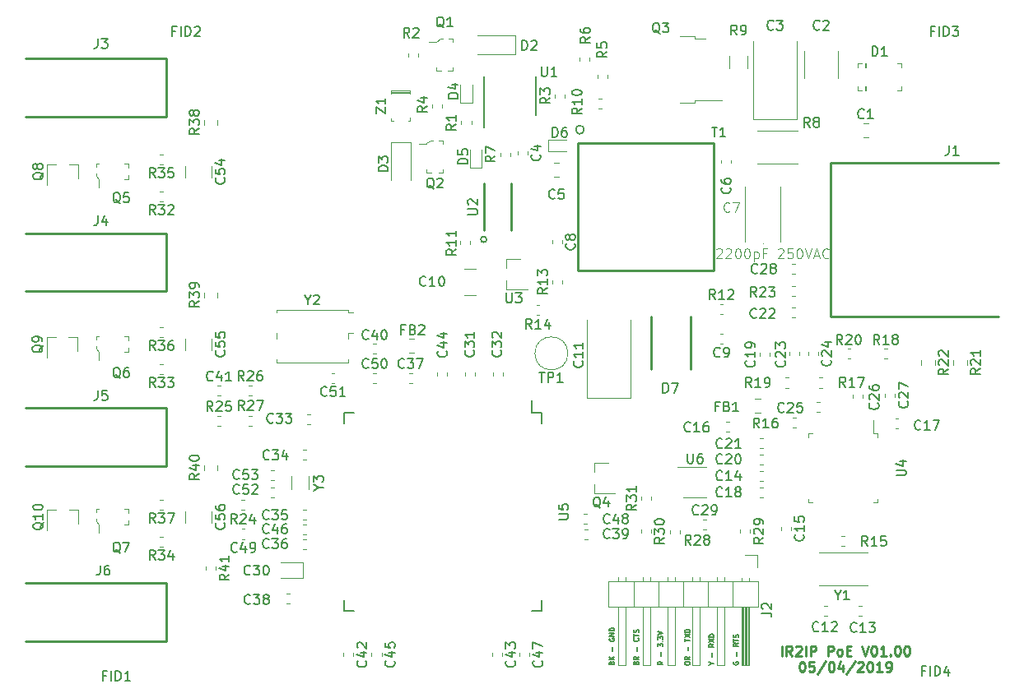
<source format=gbr>
%TF.GenerationSoftware,KiCad,Pcbnew,(6.0.9)*%
%TF.CreationDate,2022-11-17T17:06:12-06:00*%
%TF.ProjectId,IR2IP,49523249-502e-46b6-9963-61645f706362,rev?*%
%TF.SameCoordinates,PX55fe290PY8062360*%
%TF.FileFunction,Legend,Top*%
%TF.FilePolarity,Positive*%
%FSLAX46Y46*%
G04 Gerber Fmt 4.6, Leading zero omitted, Abs format (unit mm)*
G04 Created by KiCad (PCBNEW (6.0.9)) date 2022-11-17 17:06:12*
%MOMM*%
%LPD*%
G01*
G04 APERTURE LIST*
%ADD10C,0.127000*%
%ADD11C,0.254000*%
%ADD12C,0.150000*%
%ADD13C,0.120000*%
%ADD14C,0.100000*%
%ADD15C,0.250000*%
G04 APERTURE END LIST*
D10*
X62793714Y2742836D02*
X62817904Y2815408D01*
X62842095Y2839598D01*
X62890476Y2863789D01*
X62963047Y2863789D01*
X63011428Y2839598D01*
X63035619Y2815408D01*
X63059809Y2767027D01*
X63059809Y2573503D01*
X62551809Y2573503D01*
X62551809Y2742836D01*
X62576000Y2791217D01*
X62600190Y2815408D01*
X62648571Y2839598D01*
X62696952Y2839598D01*
X62745333Y2815408D01*
X62769523Y2791217D01*
X62793714Y2742836D01*
X62793714Y2573503D01*
X63059809Y3371789D02*
X62817904Y3202455D01*
X63059809Y3081503D02*
X62551809Y3081503D01*
X62551809Y3275027D01*
X62576000Y3323408D01*
X62600190Y3347598D01*
X62648571Y3371789D01*
X62721142Y3371789D01*
X62769523Y3347598D01*
X62793714Y3323408D01*
X62817904Y3275027D01*
X62817904Y3081503D01*
X62866285Y3976550D02*
X62866285Y4363598D01*
X63011428Y5282836D02*
X63035619Y5258646D01*
X63059809Y5186074D01*
X63059809Y5137693D01*
X63035619Y5065122D01*
X62987238Y5016741D01*
X62938857Y4992550D01*
X62842095Y4968360D01*
X62769523Y4968360D01*
X62672761Y4992550D01*
X62624380Y5016741D01*
X62576000Y5065122D01*
X62551809Y5137693D01*
X62551809Y5186074D01*
X62576000Y5258646D01*
X62600190Y5282836D01*
X62551809Y5427979D02*
X62551809Y5718265D01*
X63059809Y5573122D02*
X62551809Y5573122D01*
X63035619Y5863408D02*
X63059809Y5935979D01*
X63059809Y6056931D01*
X63035619Y6105312D01*
X63011428Y6129503D01*
X62963047Y6153693D01*
X62914666Y6153693D01*
X62866285Y6129503D01*
X62842095Y6105312D01*
X62817904Y6056931D01*
X62793714Y5960170D01*
X62769523Y5911789D01*
X62745333Y5887598D01*
X62696952Y5863408D01*
X62648571Y5863408D01*
X62600190Y5887598D01*
X62576000Y5911789D01*
X62551809Y5960170D01*
X62551809Y6081122D01*
X62576000Y6153693D01*
X65559809Y2863789D02*
X65317904Y2694455D01*
X65559809Y2573503D02*
X65051809Y2573503D01*
X65051809Y2767027D01*
X65076000Y2815408D01*
X65100190Y2839598D01*
X65148571Y2863789D01*
X65221142Y2863789D01*
X65269523Y2839598D01*
X65293714Y2815408D01*
X65317904Y2767027D01*
X65317904Y2573503D01*
X65366285Y3468550D02*
X65366285Y3855598D01*
X65051809Y4436170D02*
X65051809Y4750646D01*
X65245333Y4581312D01*
X65245333Y4653884D01*
X65269523Y4702265D01*
X65293714Y4726455D01*
X65342095Y4750646D01*
X65463047Y4750646D01*
X65511428Y4726455D01*
X65535619Y4702265D01*
X65559809Y4653884D01*
X65559809Y4508741D01*
X65535619Y4460360D01*
X65511428Y4436170D01*
X65511428Y4968360D02*
X65535619Y4992550D01*
X65559809Y4968360D01*
X65535619Y4944170D01*
X65511428Y4968360D01*
X65559809Y4968360D01*
X65051809Y5161884D02*
X65051809Y5476360D01*
X65245333Y5307027D01*
X65245333Y5379598D01*
X65269523Y5427979D01*
X65293714Y5452170D01*
X65342095Y5476360D01*
X65463047Y5476360D01*
X65511428Y5452170D01*
X65535619Y5427979D01*
X65559809Y5379598D01*
X65559809Y5234455D01*
X65535619Y5186074D01*
X65511428Y5161884D01*
X65051809Y5621503D02*
X65559809Y5790836D01*
X65051809Y5960170D01*
X67801809Y2670265D02*
X67801809Y2767027D01*
X67826000Y2815408D01*
X67874380Y2863789D01*
X67971142Y2887979D01*
X68140476Y2887979D01*
X68237238Y2863789D01*
X68285619Y2815408D01*
X68309809Y2767027D01*
X68309809Y2670265D01*
X68285619Y2621884D01*
X68237238Y2573503D01*
X68140476Y2549312D01*
X67971142Y2549312D01*
X67874380Y2573503D01*
X67826000Y2621884D01*
X67801809Y2670265D01*
X68309809Y3395979D02*
X68067904Y3226646D01*
X68309809Y3105693D02*
X67801809Y3105693D01*
X67801809Y3299217D01*
X67826000Y3347598D01*
X67850190Y3371789D01*
X67898571Y3395979D01*
X67971142Y3395979D01*
X68019523Y3371789D01*
X68043714Y3347598D01*
X68067904Y3299217D01*
X68067904Y3105693D01*
X68116285Y4000741D02*
X68116285Y4387789D01*
X67801809Y4944170D02*
X67801809Y5234455D01*
X68309809Y5089312D02*
X67801809Y5089312D01*
X67801809Y5355408D02*
X68309809Y5694074D01*
X67801809Y5694074D02*
X68309809Y5355408D01*
X68309809Y5887598D02*
X67801809Y5887598D01*
X67801809Y6008550D01*
X67826000Y6081122D01*
X67874380Y6129503D01*
X67922761Y6153693D01*
X68019523Y6177884D01*
X68092095Y6177884D01*
X68188857Y6153693D01*
X68237238Y6129503D01*
X68285619Y6081122D01*
X68309809Y6008550D01*
X68309809Y5887598D01*
X70567904Y2670265D02*
X70809809Y2670265D01*
X70301809Y2500931D02*
X70567904Y2670265D01*
X70301809Y2839598D01*
X70616285Y3395979D02*
X70616285Y3783027D01*
X70809809Y4702265D02*
X70567904Y4532931D01*
X70809809Y4411979D02*
X70301809Y4411979D01*
X70301809Y4605503D01*
X70326000Y4653884D01*
X70350190Y4678074D01*
X70398571Y4702265D01*
X70471142Y4702265D01*
X70519523Y4678074D01*
X70543714Y4653884D01*
X70567904Y4605503D01*
X70567904Y4411979D01*
X70301809Y4871598D02*
X70809809Y5210265D01*
X70301809Y5210265D02*
X70809809Y4871598D01*
X70809809Y5403789D02*
X70301809Y5403789D01*
X70301809Y5524741D01*
X70326000Y5597312D01*
X70374380Y5645693D01*
X70422761Y5669884D01*
X70519523Y5694074D01*
X70592095Y5694074D01*
X70688857Y5669884D01*
X70737238Y5645693D01*
X70785619Y5597312D01*
X70809809Y5524741D01*
X70809809Y5403789D01*
X72826000Y2839598D02*
X72801809Y2791217D01*
X72801809Y2718646D01*
X72826000Y2646074D01*
X72874380Y2597693D01*
X72922761Y2573503D01*
X73019523Y2549312D01*
X73092095Y2549312D01*
X73188857Y2573503D01*
X73237238Y2597693D01*
X73285619Y2646074D01*
X73309809Y2718646D01*
X73309809Y2767027D01*
X73285619Y2839598D01*
X73261428Y2863789D01*
X73092095Y2863789D01*
X73092095Y2767027D01*
X73116285Y3468550D02*
X73116285Y3855598D01*
X73309809Y4774836D02*
X73067904Y4605503D01*
X73309809Y4484550D02*
X72801809Y4484550D01*
X72801809Y4678074D01*
X72826000Y4726455D01*
X72850190Y4750646D01*
X72898571Y4774836D01*
X72971142Y4774836D01*
X73019523Y4750646D01*
X73043714Y4726455D01*
X73067904Y4678074D01*
X73067904Y4484550D01*
X72801809Y4919979D02*
X72801809Y5210265D01*
X73309809Y5065122D02*
X72801809Y5065122D01*
X73285619Y5355408D02*
X73309809Y5427979D01*
X73309809Y5548931D01*
X73285619Y5597312D01*
X73261428Y5621503D01*
X73213047Y5645693D01*
X73164666Y5645693D01*
X73116285Y5621503D01*
X73092095Y5597312D01*
X73067904Y5548931D01*
X73043714Y5452170D01*
X73019523Y5403789D01*
X72995333Y5379598D01*
X72946952Y5355408D01*
X72898571Y5355408D01*
X72850190Y5379598D01*
X72826000Y5403789D01*
X72801809Y5452170D01*
X72801809Y5573122D01*
X72826000Y5645693D01*
D11*
X77774380Y3478261D02*
X77774380Y4494261D01*
X78838761Y3478261D02*
X78500095Y3962071D01*
X78258190Y3478261D02*
X78258190Y4494261D01*
X78645238Y4494261D01*
X78742000Y4445880D01*
X78790380Y4397500D01*
X78838761Y4300738D01*
X78838761Y4155595D01*
X78790380Y4058833D01*
X78742000Y4010452D01*
X78645238Y3962071D01*
X78258190Y3962071D01*
X79225809Y4397500D02*
X79274190Y4445880D01*
X79370952Y4494261D01*
X79612857Y4494261D01*
X79709619Y4445880D01*
X79758000Y4397500D01*
X79806380Y4300738D01*
X79806380Y4203976D01*
X79758000Y4058833D01*
X79177428Y3478261D01*
X79806380Y3478261D01*
X80241809Y3478261D02*
X80241809Y4494261D01*
X80725619Y3478261D02*
X80725619Y4494261D01*
X81112666Y4494261D01*
X81209428Y4445880D01*
X81257809Y4397500D01*
X81306190Y4300738D01*
X81306190Y4155595D01*
X81257809Y4058833D01*
X81209428Y4010452D01*
X81112666Y3962071D01*
X80725619Y3962071D01*
X82515714Y3478261D02*
X82515714Y4494261D01*
X82902761Y4494261D01*
X82999523Y4445880D01*
X83047904Y4397500D01*
X83096285Y4300738D01*
X83096285Y4155595D01*
X83047904Y4058833D01*
X82999523Y4010452D01*
X82902761Y3962071D01*
X82515714Y3962071D01*
X83676857Y3478261D02*
X83580095Y3526642D01*
X83531714Y3575023D01*
X83483333Y3671785D01*
X83483333Y3962071D01*
X83531714Y4058833D01*
X83580095Y4107214D01*
X83676857Y4155595D01*
X83822000Y4155595D01*
X83918761Y4107214D01*
X83967142Y4058833D01*
X84015523Y3962071D01*
X84015523Y3671785D01*
X83967142Y3575023D01*
X83918761Y3526642D01*
X83822000Y3478261D01*
X83676857Y3478261D01*
X84450952Y4010452D02*
X84789619Y4010452D01*
X84934761Y3478261D02*
X84450952Y3478261D01*
X84450952Y4494261D01*
X84934761Y4494261D01*
X85999142Y4494261D02*
X86337809Y3478261D01*
X86676476Y4494261D01*
X87208666Y4494261D02*
X87305428Y4494261D01*
X87402190Y4445880D01*
X87450571Y4397500D01*
X87498952Y4300738D01*
X87547333Y4107214D01*
X87547333Y3865309D01*
X87498952Y3671785D01*
X87450571Y3575023D01*
X87402190Y3526642D01*
X87305428Y3478261D01*
X87208666Y3478261D01*
X87111904Y3526642D01*
X87063523Y3575023D01*
X87015142Y3671785D01*
X86966761Y3865309D01*
X86966761Y4107214D01*
X87015142Y4300738D01*
X87063523Y4397500D01*
X87111904Y4445880D01*
X87208666Y4494261D01*
X88514952Y3478261D02*
X87934380Y3478261D01*
X88224666Y3478261D02*
X88224666Y4494261D01*
X88127904Y4349119D01*
X88031142Y4252357D01*
X87934380Y4203976D01*
X88950380Y3575023D02*
X88998761Y3526642D01*
X88950380Y3478261D01*
X88902000Y3526642D01*
X88950380Y3575023D01*
X88950380Y3478261D01*
X89627714Y4494261D02*
X89724476Y4494261D01*
X89821238Y4445880D01*
X89869619Y4397500D01*
X89918000Y4300738D01*
X89966380Y4107214D01*
X89966380Y3865309D01*
X89918000Y3671785D01*
X89869619Y3575023D01*
X89821238Y3526642D01*
X89724476Y3478261D01*
X89627714Y3478261D01*
X89530952Y3526642D01*
X89482571Y3575023D01*
X89434190Y3671785D01*
X89385809Y3865309D01*
X89385809Y4107214D01*
X89434190Y4300738D01*
X89482571Y4397500D01*
X89530952Y4445880D01*
X89627714Y4494261D01*
X90595333Y4494261D02*
X90692095Y4494261D01*
X90788857Y4445880D01*
X90837238Y4397500D01*
X90885619Y4300738D01*
X90934000Y4107214D01*
X90934000Y3865309D01*
X90885619Y3671785D01*
X90837238Y3575023D01*
X90788857Y3526642D01*
X90692095Y3478261D01*
X90595333Y3478261D01*
X90498571Y3526642D01*
X90450190Y3575023D01*
X90401809Y3671785D01*
X90353428Y3865309D01*
X90353428Y4107214D01*
X90401809Y4300738D01*
X90450190Y4397500D01*
X90498571Y4445880D01*
X90595333Y4494261D01*
X79830571Y2858501D02*
X79927333Y2858501D01*
X80024095Y2810120D01*
X80072476Y2761740D01*
X80120857Y2664978D01*
X80169238Y2471454D01*
X80169238Y2229549D01*
X80120857Y2036025D01*
X80072476Y1939263D01*
X80024095Y1890882D01*
X79927333Y1842501D01*
X79830571Y1842501D01*
X79733809Y1890882D01*
X79685428Y1939263D01*
X79637047Y2036025D01*
X79588666Y2229549D01*
X79588666Y2471454D01*
X79637047Y2664978D01*
X79685428Y2761740D01*
X79733809Y2810120D01*
X79830571Y2858501D01*
X81088476Y2858501D02*
X80604666Y2858501D01*
X80556285Y2374692D01*
X80604666Y2423073D01*
X80701428Y2471454D01*
X80943333Y2471454D01*
X81040095Y2423073D01*
X81088476Y2374692D01*
X81136857Y2277930D01*
X81136857Y2036025D01*
X81088476Y1939263D01*
X81040095Y1890882D01*
X80943333Y1842501D01*
X80701428Y1842501D01*
X80604666Y1890882D01*
X80556285Y1939263D01*
X82298000Y2906882D02*
X81427142Y1600597D01*
X82830190Y2858501D02*
X82926952Y2858501D01*
X83023714Y2810120D01*
X83072095Y2761740D01*
X83120476Y2664978D01*
X83168857Y2471454D01*
X83168857Y2229549D01*
X83120476Y2036025D01*
X83072095Y1939263D01*
X83023714Y1890882D01*
X82926952Y1842501D01*
X82830190Y1842501D01*
X82733428Y1890882D01*
X82685047Y1939263D01*
X82636666Y2036025D01*
X82588285Y2229549D01*
X82588285Y2471454D01*
X82636666Y2664978D01*
X82685047Y2761740D01*
X82733428Y2810120D01*
X82830190Y2858501D01*
X84039714Y2519835D02*
X84039714Y1842501D01*
X83797809Y2906882D02*
X83555904Y2181168D01*
X84184857Y2181168D01*
X85297619Y2906882D02*
X84426761Y1600597D01*
X85587904Y2761740D02*
X85636285Y2810120D01*
X85733047Y2858501D01*
X85974952Y2858501D01*
X86071714Y2810120D01*
X86120095Y2761740D01*
X86168476Y2664978D01*
X86168476Y2568216D01*
X86120095Y2423073D01*
X85539523Y1842501D01*
X86168476Y1842501D01*
X86797428Y2858501D02*
X86894190Y2858501D01*
X86990952Y2810120D01*
X87039333Y2761740D01*
X87087714Y2664978D01*
X87136095Y2471454D01*
X87136095Y2229549D01*
X87087714Y2036025D01*
X87039333Y1939263D01*
X86990952Y1890882D01*
X86894190Y1842501D01*
X86797428Y1842501D01*
X86700666Y1890882D01*
X86652285Y1939263D01*
X86603904Y2036025D01*
X86555523Y2229549D01*
X86555523Y2471454D01*
X86603904Y2664978D01*
X86652285Y2761740D01*
X86700666Y2810120D01*
X86797428Y2858501D01*
X88103714Y1842501D02*
X87523142Y1842501D01*
X87813428Y1842501D02*
X87813428Y2858501D01*
X87716666Y2713359D01*
X87619904Y2616597D01*
X87523142Y2568216D01*
X88587523Y1842501D02*
X88781047Y1842501D01*
X88877809Y1890882D01*
X88926190Y1939263D01*
X89022952Y2084406D01*
X89071333Y2277930D01*
X89071333Y2664978D01*
X89022952Y2761740D01*
X88974571Y2810120D01*
X88877809Y2858501D01*
X88684285Y2858501D01*
X88587523Y2810120D01*
X88539142Y2761740D01*
X88490761Y2664978D01*
X88490761Y2423073D01*
X88539142Y2326311D01*
X88587523Y2277930D01*
X88684285Y2229549D01*
X88877809Y2229549D01*
X88974571Y2277930D01*
X89022952Y2326311D01*
X89071333Y2423073D01*
D10*
X60293714Y2742836D02*
X60317904Y2815408D01*
X60342095Y2839598D01*
X60390476Y2863789D01*
X60463047Y2863789D01*
X60511428Y2839598D01*
X60535619Y2815408D01*
X60559809Y2767027D01*
X60559809Y2573503D01*
X60051809Y2573503D01*
X60051809Y2742836D01*
X60076000Y2791217D01*
X60100190Y2815408D01*
X60148571Y2839598D01*
X60196952Y2839598D01*
X60245333Y2815408D01*
X60269523Y2791217D01*
X60293714Y2742836D01*
X60293714Y2573503D01*
X60559809Y3081503D02*
X60051809Y3081503D01*
X60559809Y3371789D02*
X60269523Y3154074D01*
X60051809Y3371789D02*
X60342095Y3081503D01*
X60366285Y3976550D02*
X60366285Y4363598D01*
X60076000Y5258646D02*
X60051809Y5210265D01*
X60051809Y5137693D01*
X60076000Y5065122D01*
X60124380Y5016741D01*
X60172761Y4992550D01*
X60269523Y4968360D01*
X60342095Y4968360D01*
X60438857Y4992550D01*
X60487238Y5016741D01*
X60535619Y5065122D01*
X60559809Y5137693D01*
X60559809Y5186074D01*
X60535619Y5258646D01*
X60511428Y5282836D01*
X60342095Y5282836D01*
X60342095Y5186074D01*
X60559809Y5500550D02*
X60051809Y5500550D01*
X60559809Y5790836D01*
X60051809Y5790836D01*
X60559809Y6032741D02*
X60051809Y6032741D01*
X60051809Y6153693D01*
X60076000Y6226265D01*
X60124380Y6274646D01*
X60172761Y6298836D01*
X60269523Y6323027D01*
X60342095Y6323027D01*
X60438857Y6298836D01*
X60487238Y6274646D01*
X60535619Y6226265D01*
X60559809Y6153693D01*
X60559809Y6032741D01*
D12*
%TO.C,D1*%
X87091904Y65247620D02*
X87091904Y66247620D01*
X87330000Y66247620D01*
X87472857Y66200000D01*
X87568095Y66104762D01*
X87615714Y66009524D01*
X87663333Y65819048D01*
X87663333Y65676191D01*
X87615714Y65485715D01*
X87568095Y65390477D01*
X87472857Y65295239D01*
X87330000Y65247620D01*
X87091904Y65247620D01*
X88615714Y65247620D02*
X88044285Y65247620D01*
X88330000Y65247620D02*
X88330000Y66247620D01*
X88234761Y66104762D01*
X88139523Y66009524D01*
X88044285Y65961905D01*
%TO.C,R7*%
X48282380Y54953334D02*
X47806190Y54620000D01*
X48282380Y54381905D02*
X47282380Y54381905D01*
X47282380Y54762858D01*
X47330000Y54858096D01*
X47377619Y54905715D01*
X47472857Y54953334D01*
X47615714Y54953334D01*
X47710952Y54905715D01*
X47758571Y54858096D01*
X47806190Y54762858D01*
X47806190Y54381905D01*
X47282380Y55286667D02*
X47282380Y55953334D01*
X48282380Y55524762D01*
%TO.C,C13*%
X85463142Y5992858D02*
X85415523Y5945239D01*
X85272666Y5897620D01*
X85177428Y5897620D01*
X85034571Y5945239D01*
X84939333Y6040477D01*
X84891714Y6135715D01*
X84844095Y6326191D01*
X84844095Y6469048D01*
X84891714Y6659524D01*
X84939333Y6754762D01*
X85034571Y6850000D01*
X85177428Y6897620D01*
X85272666Y6897620D01*
X85415523Y6850000D01*
X85463142Y6802381D01*
X86415523Y5897620D02*
X85844095Y5897620D01*
X86129809Y5897620D02*
X86129809Y6897620D01*
X86034571Y6754762D01*
X85939333Y6659524D01*
X85844095Y6611905D01*
X86748857Y6897620D02*
X87367904Y6897620D01*
X87034571Y6516667D01*
X87177428Y6516667D01*
X87272666Y6469048D01*
X87320285Y6421429D01*
X87367904Y6326191D01*
X87367904Y6088096D01*
X87320285Y5992858D01*
X87272666Y5945239D01*
X87177428Y5897620D01*
X86891714Y5897620D01*
X86796476Y5945239D01*
X86748857Y5992858D01*
%TO.C,C15*%
X79987142Y15945143D02*
X80034761Y15897524D01*
X80082380Y15754667D01*
X80082380Y15659429D01*
X80034761Y15516572D01*
X79939523Y15421334D01*
X79844285Y15373715D01*
X79653809Y15326096D01*
X79510952Y15326096D01*
X79320476Y15373715D01*
X79225238Y15421334D01*
X79130000Y15516572D01*
X79082380Y15659429D01*
X79082380Y15754667D01*
X79130000Y15897524D01*
X79177619Y15945143D01*
X80082380Y16897524D02*
X80082380Y16326096D01*
X80082380Y16611810D02*
X79082380Y16611810D01*
X79225238Y16516572D01*
X79320476Y16421334D01*
X79368095Y16326096D01*
X79082380Y17802286D02*
X79082380Y17326096D01*
X79558571Y17278477D01*
X79510952Y17326096D01*
X79463333Y17421334D01*
X79463333Y17659429D01*
X79510952Y17754667D01*
X79558571Y17802286D01*
X79653809Y17849905D01*
X79891904Y17849905D01*
X79987142Y17802286D01*
X80034761Y17754667D01*
X80082380Y17659429D01*
X80082380Y17421334D01*
X80034761Y17326096D01*
X79987142Y17278477D01*
%TO.C,C16*%
X68369642Y26642858D02*
X68322023Y26595239D01*
X68179166Y26547620D01*
X68083928Y26547620D01*
X67941071Y26595239D01*
X67845833Y26690477D01*
X67798214Y26785715D01*
X67750595Y26976191D01*
X67750595Y27119048D01*
X67798214Y27309524D01*
X67845833Y27404762D01*
X67941071Y27500000D01*
X68083928Y27547620D01*
X68179166Y27547620D01*
X68322023Y27500000D01*
X68369642Y27452381D01*
X69322023Y26547620D02*
X68750595Y26547620D01*
X69036309Y26547620D02*
X69036309Y27547620D01*
X68941071Y27404762D01*
X68845833Y27309524D01*
X68750595Y27261905D01*
X70179166Y27547620D02*
X69988690Y27547620D01*
X69893452Y27500000D01*
X69845833Y27452381D01*
X69750595Y27309524D01*
X69702976Y27119048D01*
X69702976Y26738096D01*
X69750595Y26642858D01*
X69798214Y26595239D01*
X69893452Y26547620D01*
X70083928Y26547620D01*
X70179166Y26595239D01*
X70226785Y26642858D01*
X70274404Y26738096D01*
X70274404Y26976191D01*
X70226785Y27071429D01*
X70179166Y27119048D01*
X70083928Y27166667D01*
X69893452Y27166667D01*
X69798214Y27119048D01*
X69750595Y27071429D01*
X69702976Y26976191D01*
%TO.C,C18*%
X71657142Y19942858D02*
X71609523Y19895239D01*
X71466666Y19847620D01*
X71371428Y19847620D01*
X71228571Y19895239D01*
X71133333Y19990477D01*
X71085714Y20085715D01*
X71038095Y20276191D01*
X71038095Y20419048D01*
X71085714Y20609524D01*
X71133333Y20704762D01*
X71228571Y20800000D01*
X71371428Y20847620D01*
X71466666Y20847620D01*
X71609523Y20800000D01*
X71657142Y20752381D01*
X72609523Y19847620D02*
X72038095Y19847620D01*
X72323809Y19847620D02*
X72323809Y20847620D01*
X72228571Y20704762D01*
X72133333Y20609524D01*
X72038095Y20561905D01*
X73180952Y20419048D02*
X73085714Y20466667D01*
X73038095Y20514286D01*
X72990476Y20609524D01*
X72990476Y20657143D01*
X73038095Y20752381D01*
X73085714Y20800000D01*
X73180952Y20847620D01*
X73371428Y20847620D01*
X73466666Y20800000D01*
X73514285Y20752381D01*
X73561904Y20657143D01*
X73561904Y20609524D01*
X73514285Y20514286D01*
X73466666Y20466667D01*
X73371428Y20419048D01*
X73180952Y20419048D01*
X73085714Y20371429D01*
X73038095Y20323810D01*
X72990476Y20228572D01*
X72990476Y20038096D01*
X73038095Y19942858D01*
X73085714Y19895239D01*
X73180952Y19847620D01*
X73371428Y19847620D01*
X73466666Y19895239D01*
X73514285Y19942858D01*
X73561904Y20038096D01*
X73561904Y20228572D01*
X73514285Y20323810D01*
X73466666Y20371429D01*
X73371428Y20419048D01*
%TO.C,C20*%
X71657142Y23342858D02*
X71609523Y23295239D01*
X71466666Y23247620D01*
X71371428Y23247620D01*
X71228571Y23295239D01*
X71133333Y23390477D01*
X71085714Y23485715D01*
X71038095Y23676191D01*
X71038095Y23819048D01*
X71085714Y24009524D01*
X71133333Y24104762D01*
X71228571Y24200000D01*
X71371428Y24247620D01*
X71466666Y24247620D01*
X71609523Y24200000D01*
X71657142Y24152381D01*
X72038095Y24152381D02*
X72085714Y24200000D01*
X72180952Y24247620D01*
X72419047Y24247620D01*
X72514285Y24200000D01*
X72561904Y24152381D01*
X72609523Y24057143D01*
X72609523Y23961905D01*
X72561904Y23819048D01*
X71990476Y23247620D01*
X72609523Y23247620D01*
X73228571Y24247620D02*
X73323809Y24247620D01*
X73419047Y24200000D01*
X73466666Y24152381D01*
X73514285Y24057143D01*
X73561904Y23866667D01*
X73561904Y23628572D01*
X73514285Y23438096D01*
X73466666Y23342858D01*
X73419047Y23295239D01*
X73323809Y23247620D01*
X73228571Y23247620D01*
X73133333Y23295239D01*
X73085714Y23342858D01*
X73038095Y23438096D01*
X72990476Y23628572D01*
X72990476Y23866667D01*
X73038095Y24057143D01*
X73085714Y24152381D01*
X73133333Y24200000D01*
X73228571Y24247620D01*
%TO.C,C21*%
X71657142Y24955358D02*
X71609523Y24907739D01*
X71466666Y24860120D01*
X71371428Y24860120D01*
X71228571Y24907739D01*
X71133333Y25002977D01*
X71085714Y25098215D01*
X71038095Y25288691D01*
X71038095Y25431548D01*
X71085714Y25622024D01*
X71133333Y25717262D01*
X71228571Y25812500D01*
X71371428Y25860120D01*
X71466666Y25860120D01*
X71609523Y25812500D01*
X71657142Y25764881D01*
X72038095Y25764881D02*
X72085714Y25812500D01*
X72180952Y25860120D01*
X72419047Y25860120D01*
X72514285Y25812500D01*
X72561904Y25764881D01*
X72609523Y25669643D01*
X72609523Y25574405D01*
X72561904Y25431548D01*
X71990476Y24860120D01*
X72609523Y24860120D01*
X73561904Y24860120D02*
X72990476Y24860120D01*
X73276190Y24860120D02*
X73276190Y25860120D01*
X73180952Y25717262D01*
X73085714Y25622024D01*
X72990476Y25574405D01*
%TO.C,FB1*%
X71266666Y29171429D02*
X70933333Y29171429D01*
X70933333Y28647620D02*
X70933333Y29647620D01*
X71409523Y29647620D01*
X72123809Y29171429D02*
X72266666Y29123810D01*
X72314285Y29076191D01*
X72361904Y28980953D01*
X72361904Y28838096D01*
X72314285Y28742858D01*
X72266666Y28695239D01*
X72171428Y28647620D01*
X71790476Y28647620D01*
X71790476Y29647620D01*
X72123809Y29647620D01*
X72219047Y29600000D01*
X72266666Y29552381D01*
X72314285Y29457143D01*
X72314285Y29361905D01*
X72266666Y29266667D01*
X72219047Y29219048D01*
X72123809Y29171429D01*
X71790476Y29171429D01*
X73314285Y28647620D02*
X72742857Y28647620D01*
X73028571Y28647620D02*
X73028571Y29647620D01*
X72933333Y29504762D01*
X72838095Y29409524D01*
X72742857Y29361905D01*
%TO.C,J1*%
X94966666Y56047620D02*
X94966666Y55333334D01*
X94919047Y55190477D01*
X94823809Y55095239D01*
X94680952Y55047620D01*
X94585714Y55047620D01*
X95966666Y55047620D02*
X95395238Y55047620D01*
X95680952Y55047620D02*
X95680952Y56047620D01*
X95585714Y55904762D01*
X95490476Y55809524D01*
X95395238Y55761905D01*
%TO.C,R15*%
X86607142Y14797620D02*
X86273809Y15273810D01*
X86035714Y14797620D02*
X86035714Y15797620D01*
X86416666Y15797620D01*
X86511904Y15750000D01*
X86559523Y15702381D01*
X86607142Y15607143D01*
X86607142Y15464286D01*
X86559523Y15369048D01*
X86511904Y15321429D01*
X86416666Y15273810D01*
X86035714Y15273810D01*
X87559523Y14797620D02*
X86988095Y14797620D01*
X87273809Y14797620D02*
X87273809Y15797620D01*
X87178571Y15654762D01*
X87083333Y15559524D01*
X86988095Y15511905D01*
X88464285Y15797620D02*
X87988095Y15797620D01*
X87940476Y15321429D01*
X87988095Y15369048D01*
X88083333Y15416667D01*
X88321428Y15416667D01*
X88416666Y15369048D01*
X88464285Y15321429D01*
X88511904Y15226191D01*
X88511904Y14988096D01*
X88464285Y14892858D01*
X88416666Y14845239D01*
X88321428Y14797620D01*
X88083333Y14797620D01*
X87988095Y14845239D01*
X87940476Y14892858D01*
%TO.C,C17*%
X92056642Y26842858D02*
X92009023Y26795239D01*
X91866166Y26747620D01*
X91770928Y26747620D01*
X91628071Y26795239D01*
X91532833Y26890477D01*
X91485214Y26985715D01*
X91437595Y27176191D01*
X91437595Y27319048D01*
X91485214Y27509524D01*
X91532833Y27604762D01*
X91628071Y27700000D01*
X91770928Y27747620D01*
X91866166Y27747620D01*
X92009023Y27700000D01*
X92056642Y27652381D01*
X93009023Y26747620D02*
X92437595Y26747620D01*
X92723309Y26747620D02*
X92723309Y27747620D01*
X92628071Y27604762D01*
X92532833Y27509524D01*
X92437595Y27461905D01*
X93342357Y27747620D02*
X94009023Y27747620D01*
X93580452Y26747620D01*
%TO.C,C12*%
X81553142Y6070858D02*
X81505523Y6023239D01*
X81362666Y5975620D01*
X81267428Y5975620D01*
X81124571Y6023239D01*
X81029333Y6118477D01*
X80981714Y6213715D01*
X80934095Y6404191D01*
X80934095Y6547048D01*
X80981714Y6737524D01*
X81029333Y6832762D01*
X81124571Y6928000D01*
X81267428Y6975620D01*
X81362666Y6975620D01*
X81505523Y6928000D01*
X81553142Y6880381D01*
X82505523Y5975620D02*
X81934095Y5975620D01*
X82219809Y5975620D02*
X82219809Y6975620D01*
X82124571Y6832762D01*
X82029333Y6737524D01*
X81934095Y6689905D01*
X82886476Y6880381D02*
X82934095Y6928000D01*
X83029333Y6975620D01*
X83267428Y6975620D01*
X83362666Y6928000D01*
X83410285Y6880381D01*
X83457904Y6785143D01*
X83457904Y6689905D01*
X83410285Y6547048D01*
X82838857Y5975620D01*
X83457904Y5975620D01*
%TO.C,C26*%
X87655142Y29483143D02*
X87702761Y29435524D01*
X87750380Y29292667D01*
X87750380Y29197429D01*
X87702761Y29054572D01*
X87607523Y28959334D01*
X87512285Y28911715D01*
X87321809Y28864096D01*
X87178952Y28864096D01*
X86988476Y28911715D01*
X86893238Y28959334D01*
X86798000Y29054572D01*
X86750380Y29197429D01*
X86750380Y29292667D01*
X86798000Y29435524D01*
X86845619Y29483143D01*
X86845619Y29864096D02*
X86798000Y29911715D01*
X86750380Y30006953D01*
X86750380Y30245048D01*
X86798000Y30340286D01*
X86845619Y30387905D01*
X86940857Y30435524D01*
X87036095Y30435524D01*
X87178952Y30387905D01*
X87750380Y29816477D01*
X87750380Y30435524D01*
X86750380Y31292667D02*
X86750380Y31102191D01*
X86798000Y31006953D01*
X86845619Y30959334D01*
X86988476Y30864096D01*
X87178952Y30816477D01*
X87559904Y30816477D01*
X87655142Y30864096D01*
X87702761Y30911715D01*
X87750380Y31006953D01*
X87750380Y31197429D01*
X87702761Y31292667D01*
X87655142Y31340286D01*
X87559904Y31387905D01*
X87321809Y31387905D01*
X87226571Y31340286D01*
X87178952Y31292667D01*
X87131333Y31197429D01*
X87131333Y31006953D01*
X87178952Y30911715D01*
X87226571Y30864096D01*
X87321809Y30816477D01*
%TO.C,C27*%
X90687142Y29657143D02*
X90734761Y29609524D01*
X90782380Y29466667D01*
X90782380Y29371429D01*
X90734761Y29228572D01*
X90639523Y29133334D01*
X90544285Y29085715D01*
X90353809Y29038096D01*
X90210952Y29038096D01*
X90020476Y29085715D01*
X89925238Y29133334D01*
X89830000Y29228572D01*
X89782380Y29371429D01*
X89782380Y29466667D01*
X89830000Y29609524D01*
X89877619Y29657143D01*
X89877619Y30038096D02*
X89830000Y30085715D01*
X89782380Y30180953D01*
X89782380Y30419048D01*
X89830000Y30514286D01*
X89877619Y30561905D01*
X89972857Y30609524D01*
X90068095Y30609524D01*
X90210952Y30561905D01*
X90782380Y29990477D01*
X90782380Y30609524D01*
X89782380Y30942858D02*
X89782380Y31609524D01*
X90782380Y31180953D01*
%TO.C,C28*%
X75269642Y42942858D02*
X75222023Y42895239D01*
X75079166Y42847620D01*
X74983928Y42847620D01*
X74841071Y42895239D01*
X74745833Y42990477D01*
X74698214Y43085715D01*
X74650595Y43276191D01*
X74650595Y43419048D01*
X74698214Y43609524D01*
X74745833Y43704762D01*
X74841071Y43800000D01*
X74983928Y43847620D01*
X75079166Y43847620D01*
X75222023Y43800000D01*
X75269642Y43752381D01*
X75650595Y43752381D02*
X75698214Y43800000D01*
X75793452Y43847620D01*
X76031547Y43847620D01*
X76126785Y43800000D01*
X76174404Y43752381D01*
X76222023Y43657143D01*
X76222023Y43561905D01*
X76174404Y43419048D01*
X75602976Y42847620D01*
X76222023Y42847620D01*
X76793452Y43419048D02*
X76698214Y43466667D01*
X76650595Y43514286D01*
X76602976Y43609524D01*
X76602976Y43657143D01*
X76650595Y43752381D01*
X76698214Y43800000D01*
X76793452Y43847620D01*
X76983928Y43847620D01*
X77079166Y43800000D01*
X77126785Y43752381D01*
X77174404Y43657143D01*
X77174404Y43609524D01*
X77126785Y43514286D01*
X77079166Y43466667D01*
X76983928Y43419048D01*
X76793452Y43419048D01*
X76698214Y43371429D01*
X76650595Y43323810D01*
X76602976Y43228572D01*
X76602976Y43038096D01*
X76650595Y42942858D01*
X76698214Y42895239D01*
X76793452Y42847620D01*
X76983928Y42847620D01*
X77079166Y42895239D01*
X77126785Y42942858D01*
X77174404Y43038096D01*
X77174404Y43228572D01*
X77126785Y43323810D01*
X77079166Y43371429D01*
X76983928Y43419048D01*
%TO.C,R21*%
X98202380Y33057143D02*
X97726190Y32723810D01*
X98202380Y32485715D02*
X97202380Y32485715D01*
X97202380Y32866667D01*
X97250000Y32961905D01*
X97297619Y33009524D01*
X97392857Y33057143D01*
X97535714Y33057143D01*
X97630952Y33009524D01*
X97678571Y32961905D01*
X97726190Y32866667D01*
X97726190Y32485715D01*
X97297619Y33438096D02*
X97250000Y33485715D01*
X97202380Y33580953D01*
X97202380Y33819048D01*
X97250000Y33914286D01*
X97297619Y33961905D01*
X97392857Y34009524D01*
X97488095Y34009524D01*
X97630952Y33961905D01*
X98202380Y33390477D01*
X98202380Y34009524D01*
X98202380Y34961905D02*
X98202380Y34390477D01*
X98202380Y34676191D02*
X97202380Y34676191D01*
X97345238Y34580953D01*
X97440476Y34485715D01*
X97488095Y34390477D01*
%TO.C,R22*%
X94902380Y33019143D02*
X94426190Y32685810D01*
X94902380Y32447715D02*
X93902380Y32447715D01*
X93902380Y32828667D01*
X93950000Y32923905D01*
X93997619Y32971524D01*
X94092857Y33019143D01*
X94235714Y33019143D01*
X94330952Y32971524D01*
X94378571Y32923905D01*
X94426190Y32828667D01*
X94426190Y32447715D01*
X93997619Y33400096D02*
X93950000Y33447715D01*
X93902380Y33542953D01*
X93902380Y33781048D01*
X93950000Y33876286D01*
X93997619Y33923905D01*
X94092857Y33971524D01*
X94188095Y33971524D01*
X94330952Y33923905D01*
X94902380Y33352477D01*
X94902380Y33971524D01*
X93997619Y34352477D02*
X93950000Y34400096D01*
X93902380Y34495334D01*
X93902380Y34733429D01*
X93950000Y34828667D01*
X93997619Y34876286D01*
X94092857Y34923905D01*
X94188095Y34923905D01*
X94330952Y34876286D01*
X94902380Y34304858D01*
X94902380Y34923905D01*
%TO.C,Y1*%
X83523809Y9723810D02*
X83523809Y9247620D01*
X83190476Y10247620D02*
X83523809Y9723810D01*
X83857142Y10247620D01*
X84714285Y9247620D02*
X84142857Y9247620D01*
X84428571Y9247620D02*
X84428571Y10247620D01*
X84333333Y10104762D01*
X84238095Y10009524D01*
X84142857Y9961905D01*
%TO.C,C25*%
X77991142Y28642858D02*
X77943523Y28595239D01*
X77800666Y28547620D01*
X77705428Y28547620D01*
X77562571Y28595239D01*
X77467333Y28690477D01*
X77419714Y28785715D01*
X77372095Y28976191D01*
X77372095Y29119048D01*
X77419714Y29309524D01*
X77467333Y29404762D01*
X77562571Y29500000D01*
X77705428Y29547620D01*
X77800666Y29547620D01*
X77943523Y29500000D01*
X77991142Y29452381D01*
X78372095Y29452381D02*
X78419714Y29500000D01*
X78514952Y29547620D01*
X78753047Y29547620D01*
X78848285Y29500000D01*
X78895904Y29452381D01*
X78943523Y29357143D01*
X78943523Y29261905D01*
X78895904Y29119048D01*
X78324476Y28547620D01*
X78943523Y28547620D01*
X79848285Y29547620D02*
X79372095Y29547620D01*
X79324476Y29071429D01*
X79372095Y29119048D01*
X79467333Y29166667D01*
X79705428Y29166667D01*
X79800666Y29119048D01*
X79848285Y29071429D01*
X79895904Y28976191D01*
X79895904Y28738096D01*
X79848285Y28642858D01*
X79800666Y28595239D01*
X79705428Y28547620D01*
X79467333Y28547620D01*
X79372095Y28595239D01*
X79324476Y28642858D01*
%TO.C,R23*%
X75157142Y40447620D02*
X74823809Y40923810D01*
X74585714Y40447620D02*
X74585714Y41447620D01*
X74966666Y41447620D01*
X75061904Y41400000D01*
X75109523Y41352381D01*
X75157142Y41257143D01*
X75157142Y41114286D01*
X75109523Y41019048D01*
X75061904Y40971429D01*
X74966666Y40923810D01*
X74585714Y40923810D01*
X75538095Y41352381D02*
X75585714Y41400000D01*
X75680952Y41447620D01*
X75919047Y41447620D01*
X76014285Y41400000D01*
X76061904Y41352381D01*
X76109523Y41257143D01*
X76109523Y41161905D01*
X76061904Y41019048D01*
X75490476Y40447620D01*
X76109523Y40447620D01*
X76442857Y41447620D02*
X77061904Y41447620D01*
X76728571Y41066667D01*
X76871428Y41066667D01*
X76966666Y41019048D01*
X77014285Y40971429D01*
X77061904Y40876191D01*
X77061904Y40638096D01*
X77014285Y40542858D01*
X76966666Y40495239D01*
X76871428Y40447620D01*
X76585714Y40447620D01*
X76490476Y40495239D01*
X76442857Y40542858D01*
%TO.C,C19*%
X74927142Y33857143D02*
X74974761Y33809524D01*
X75022380Y33666667D01*
X75022380Y33571429D01*
X74974761Y33428572D01*
X74879523Y33333334D01*
X74784285Y33285715D01*
X74593809Y33238096D01*
X74450952Y33238096D01*
X74260476Y33285715D01*
X74165238Y33333334D01*
X74070000Y33428572D01*
X74022380Y33571429D01*
X74022380Y33666667D01*
X74070000Y33809524D01*
X74117619Y33857143D01*
X75022380Y34809524D02*
X75022380Y34238096D01*
X75022380Y34523810D02*
X74022380Y34523810D01*
X74165238Y34428572D01*
X74260476Y34333334D01*
X74308095Y34238096D01*
X75022380Y35285715D02*
X75022380Y35476191D01*
X74974761Y35571429D01*
X74927142Y35619048D01*
X74784285Y35714286D01*
X74593809Y35761905D01*
X74212857Y35761905D01*
X74117619Y35714286D01*
X74070000Y35666667D01*
X74022380Y35571429D01*
X74022380Y35380953D01*
X74070000Y35285715D01*
X74117619Y35238096D01*
X74212857Y35190477D01*
X74450952Y35190477D01*
X74546190Y35238096D01*
X74593809Y35285715D01*
X74641428Y35380953D01*
X74641428Y35571429D01*
X74593809Y35666667D01*
X74546190Y35714286D01*
X74450952Y35761905D01*
%TO.C,U4*%
X89552380Y22038096D02*
X90361904Y22038096D01*
X90457142Y22085715D01*
X90504761Y22133334D01*
X90552380Y22228572D01*
X90552380Y22419048D01*
X90504761Y22514286D01*
X90457142Y22561905D01*
X90361904Y22609524D01*
X89552380Y22609524D01*
X89885714Y23514286D02*
X90552380Y23514286D01*
X89504761Y23276191D02*
X90219047Y23038096D01*
X90219047Y23657143D01*
%TO.C,R18*%
X87832142Y35547620D02*
X87498809Y36023810D01*
X87260714Y35547620D02*
X87260714Y36547620D01*
X87641666Y36547620D01*
X87736904Y36500000D01*
X87784523Y36452381D01*
X87832142Y36357143D01*
X87832142Y36214286D01*
X87784523Y36119048D01*
X87736904Y36071429D01*
X87641666Y36023810D01*
X87260714Y36023810D01*
X88784523Y35547620D02*
X88213095Y35547620D01*
X88498809Y35547620D02*
X88498809Y36547620D01*
X88403571Y36404762D01*
X88308333Y36309524D01*
X88213095Y36261905D01*
X89355952Y36119048D02*
X89260714Y36166667D01*
X89213095Y36214286D01*
X89165476Y36309524D01*
X89165476Y36357143D01*
X89213095Y36452381D01*
X89260714Y36500000D01*
X89355952Y36547620D01*
X89546428Y36547620D01*
X89641666Y36500000D01*
X89689285Y36452381D01*
X89736904Y36357143D01*
X89736904Y36309524D01*
X89689285Y36214286D01*
X89641666Y36166667D01*
X89546428Y36119048D01*
X89355952Y36119048D01*
X89260714Y36071429D01*
X89213095Y36023810D01*
X89165476Y35928572D01*
X89165476Y35738096D01*
X89213095Y35642858D01*
X89260714Y35595239D01*
X89355952Y35547620D01*
X89546428Y35547620D01*
X89641666Y35595239D01*
X89689285Y35642858D01*
X89736904Y35738096D01*
X89736904Y35928572D01*
X89689285Y36023810D01*
X89641666Y36071429D01*
X89546428Y36119048D01*
%TO.C,R19*%
X74657142Y31147620D02*
X74323809Y31623810D01*
X74085714Y31147620D02*
X74085714Y32147620D01*
X74466666Y32147620D01*
X74561904Y32100000D01*
X74609523Y32052381D01*
X74657142Y31957143D01*
X74657142Y31814286D01*
X74609523Y31719048D01*
X74561904Y31671429D01*
X74466666Y31623810D01*
X74085714Y31623810D01*
X75609523Y31147620D02*
X75038095Y31147620D01*
X75323809Y31147620D02*
X75323809Y32147620D01*
X75228571Y32004762D01*
X75133333Y31909524D01*
X75038095Y31861905D01*
X76085714Y31147620D02*
X76276190Y31147620D01*
X76371428Y31195239D01*
X76419047Y31242858D01*
X76514285Y31385715D01*
X76561904Y31576191D01*
X76561904Y31957143D01*
X76514285Y32052381D01*
X76466666Y32100000D01*
X76371428Y32147620D01*
X76180952Y32147620D01*
X76085714Y32100000D01*
X76038095Y32052381D01*
X75990476Y31957143D01*
X75990476Y31719048D01*
X76038095Y31623810D01*
X76085714Y31576191D01*
X76180952Y31528572D01*
X76371428Y31528572D01*
X76466666Y31576191D01*
X76514285Y31623810D01*
X76561904Y31719048D01*
%TO.C,C24*%
X82787142Y33957143D02*
X82834761Y33909524D01*
X82882380Y33766667D01*
X82882380Y33671429D01*
X82834761Y33528572D01*
X82739523Y33433334D01*
X82644285Y33385715D01*
X82453809Y33338096D01*
X82310952Y33338096D01*
X82120476Y33385715D01*
X82025238Y33433334D01*
X81930000Y33528572D01*
X81882380Y33671429D01*
X81882380Y33766667D01*
X81930000Y33909524D01*
X81977619Y33957143D01*
X81977619Y34338096D02*
X81930000Y34385715D01*
X81882380Y34480953D01*
X81882380Y34719048D01*
X81930000Y34814286D01*
X81977619Y34861905D01*
X82072857Y34909524D01*
X82168095Y34909524D01*
X82310952Y34861905D01*
X82882380Y34290477D01*
X82882380Y34909524D01*
X82215714Y35766667D02*
X82882380Y35766667D01*
X81834761Y35528572D02*
X82549047Y35290477D01*
X82549047Y35909524D01*
%TO.C,R20*%
X84007142Y35547620D02*
X83673809Y36023810D01*
X83435714Y35547620D02*
X83435714Y36547620D01*
X83816666Y36547620D01*
X83911904Y36500000D01*
X83959523Y36452381D01*
X84007142Y36357143D01*
X84007142Y36214286D01*
X83959523Y36119048D01*
X83911904Y36071429D01*
X83816666Y36023810D01*
X83435714Y36023810D01*
X84388095Y36452381D02*
X84435714Y36500000D01*
X84530952Y36547620D01*
X84769047Y36547620D01*
X84864285Y36500000D01*
X84911904Y36452381D01*
X84959523Y36357143D01*
X84959523Y36261905D01*
X84911904Y36119048D01*
X84340476Y35547620D01*
X84959523Y35547620D01*
X85578571Y36547620D02*
X85673809Y36547620D01*
X85769047Y36500000D01*
X85816666Y36452381D01*
X85864285Y36357143D01*
X85911904Y36166667D01*
X85911904Y35928572D01*
X85864285Y35738096D01*
X85816666Y35642858D01*
X85769047Y35595239D01*
X85673809Y35547620D01*
X85578571Y35547620D01*
X85483333Y35595239D01*
X85435714Y35642858D01*
X85388095Y35738096D01*
X85340476Y35928572D01*
X85340476Y36166667D01*
X85388095Y36357143D01*
X85435714Y36452381D01*
X85483333Y36500000D01*
X85578571Y36547620D01*
%TO.C,R17*%
X84332142Y31173120D02*
X83998809Y31649310D01*
X83760714Y31173120D02*
X83760714Y32173120D01*
X84141666Y32173120D01*
X84236904Y32125500D01*
X84284523Y32077881D01*
X84332142Y31982643D01*
X84332142Y31839786D01*
X84284523Y31744548D01*
X84236904Y31696929D01*
X84141666Y31649310D01*
X83760714Y31649310D01*
X85284523Y31173120D02*
X84713095Y31173120D01*
X84998809Y31173120D02*
X84998809Y32173120D01*
X84903571Y32030262D01*
X84808333Y31935024D01*
X84713095Y31887405D01*
X85617857Y32173120D02*
X86284523Y32173120D01*
X85855952Y31173120D01*
%TO.C,C23*%
X78057142Y33857143D02*
X78104761Y33809524D01*
X78152380Y33666667D01*
X78152380Y33571429D01*
X78104761Y33428572D01*
X78009523Y33333334D01*
X77914285Y33285715D01*
X77723809Y33238096D01*
X77580952Y33238096D01*
X77390476Y33285715D01*
X77295238Y33333334D01*
X77200000Y33428572D01*
X77152380Y33571429D01*
X77152380Y33666667D01*
X77200000Y33809524D01*
X77247619Y33857143D01*
X77247619Y34238096D02*
X77200000Y34285715D01*
X77152380Y34380953D01*
X77152380Y34619048D01*
X77200000Y34714286D01*
X77247619Y34761905D01*
X77342857Y34809524D01*
X77438095Y34809524D01*
X77580952Y34761905D01*
X78152380Y34190477D01*
X78152380Y34809524D01*
X77152380Y35142858D02*
X77152380Y35761905D01*
X77533333Y35428572D01*
X77533333Y35571429D01*
X77580952Y35666667D01*
X77628571Y35714286D01*
X77723809Y35761905D01*
X77961904Y35761905D01*
X78057142Y35714286D01*
X78104761Y35666667D01*
X78152380Y35571429D01*
X78152380Y35285715D01*
X78104761Y35190477D01*
X78057142Y35142858D01*
%TO.C,C14*%
X71657142Y21642858D02*
X71609523Y21595239D01*
X71466666Y21547620D01*
X71371428Y21547620D01*
X71228571Y21595239D01*
X71133333Y21690477D01*
X71085714Y21785715D01*
X71038095Y21976191D01*
X71038095Y22119048D01*
X71085714Y22309524D01*
X71133333Y22404762D01*
X71228571Y22500000D01*
X71371428Y22547620D01*
X71466666Y22547620D01*
X71609523Y22500000D01*
X71657142Y22452381D01*
X72609523Y21547620D02*
X72038095Y21547620D01*
X72323809Y21547620D02*
X72323809Y22547620D01*
X72228571Y22404762D01*
X72133333Y22309524D01*
X72038095Y22261905D01*
X73466666Y22214286D02*
X73466666Y21547620D01*
X73228571Y22595239D02*
X72990476Y21880953D01*
X73609523Y21880953D01*
%TO.C,R16*%
X75457142Y26947620D02*
X75123809Y27423810D01*
X74885714Y26947620D02*
X74885714Y27947620D01*
X75266666Y27947620D01*
X75361904Y27900000D01*
X75409523Y27852381D01*
X75457142Y27757143D01*
X75457142Y27614286D01*
X75409523Y27519048D01*
X75361904Y27471429D01*
X75266666Y27423810D01*
X74885714Y27423810D01*
X76409523Y26947620D02*
X75838095Y26947620D01*
X76123809Y26947620D02*
X76123809Y27947620D01*
X76028571Y27804762D01*
X75933333Y27709524D01*
X75838095Y27661905D01*
X77266666Y27947620D02*
X77076190Y27947620D01*
X76980952Y27900000D01*
X76933333Y27852381D01*
X76838095Y27709524D01*
X76790476Y27519048D01*
X76790476Y27138096D01*
X76838095Y27042858D01*
X76885714Y26995239D01*
X76980952Y26947620D01*
X77171428Y26947620D01*
X77266666Y26995239D01*
X77314285Y27042858D01*
X77361904Y27138096D01*
X77361904Y27376191D01*
X77314285Y27471429D01*
X77266666Y27519048D01*
X77171428Y27566667D01*
X76980952Y27566667D01*
X76885714Y27519048D01*
X76838095Y27471429D01*
X76790476Y27376191D01*
%TO.C,C22*%
X75157142Y38342858D02*
X75109523Y38295239D01*
X74966666Y38247620D01*
X74871428Y38247620D01*
X74728571Y38295239D01*
X74633333Y38390477D01*
X74585714Y38485715D01*
X74538095Y38676191D01*
X74538095Y38819048D01*
X74585714Y39009524D01*
X74633333Y39104762D01*
X74728571Y39200000D01*
X74871428Y39247620D01*
X74966666Y39247620D01*
X75109523Y39200000D01*
X75157142Y39152381D01*
X75538095Y39152381D02*
X75585714Y39200000D01*
X75680952Y39247620D01*
X75919047Y39247620D01*
X76014285Y39200000D01*
X76061904Y39152381D01*
X76109523Y39057143D01*
X76109523Y38961905D01*
X76061904Y38819048D01*
X75490476Y38247620D01*
X76109523Y38247620D01*
X76490476Y39152381D02*
X76538095Y39200000D01*
X76633333Y39247620D01*
X76871428Y39247620D01*
X76966666Y39200000D01*
X77014285Y39152381D01*
X77061904Y39057143D01*
X77061904Y38961905D01*
X77014285Y38819048D01*
X76442857Y38247620D01*
X77061904Y38247620D01*
%TO.C,D2*%
X51061904Y65847620D02*
X51061904Y66847620D01*
X51300000Y66847620D01*
X51442857Y66800000D01*
X51538095Y66704762D01*
X51585714Y66609524D01*
X51633333Y66419048D01*
X51633333Y66276191D01*
X51585714Y66085715D01*
X51538095Y65990477D01*
X51442857Y65895239D01*
X51300000Y65847620D01*
X51061904Y65847620D01*
X52014285Y66752381D02*
X52061904Y66800000D01*
X52157142Y66847620D01*
X52395238Y66847620D01*
X52490476Y66800000D01*
X52538095Y66752381D01*
X52585714Y66657143D01*
X52585714Y66561905D01*
X52538095Y66419048D01*
X51966666Y65847620D01*
X52585714Y65847620D01*
%TO.C,C1*%
X86233333Y58892858D02*
X86185714Y58845239D01*
X86042857Y58797620D01*
X85947619Y58797620D01*
X85804761Y58845239D01*
X85709523Y58940477D01*
X85661904Y59035715D01*
X85614285Y59226191D01*
X85614285Y59369048D01*
X85661904Y59559524D01*
X85709523Y59654762D01*
X85804761Y59750000D01*
X85947619Y59797620D01*
X86042857Y59797620D01*
X86185714Y59750000D01*
X86233333Y59702381D01*
X87185714Y58797620D02*
X86614285Y58797620D01*
X86900000Y58797620D02*
X86900000Y59797620D01*
X86804761Y59654762D01*
X86709523Y59559524D01*
X86614285Y59511905D01*
%TO.C,C2*%
X81663333Y68012858D02*
X81615714Y67965239D01*
X81472857Y67917620D01*
X81377619Y67917620D01*
X81234761Y67965239D01*
X81139523Y68060477D01*
X81091904Y68155715D01*
X81044285Y68346191D01*
X81044285Y68489048D01*
X81091904Y68679524D01*
X81139523Y68774762D01*
X81234761Y68870000D01*
X81377619Y68917620D01*
X81472857Y68917620D01*
X81615714Y68870000D01*
X81663333Y68822381D01*
X82044285Y68822381D02*
X82091904Y68870000D01*
X82187142Y68917620D01*
X82425238Y68917620D01*
X82520476Y68870000D01*
X82568095Y68822381D01*
X82615714Y68727143D01*
X82615714Y68631905D01*
X82568095Y68489048D01*
X81996666Y67917620D01*
X82615714Y67917620D01*
%TO.C,C4*%
X52897142Y55095834D02*
X52944761Y55048215D01*
X52992380Y54905358D01*
X52992380Y54810120D01*
X52944761Y54667262D01*
X52849523Y54572024D01*
X52754285Y54524405D01*
X52563809Y54476786D01*
X52420952Y54476786D01*
X52230476Y54524405D01*
X52135238Y54572024D01*
X52040000Y54667262D01*
X51992380Y54810120D01*
X51992380Y54905358D01*
X52040000Y55048215D01*
X52087619Y55095834D01*
X52325714Y55952977D02*
X52992380Y55952977D01*
X51944761Y55714881D02*
X52659047Y55476786D01*
X52659047Y56095834D01*
%TO.C,C5*%
X54421333Y50612858D02*
X54373714Y50565239D01*
X54230857Y50517620D01*
X54135619Y50517620D01*
X53992761Y50565239D01*
X53897523Y50660477D01*
X53849904Y50755715D01*
X53802285Y50946191D01*
X53802285Y51089048D01*
X53849904Y51279524D01*
X53897523Y51374762D01*
X53992761Y51470000D01*
X54135619Y51517620D01*
X54230857Y51517620D01*
X54373714Y51470000D01*
X54421333Y51422381D01*
X55326095Y51517620D02*
X54849904Y51517620D01*
X54802285Y51041429D01*
X54849904Y51089048D01*
X54945142Y51136667D01*
X55183238Y51136667D01*
X55278476Y51089048D01*
X55326095Y51041429D01*
X55373714Y50946191D01*
X55373714Y50708096D01*
X55326095Y50612858D01*
X55278476Y50565239D01*
X55183238Y50517620D01*
X54945142Y50517620D01*
X54849904Y50565239D01*
X54802285Y50612858D01*
%TO.C,C6*%
X72437142Y51703334D02*
X72484761Y51655715D01*
X72532380Y51512858D01*
X72532380Y51417620D01*
X72484761Y51274762D01*
X72389523Y51179524D01*
X72294285Y51131905D01*
X72103809Y51084286D01*
X71960952Y51084286D01*
X71770476Y51131905D01*
X71675238Y51179524D01*
X71580000Y51274762D01*
X71532380Y51417620D01*
X71532380Y51512858D01*
X71580000Y51655715D01*
X71627619Y51703334D01*
X71532380Y52560477D02*
X71532380Y52370000D01*
X71580000Y52274762D01*
X71627619Y52227143D01*
X71770476Y52131905D01*
X71960952Y52084286D01*
X72341904Y52084286D01*
X72437142Y52131905D01*
X72484761Y52179524D01*
X72532380Y52274762D01*
X72532380Y52465239D01*
X72484761Y52560477D01*
X72437142Y52608096D01*
X72341904Y52655715D01*
X72103809Y52655715D01*
X72008571Y52608096D01*
X71960952Y52560477D01*
X71913333Y52465239D01*
X71913333Y52274762D01*
X71960952Y52179524D01*
X72008571Y52131905D01*
X72103809Y52084286D01*
%TO.C,C8*%
X56437142Y45930834D02*
X56484761Y45883215D01*
X56532380Y45740358D01*
X56532380Y45645120D01*
X56484761Y45502262D01*
X56389523Y45407024D01*
X56294285Y45359405D01*
X56103809Y45311786D01*
X55960952Y45311786D01*
X55770476Y45359405D01*
X55675238Y45407024D01*
X55580000Y45502262D01*
X55532380Y45645120D01*
X55532380Y45740358D01*
X55580000Y45883215D01*
X55627619Y45930834D01*
X55960952Y46502262D02*
X55913333Y46407024D01*
X55865714Y46359405D01*
X55770476Y46311786D01*
X55722857Y46311786D01*
X55627619Y46359405D01*
X55580000Y46407024D01*
X55532380Y46502262D01*
X55532380Y46692739D01*
X55580000Y46787977D01*
X55627619Y46835596D01*
X55722857Y46883215D01*
X55770476Y46883215D01*
X55865714Y46835596D01*
X55913333Y46787977D01*
X55960952Y46692739D01*
X55960952Y46502262D01*
X56008571Y46407024D01*
X56056190Y46359405D01*
X56151428Y46311786D01*
X56341904Y46311786D01*
X56437142Y46359405D01*
X56484761Y46407024D01*
X56532380Y46502262D01*
X56532380Y46692739D01*
X56484761Y46787977D01*
X56437142Y46835596D01*
X56341904Y46883215D01*
X56151428Y46883215D01*
X56056190Y46835596D01*
X56008571Y46787977D01*
X55960952Y46692739D01*
%TO.C,C9*%
X71413333Y34332858D02*
X71365714Y34285239D01*
X71222857Y34237620D01*
X71127619Y34237620D01*
X70984761Y34285239D01*
X70889523Y34380477D01*
X70841904Y34475715D01*
X70794285Y34666191D01*
X70794285Y34809048D01*
X70841904Y34999524D01*
X70889523Y35094762D01*
X70984761Y35190000D01*
X71127619Y35237620D01*
X71222857Y35237620D01*
X71365714Y35190000D01*
X71413333Y35142381D01*
X71889523Y34237620D02*
X72080000Y34237620D01*
X72175238Y34285239D01*
X72222857Y34332858D01*
X72318095Y34475715D01*
X72365714Y34666191D01*
X72365714Y35047143D01*
X72318095Y35142381D01*
X72270476Y35190000D01*
X72175238Y35237620D01*
X71984761Y35237620D01*
X71889523Y35190000D01*
X71841904Y35142381D01*
X71794285Y35047143D01*
X71794285Y34809048D01*
X71841904Y34713810D01*
X71889523Y34666191D01*
X71984761Y34618572D01*
X72175238Y34618572D01*
X72270476Y34666191D01*
X72318095Y34713810D01*
X72365714Y34809048D01*
%TO.C,C10*%
X41157142Y41642858D02*
X41109523Y41595239D01*
X40966666Y41547620D01*
X40871428Y41547620D01*
X40728571Y41595239D01*
X40633333Y41690477D01*
X40585714Y41785715D01*
X40538095Y41976191D01*
X40538095Y42119048D01*
X40585714Y42309524D01*
X40633333Y42404762D01*
X40728571Y42500000D01*
X40871428Y42547620D01*
X40966666Y42547620D01*
X41109523Y42500000D01*
X41157142Y42452381D01*
X42109523Y41547620D02*
X41538095Y41547620D01*
X41823809Y41547620D02*
X41823809Y42547620D01*
X41728571Y42404762D01*
X41633333Y42309524D01*
X41538095Y42261905D01*
X42728571Y42547620D02*
X42823809Y42547620D01*
X42919047Y42500000D01*
X42966666Y42452381D01*
X43014285Y42357143D01*
X43061904Y42166667D01*
X43061904Y41928572D01*
X43014285Y41738096D01*
X42966666Y41642858D01*
X42919047Y41595239D01*
X42823809Y41547620D01*
X42728571Y41547620D01*
X42633333Y41595239D01*
X42585714Y41642858D01*
X42538095Y41738096D01*
X42490476Y41928572D01*
X42490476Y42166667D01*
X42538095Y42357143D01*
X42585714Y42452381D01*
X42633333Y42500000D01*
X42728571Y42547620D01*
%TO.C,D3*%
X37282380Y53381905D02*
X36282380Y53381905D01*
X36282380Y53620000D01*
X36330000Y53762858D01*
X36425238Y53858096D01*
X36520476Y53905715D01*
X36710952Y53953334D01*
X36853809Y53953334D01*
X37044285Y53905715D01*
X37139523Y53858096D01*
X37234761Y53762858D01*
X37282380Y53620000D01*
X37282380Y53381905D01*
X36282380Y54286667D02*
X36282380Y54905715D01*
X36663333Y54572381D01*
X36663333Y54715239D01*
X36710952Y54810477D01*
X36758571Y54858096D01*
X36853809Y54905715D01*
X37091904Y54905715D01*
X37187142Y54858096D01*
X37234761Y54810477D01*
X37282380Y54715239D01*
X37282380Y54429524D01*
X37234761Y54334286D01*
X37187142Y54286667D01*
%TO.C,D4*%
X44482380Y60881905D02*
X43482380Y60881905D01*
X43482380Y61120000D01*
X43530000Y61262858D01*
X43625238Y61358096D01*
X43720476Y61405715D01*
X43910952Y61453334D01*
X44053809Y61453334D01*
X44244285Y61405715D01*
X44339523Y61358096D01*
X44434761Y61262858D01*
X44482380Y61120000D01*
X44482380Y60881905D01*
X43815714Y62310477D02*
X44482380Y62310477D01*
X43434761Y62072381D02*
X44149047Y61834286D01*
X44149047Y62453334D01*
%TO.C,D5*%
X45482380Y54131905D02*
X44482380Y54131905D01*
X44482380Y54370000D01*
X44530000Y54512858D01*
X44625238Y54608096D01*
X44720476Y54655715D01*
X44910952Y54703334D01*
X45053809Y54703334D01*
X45244285Y54655715D01*
X45339523Y54608096D01*
X45434761Y54512858D01*
X45482380Y54370000D01*
X45482380Y54131905D01*
X44482380Y55608096D02*
X44482380Y55131905D01*
X44958571Y55084286D01*
X44910952Y55131905D01*
X44863333Y55227143D01*
X44863333Y55465239D01*
X44910952Y55560477D01*
X44958571Y55608096D01*
X45053809Y55655715D01*
X45291904Y55655715D01*
X45387142Y55608096D01*
X45434761Y55560477D01*
X45482380Y55465239D01*
X45482380Y55227143D01*
X45434761Y55131905D01*
X45387142Y55084286D01*
%TO.C,D6*%
X54181904Y56897620D02*
X54181904Y57897620D01*
X54420000Y57897620D01*
X54562857Y57850000D01*
X54658095Y57754762D01*
X54705714Y57659524D01*
X54753333Y57469048D01*
X54753333Y57326191D01*
X54705714Y57135715D01*
X54658095Y57040477D01*
X54562857Y56945239D01*
X54420000Y56897620D01*
X54181904Y56897620D01*
X55610476Y57897620D02*
X55420000Y57897620D01*
X55324761Y57850000D01*
X55277142Y57802381D01*
X55181904Y57659524D01*
X55134285Y57469048D01*
X55134285Y57088096D01*
X55181904Y56992858D01*
X55229523Y56945239D01*
X55324761Y56897620D01*
X55515238Y56897620D01*
X55610476Y56945239D01*
X55658095Y56992858D01*
X55705714Y57088096D01*
X55705714Y57326191D01*
X55658095Y57421429D01*
X55610476Y57469048D01*
X55515238Y57516667D01*
X55324761Y57516667D01*
X55229523Y57469048D01*
X55181904Y57421429D01*
X55134285Y57326191D01*
%TO.C,Q1*%
X43019761Y68177381D02*
X42924523Y68225000D01*
X42829285Y68320239D01*
X42686428Y68463096D01*
X42591190Y68510715D01*
X42495952Y68510715D01*
X42543571Y68272620D02*
X42448333Y68320239D01*
X42353095Y68415477D01*
X42305476Y68605953D01*
X42305476Y68939286D01*
X42353095Y69129762D01*
X42448333Y69225000D01*
X42543571Y69272620D01*
X42734047Y69272620D01*
X42829285Y69225000D01*
X42924523Y69129762D01*
X42972142Y68939286D01*
X42972142Y68605953D01*
X42924523Y68415477D01*
X42829285Y68320239D01*
X42734047Y68272620D01*
X42543571Y68272620D01*
X43924523Y68272620D02*
X43353095Y68272620D01*
X43638809Y68272620D02*
X43638809Y69272620D01*
X43543571Y69129762D01*
X43448333Y69034524D01*
X43353095Y68986905D01*
%TO.C,R1*%
X44272380Y58203334D02*
X43796190Y57870000D01*
X44272380Y57631905D02*
X43272380Y57631905D01*
X43272380Y58012858D01*
X43320000Y58108096D01*
X43367619Y58155715D01*
X43462857Y58203334D01*
X43605714Y58203334D01*
X43700952Y58155715D01*
X43748571Y58108096D01*
X43796190Y58012858D01*
X43796190Y57631905D01*
X44272380Y59155715D02*
X44272380Y58584286D01*
X44272380Y58870000D02*
X43272380Y58870000D01*
X43415238Y58774762D01*
X43510476Y58679524D01*
X43558095Y58584286D01*
%TO.C,R2*%
X39483333Y67150120D02*
X39150000Y67626310D01*
X38911904Y67150120D02*
X38911904Y68150120D01*
X39292857Y68150120D01*
X39388095Y68102500D01*
X39435714Y68054881D01*
X39483333Y67959643D01*
X39483333Y67816786D01*
X39435714Y67721548D01*
X39388095Y67673929D01*
X39292857Y67626310D01*
X38911904Y67626310D01*
X39864285Y68054881D02*
X39911904Y68102500D01*
X40007142Y68150120D01*
X40245238Y68150120D01*
X40340476Y68102500D01*
X40388095Y68054881D01*
X40435714Y67959643D01*
X40435714Y67864405D01*
X40388095Y67721548D01*
X39816666Y67150120D01*
X40435714Y67150120D01*
%TO.C,R3*%
X53942380Y60963334D02*
X53466190Y60630000D01*
X53942380Y60391905D02*
X52942380Y60391905D01*
X52942380Y60772858D01*
X52990000Y60868096D01*
X53037619Y60915715D01*
X53132857Y60963334D01*
X53275714Y60963334D01*
X53370952Y60915715D01*
X53418571Y60868096D01*
X53466190Y60772858D01*
X53466190Y60391905D01*
X52942380Y61296667D02*
X52942380Y61915715D01*
X53323333Y61582381D01*
X53323333Y61725239D01*
X53370952Y61820477D01*
X53418571Y61868096D01*
X53513809Y61915715D01*
X53751904Y61915715D01*
X53847142Y61868096D01*
X53894761Y61820477D01*
X53942380Y61725239D01*
X53942380Y61439524D01*
X53894761Y61344286D01*
X53847142Y61296667D01*
%TO.C,R4*%
X41312380Y60065834D02*
X40836190Y59732500D01*
X41312380Y59494405D02*
X40312380Y59494405D01*
X40312380Y59875358D01*
X40360000Y59970596D01*
X40407619Y60018215D01*
X40502857Y60065834D01*
X40645714Y60065834D01*
X40740952Y60018215D01*
X40788571Y59970596D01*
X40836190Y59875358D01*
X40836190Y59494405D01*
X40645714Y60922977D02*
X41312380Y60922977D01*
X40264761Y60684881D02*
X40979047Y60446786D01*
X40979047Y61065834D01*
%TO.C,R5*%
X59782380Y65703334D02*
X59306190Y65370000D01*
X59782380Y65131905D02*
X58782380Y65131905D01*
X58782380Y65512858D01*
X58830000Y65608096D01*
X58877619Y65655715D01*
X58972857Y65703334D01*
X59115714Y65703334D01*
X59210952Y65655715D01*
X59258571Y65608096D01*
X59306190Y65512858D01*
X59306190Y65131905D01*
X58782380Y66608096D02*
X58782380Y66131905D01*
X59258571Y66084286D01*
X59210952Y66131905D01*
X59163333Y66227143D01*
X59163333Y66465239D01*
X59210952Y66560477D01*
X59258571Y66608096D01*
X59353809Y66655715D01*
X59591904Y66655715D01*
X59687142Y66608096D01*
X59734761Y66560477D01*
X59782380Y66465239D01*
X59782380Y66227143D01*
X59734761Y66131905D01*
X59687142Y66084286D01*
%TO.C,R6*%
X58032380Y67203334D02*
X57556190Y66870000D01*
X58032380Y66631905D02*
X57032380Y66631905D01*
X57032380Y67012858D01*
X57080000Y67108096D01*
X57127619Y67155715D01*
X57222857Y67203334D01*
X57365714Y67203334D01*
X57460952Y67155715D01*
X57508571Y67108096D01*
X57556190Y67012858D01*
X57556190Y66631905D01*
X57032380Y68060477D02*
X57032380Y67870000D01*
X57080000Y67774762D01*
X57127619Y67727143D01*
X57270476Y67631905D01*
X57460952Y67584286D01*
X57841904Y67584286D01*
X57937142Y67631905D01*
X57984761Y67679524D01*
X58032380Y67774762D01*
X58032380Y67965239D01*
X57984761Y68060477D01*
X57937142Y68108096D01*
X57841904Y68155715D01*
X57603809Y68155715D01*
X57508571Y68108096D01*
X57460952Y68060477D01*
X57413333Y67965239D01*
X57413333Y67774762D01*
X57460952Y67679524D01*
X57508571Y67631905D01*
X57603809Y67584286D01*
%TO.C,R13*%
X53672380Y41339643D02*
X53196190Y41006310D01*
X53672380Y40768215D02*
X52672380Y40768215D01*
X52672380Y41149167D01*
X52720000Y41244405D01*
X52767619Y41292024D01*
X52862857Y41339643D01*
X53005714Y41339643D01*
X53100952Y41292024D01*
X53148571Y41244405D01*
X53196190Y41149167D01*
X53196190Y40768215D01*
X53672380Y42292024D02*
X53672380Y41720596D01*
X53672380Y42006310D02*
X52672380Y42006310D01*
X52815238Y41911072D01*
X52910476Y41815834D01*
X52958095Y41720596D01*
X52672380Y42625358D02*
X52672380Y43244405D01*
X53053333Y42911072D01*
X53053333Y43053929D01*
X53100952Y43149167D01*
X53148571Y43196786D01*
X53243809Y43244405D01*
X53481904Y43244405D01*
X53577142Y43196786D01*
X53624761Y43149167D01*
X53672380Y43053929D01*
X53672380Y42768215D01*
X53624761Y42672977D01*
X53577142Y42625358D01*
%TO.C,R14*%
X52057142Y37147620D02*
X51723809Y37623810D01*
X51485714Y37147620D02*
X51485714Y38147620D01*
X51866666Y38147620D01*
X51961904Y38100000D01*
X52009523Y38052381D01*
X52057142Y37957143D01*
X52057142Y37814286D01*
X52009523Y37719048D01*
X51961904Y37671429D01*
X51866666Y37623810D01*
X51485714Y37623810D01*
X53009523Y37147620D02*
X52438095Y37147620D01*
X52723809Y37147620D02*
X52723809Y38147620D01*
X52628571Y38004762D01*
X52533333Y37909524D01*
X52438095Y37861905D01*
X53866666Y37814286D02*
X53866666Y37147620D01*
X53628571Y38195239D02*
X53390476Y37480953D01*
X54009523Y37480953D01*
%TO.C,U1*%
X53068095Y64167620D02*
X53068095Y63358096D01*
X53115714Y63262858D01*
X53163333Y63215239D01*
X53258571Y63167620D01*
X53449047Y63167620D01*
X53544285Y63215239D01*
X53591904Y63262858D01*
X53639523Y63358096D01*
X53639523Y64167620D01*
X54639523Y63167620D02*
X54068095Y63167620D01*
X54353809Y63167620D02*
X54353809Y64167620D01*
X54258571Y64024762D01*
X54163333Y63929524D01*
X54068095Y63881905D01*
%TO.C,Z1*%
X36032380Y59320477D02*
X36032380Y59987143D01*
X37032380Y59320477D01*
X37032380Y59987143D01*
X37032380Y60891905D02*
X37032380Y60320477D01*
X37032380Y60606191D02*
X36032380Y60606191D01*
X36175238Y60510953D01*
X36270476Y60415715D01*
X36318095Y60320477D01*
%TO.C,Q2*%
X42009761Y51572381D02*
X41914523Y51620000D01*
X41819285Y51715239D01*
X41676428Y51858096D01*
X41581190Y51905715D01*
X41485952Y51905715D01*
X41533571Y51667620D02*
X41438333Y51715239D01*
X41343095Y51810477D01*
X41295476Y52000953D01*
X41295476Y52334286D01*
X41343095Y52524762D01*
X41438333Y52620000D01*
X41533571Y52667620D01*
X41724047Y52667620D01*
X41819285Y52620000D01*
X41914523Y52524762D01*
X41962142Y52334286D01*
X41962142Y52000953D01*
X41914523Y51810477D01*
X41819285Y51715239D01*
X41724047Y51667620D01*
X41533571Y51667620D01*
X42343095Y52572381D02*
X42390714Y52620000D01*
X42485952Y52667620D01*
X42724047Y52667620D01*
X42819285Y52620000D01*
X42866904Y52572381D01*
X42914523Y52477143D01*
X42914523Y52381905D01*
X42866904Y52239048D01*
X42295476Y51667620D01*
X42914523Y51667620D01*
%TO.C,R9*%
X73163333Y67417620D02*
X72830000Y67893810D01*
X72591904Y67417620D02*
X72591904Y68417620D01*
X72972857Y68417620D01*
X73068095Y68370000D01*
X73115714Y68322381D01*
X73163333Y68227143D01*
X73163333Y68084286D01*
X73115714Y67989048D01*
X73068095Y67941429D01*
X72972857Y67893810D01*
X72591904Y67893810D01*
X73639523Y67417620D02*
X73830000Y67417620D01*
X73925238Y67465239D01*
X73972857Y67512858D01*
X74068095Y67655715D01*
X74115714Y67846191D01*
X74115714Y68227143D01*
X74068095Y68322381D01*
X74020476Y68370000D01*
X73925238Y68417620D01*
X73734761Y68417620D01*
X73639523Y68370000D01*
X73591904Y68322381D01*
X73544285Y68227143D01*
X73544285Y67989048D01*
X73591904Y67893810D01*
X73639523Y67846191D01*
X73734761Y67798572D01*
X73925238Y67798572D01*
X74020476Y67846191D01*
X74068095Y67893810D01*
X74115714Y67989048D01*
%TO.C,C29*%
X69207142Y18090858D02*
X69159523Y18043239D01*
X69016666Y17995620D01*
X68921428Y17995620D01*
X68778571Y18043239D01*
X68683333Y18138477D01*
X68635714Y18233715D01*
X68588095Y18424191D01*
X68588095Y18567048D01*
X68635714Y18757524D01*
X68683333Y18852762D01*
X68778571Y18948000D01*
X68921428Y18995620D01*
X69016666Y18995620D01*
X69159523Y18948000D01*
X69207142Y18900381D01*
X69588095Y18900381D02*
X69635714Y18948000D01*
X69730952Y18995620D01*
X69969047Y18995620D01*
X70064285Y18948000D01*
X70111904Y18900381D01*
X70159523Y18805143D01*
X70159523Y18709905D01*
X70111904Y18567048D01*
X69540476Y17995620D01*
X70159523Y17995620D01*
X70635714Y17995620D02*
X70826190Y17995620D01*
X70921428Y18043239D01*
X70969047Y18090858D01*
X71064285Y18233715D01*
X71111904Y18424191D01*
X71111904Y18805143D01*
X71064285Y18900381D01*
X71016666Y18948000D01*
X70921428Y18995620D01*
X70730952Y18995620D01*
X70635714Y18948000D01*
X70588095Y18900381D01*
X70540476Y18805143D01*
X70540476Y18567048D01*
X70588095Y18471810D01*
X70635714Y18424191D01*
X70730952Y18376572D01*
X70921428Y18376572D01*
X71016666Y18424191D01*
X71064285Y18471810D01*
X71111904Y18567048D01*
%TO.C,C32*%
X48871142Y34917143D02*
X48918761Y34869524D01*
X48966380Y34726667D01*
X48966380Y34631429D01*
X48918761Y34488572D01*
X48823523Y34393334D01*
X48728285Y34345715D01*
X48537809Y34298096D01*
X48394952Y34298096D01*
X48204476Y34345715D01*
X48109238Y34393334D01*
X48014000Y34488572D01*
X47966380Y34631429D01*
X47966380Y34726667D01*
X48014000Y34869524D01*
X48061619Y34917143D01*
X47966380Y35250477D02*
X47966380Y35869524D01*
X48347333Y35536191D01*
X48347333Y35679048D01*
X48394952Y35774286D01*
X48442571Y35821905D01*
X48537809Y35869524D01*
X48775904Y35869524D01*
X48871142Y35821905D01*
X48918761Y35774286D01*
X48966380Y35679048D01*
X48966380Y35393334D01*
X48918761Y35298096D01*
X48871142Y35250477D01*
X48061619Y36250477D02*
X48014000Y36298096D01*
X47966380Y36393334D01*
X47966380Y36631429D01*
X48014000Y36726667D01*
X48061619Y36774286D01*
X48156857Y36821905D01*
X48252095Y36821905D01*
X48394952Y36774286D01*
X48966380Y36202858D01*
X48966380Y36821905D01*
%TO.C,C34*%
X25037142Y23762858D02*
X24989523Y23715239D01*
X24846666Y23667620D01*
X24751428Y23667620D01*
X24608571Y23715239D01*
X24513333Y23810477D01*
X24465714Y23905715D01*
X24418095Y24096191D01*
X24418095Y24239048D01*
X24465714Y24429524D01*
X24513333Y24524762D01*
X24608571Y24620000D01*
X24751428Y24667620D01*
X24846666Y24667620D01*
X24989523Y24620000D01*
X25037142Y24572381D01*
X25370476Y24667620D02*
X25989523Y24667620D01*
X25656190Y24286667D01*
X25799047Y24286667D01*
X25894285Y24239048D01*
X25941904Y24191429D01*
X25989523Y24096191D01*
X25989523Y23858096D01*
X25941904Y23762858D01*
X25894285Y23715239D01*
X25799047Y23667620D01*
X25513333Y23667620D01*
X25418095Y23715239D01*
X25370476Y23762858D01*
X26846666Y24334286D02*
X26846666Y23667620D01*
X26608571Y24715239D02*
X26370476Y24000953D01*
X26989523Y24000953D01*
%TO.C,C37*%
X38957142Y33172858D02*
X38909523Y33125239D01*
X38766666Y33077620D01*
X38671428Y33077620D01*
X38528571Y33125239D01*
X38433333Y33220477D01*
X38385714Y33315715D01*
X38338095Y33506191D01*
X38338095Y33649048D01*
X38385714Y33839524D01*
X38433333Y33934762D01*
X38528571Y34030000D01*
X38671428Y34077620D01*
X38766666Y34077620D01*
X38909523Y34030000D01*
X38957142Y33982381D01*
X39290476Y34077620D02*
X39909523Y34077620D01*
X39576190Y33696667D01*
X39719047Y33696667D01*
X39814285Y33649048D01*
X39861904Y33601429D01*
X39909523Y33506191D01*
X39909523Y33268096D01*
X39861904Y33172858D01*
X39814285Y33125239D01*
X39719047Y33077620D01*
X39433333Y33077620D01*
X39338095Y33125239D01*
X39290476Y33172858D01*
X40242857Y34077620D02*
X40909523Y34077620D01*
X40480952Y33077620D01*
%TO.C,C39*%
X60063142Y15644858D02*
X60015523Y15597239D01*
X59872666Y15549620D01*
X59777428Y15549620D01*
X59634571Y15597239D01*
X59539333Y15692477D01*
X59491714Y15787715D01*
X59444095Y15978191D01*
X59444095Y16121048D01*
X59491714Y16311524D01*
X59539333Y16406762D01*
X59634571Y16502000D01*
X59777428Y16549620D01*
X59872666Y16549620D01*
X60015523Y16502000D01*
X60063142Y16454381D01*
X60396476Y16549620D02*
X61015523Y16549620D01*
X60682190Y16168667D01*
X60825047Y16168667D01*
X60920285Y16121048D01*
X60967904Y16073429D01*
X61015523Y15978191D01*
X61015523Y15740096D01*
X60967904Y15644858D01*
X60920285Y15597239D01*
X60825047Y15549620D01*
X60539333Y15549620D01*
X60444095Y15597239D01*
X60396476Y15644858D01*
X61491714Y15549620D02*
X61682190Y15549620D01*
X61777428Y15597239D01*
X61825047Y15644858D01*
X61920285Y15787715D01*
X61967904Y15978191D01*
X61967904Y16359143D01*
X61920285Y16454381D01*
X61872666Y16502000D01*
X61777428Y16549620D01*
X61586952Y16549620D01*
X61491714Y16502000D01*
X61444095Y16454381D01*
X61396476Y16359143D01*
X61396476Y16121048D01*
X61444095Y16025810D01*
X61491714Y15978191D01*
X61586952Y15930572D01*
X61777428Y15930572D01*
X61872666Y15978191D01*
X61920285Y16025810D01*
X61967904Y16121048D01*
%TO.C,C40*%
X35257142Y36142858D02*
X35209523Y36095239D01*
X35066666Y36047620D01*
X34971428Y36047620D01*
X34828571Y36095239D01*
X34733333Y36190477D01*
X34685714Y36285715D01*
X34638095Y36476191D01*
X34638095Y36619048D01*
X34685714Y36809524D01*
X34733333Y36904762D01*
X34828571Y37000000D01*
X34971428Y37047620D01*
X35066666Y37047620D01*
X35209523Y37000000D01*
X35257142Y36952381D01*
X36114285Y36714286D02*
X36114285Y36047620D01*
X35876190Y37095239D02*
X35638095Y36380953D01*
X36257142Y36380953D01*
X36828571Y37047620D02*
X36923809Y37047620D01*
X37019047Y37000000D01*
X37066666Y36952381D01*
X37114285Y36857143D01*
X37161904Y36666667D01*
X37161904Y36428572D01*
X37114285Y36238096D01*
X37066666Y36142858D01*
X37019047Y36095239D01*
X36923809Y36047620D01*
X36828571Y36047620D01*
X36733333Y36095239D01*
X36685714Y36142858D01*
X36638095Y36238096D01*
X36590476Y36428572D01*
X36590476Y36666667D01*
X36638095Y36857143D01*
X36685714Y36952381D01*
X36733333Y37000000D01*
X36828571Y37047620D01*
%TO.C,C43*%
X50287142Y2957143D02*
X50334761Y2909524D01*
X50382380Y2766667D01*
X50382380Y2671429D01*
X50334761Y2528572D01*
X50239523Y2433334D01*
X50144285Y2385715D01*
X49953809Y2338096D01*
X49810952Y2338096D01*
X49620476Y2385715D01*
X49525238Y2433334D01*
X49430000Y2528572D01*
X49382380Y2671429D01*
X49382380Y2766667D01*
X49430000Y2909524D01*
X49477619Y2957143D01*
X49715714Y3814286D02*
X50382380Y3814286D01*
X49334761Y3576191D02*
X50049047Y3338096D01*
X50049047Y3957143D01*
X49382380Y4242858D02*
X49382380Y4861905D01*
X49763333Y4528572D01*
X49763333Y4671429D01*
X49810952Y4766667D01*
X49858571Y4814286D01*
X49953809Y4861905D01*
X50191904Y4861905D01*
X50287142Y4814286D01*
X50334761Y4766667D01*
X50382380Y4671429D01*
X50382380Y4385715D01*
X50334761Y4290477D01*
X50287142Y4242858D01*
%TO.C,C44*%
X43257142Y34857143D02*
X43304761Y34809524D01*
X43352380Y34666667D01*
X43352380Y34571429D01*
X43304761Y34428572D01*
X43209523Y34333334D01*
X43114285Y34285715D01*
X42923809Y34238096D01*
X42780952Y34238096D01*
X42590476Y34285715D01*
X42495238Y34333334D01*
X42400000Y34428572D01*
X42352380Y34571429D01*
X42352380Y34666667D01*
X42400000Y34809524D01*
X42447619Y34857143D01*
X42685714Y35714286D02*
X43352380Y35714286D01*
X42304761Y35476191D02*
X43019047Y35238096D01*
X43019047Y35857143D01*
X42685714Y36666667D02*
X43352380Y36666667D01*
X42304761Y36428572D02*
X43019047Y36190477D01*
X43019047Y36809524D01*
%TO.C,C46*%
X25011142Y16152858D02*
X24963523Y16105239D01*
X24820666Y16057620D01*
X24725428Y16057620D01*
X24582571Y16105239D01*
X24487333Y16200477D01*
X24439714Y16295715D01*
X24392095Y16486191D01*
X24392095Y16629048D01*
X24439714Y16819524D01*
X24487333Y16914762D01*
X24582571Y17010000D01*
X24725428Y17057620D01*
X24820666Y17057620D01*
X24963523Y17010000D01*
X25011142Y16962381D01*
X25868285Y16724286D02*
X25868285Y16057620D01*
X25630190Y17105239D02*
X25392095Y16390953D01*
X26011142Y16390953D01*
X26820666Y17057620D02*
X26630190Y17057620D01*
X26534952Y17010000D01*
X26487333Y16962381D01*
X26392095Y16819524D01*
X26344476Y16629048D01*
X26344476Y16248096D01*
X26392095Y16152858D01*
X26439714Y16105239D01*
X26534952Y16057620D01*
X26725428Y16057620D01*
X26820666Y16105239D01*
X26868285Y16152858D01*
X26915904Y16248096D01*
X26915904Y16486191D01*
X26868285Y16581429D01*
X26820666Y16629048D01*
X26725428Y16676667D01*
X26534952Y16676667D01*
X26439714Y16629048D01*
X26392095Y16581429D01*
X26344476Y16486191D01*
%TO.C,C47*%
X53087142Y2957143D02*
X53134761Y2909524D01*
X53182380Y2766667D01*
X53182380Y2671429D01*
X53134761Y2528572D01*
X53039523Y2433334D01*
X52944285Y2385715D01*
X52753809Y2338096D01*
X52610952Y2338096D01*
X52420476Y2385715D01*
X52325238Y2433334D01*
X52230000Y2528572D01*
X52182380Y2671429D01*
X52182380Y2766667D01*
X52230000Y2909524D01*
X52277619Y2957143D01*
X52515714Y3814286D02*
X53182380Y3814286D01*
X52134761Y3576191D02*
X52849047Y3338096D01*
X52849047Y3957143D01*
X52182380Y4242858D02*
X52182380Y4909524D01*
X53182380Y4480953D01*
%TO.C,C48*%
X60063142Y17168858D02*
X60015523Y17121239D01*
X59872666Y17073620D01*
X59777428Y17073620D01*
X59634571Y17121239D01*
X59539333Y17216477D01*
X59491714Y17311715D01*
X59444095Y17502191D01*
X59444095Y17645048D01*
X59491714Y17835524D01*
X59539333Y17930762D01*
X59634571Y18026000D01*
X59777428Y18073620D01*
X59872666Y18073620D01*
X60015523Y18026000D01*
X60063142Y17978381D01*
X60920285Y17740286D02*
X60920285Y17073620D01*
X60682190Y18121239D02*
X60444095Y17406953D01*
X61063142Y17406953D01*
X61586952Y17645048D02*
X61491714Y17692667D01*
X61444095Y17740286D01*
X61396476Y17835524D01*
X61396476Y17883143D01*
X61444095Y17978381D01*
X61491714Y18026000D01*
X61586952Y18073620D01*
X61777428Y18073620D01*
X61872666Y18026000D01*
X61920285Y17978381D01*
X61967904Y17883143D01*
X61967904Y17835524D01*
X61920285Y17740286D01*
X61872666Y17692667D01*
X61777428Y17645048D01*
X61586952Y17645048D01*
X61491714Y17597429D01*
X61444095Y17549810D01*
X61396476Y17454572D01*
X61396476Y17264096D01*
X61444095Y17168858D01*
X61491714Y17121239D01*
X61586952Y17073620D01*
X61777428Y17073620D01*
X61872666Y17121239D01*
X61920285Y17168858D01*
X61967904Y17264096D01*
X61967904Y17454572D01*
X61920285Y17549810D01*
X61872666Y17597429D01*
X61777428Y17645048D01*
%TO.C,C49*%
X21737142Y14232858D02*
X21689523Y14185239D01*
X21546666Y14137620D01*
X21451428Y14137620D01*
X21308571Y14185239D01*
X21213333Y14280477D01*
X21165714Y14375715D01*
X21118095Y14566191D01*
X21118095Y14709048D01*
X21165714Y14899524D01*
X21213333Y14994762D01*
X21308571Y15090000D01*
X21451428Y15137620D01*
X21546666Y15137620D01*
X21689523Y15090000D01*
X21737142Y15042381D01*
X22594285Y14804286D02*
X22594285Y14137620D01*
X22356190Y15185239D02*
X22118095Y14470953D01*
X22737142Y14470953D01*
X23165714Y14137620D02*
X23356190Y14137620D01*
X23451428Y14185239D01*
X23499047Y14232858D01*
X23594285Y14375715D01*
X23641904Y14566191D01*
X23641904Y14947143D01*
X23594285Y15042381D01*
X23546666Y15090000D01*
X23451428Y15137620D01*
X23260952Y15137620D01*
X23165714Y15090000D01*
X23118095Y15042381D01*
X23070476Y14947143D01*
X23070476Y14709048D01*
X23118095Y14613810D01*
X23165714Y14566191D01*
X23260952Y14518572D01*
X23451428Y14518572D01*
X23546666Y14566191D01*
X23594285Y14613810D01*
X23641904Y14709048D01*
%TO.C,C50*%
X35257142Y33172858D02*
X35209523Y33125239D01*
X35066666Y33077620D01*
X34971428Y33077620D01*
X34828571Y33125239D01*
X34733333Y33220477D01*
X34685714Y33315715D01*
X34638095Y33506191D01*
X34638095Y33649048D01*
X34685714Y33839524D01*
X34733333Y33934762D01*
X34828571Y34030000D01*
X34971428Y34077620D01*
X35066666Y34077620D01*
X35209523Y34030000D01*
X35257142Y33982381D01*
X36161904Y34077620D02*
X35685714Y34077620D01*
X35638095Y33601429D01*
X35685714Y33649048D01*
X35780952Y33696667D01*
X36019047Y33696667D01*
X36114285Y33649048D01*
X36161904Y33601429D01*
X36209523Y33506191D01*
X36209523Y33268096D01*
X36161904Y33172858D01*
X36114285Y33125239D01*
X36019047Y33077620D01*
X35780952Y33077620D01*
X35685714Y33125239D01*
X35638095Y33172858D01*
X36828571Y34077620D02*
X36923809Y34077620D01*
X37019047Y34030000D01*
X37066666Y33982381D01*
X37114285Y33887143D01*
X37161904Y33696667D01*
X37161904Y33458572D01*
X37114285Y33268096D01*
X37066666Y33172858D01*
X37019047Y33125239D01*
X36923809Y33077620D01*
X36828571Y33077620D01*
X36733333Y33125239D01*
X36685714Y33172858D01*
X36638095Y33268096D01*
X36590476Y33458572D01*
X36590476Y33696667D01*
X36638095Y33887143D01*
X36685714Y33982381D01*
X36733333Y34030000D01*
X36828571Y34077620D01*
%TO.C,C52*%
X21963142Y20216858D02*
X21915523Y20169239D01*
X21772666Y20121620D01*
X21677428Y20121620D01*
X21534571Y20169239D01*
X21439333Y20264477D01*
X21391714Y20359715D01*
X21344095Y20550191D01*
X21344095Y20693048D01*
X21391714Y20883524D01*
X21439333Y20978762D01*
X21534571Y21074000D01*
X21677428Y21121620D01*
X21772666Y21121620D01*
X21915523Y21074000D01*
X21963142Y21026381D01*
X22867904Y21121620D02*
X22391714Y21121620D01*
X22344095Y20645429D01*
X22391714Y20693048D01*
X22486952Y20740667D01*
X22725047Y20740667D01*
X22820285Y20693048D01*
X22867904Y20645429D01*
X22915523Y20550191D01*
X22915523Y20312096D01*
X22867904Y20216858D01*
X22820285Y20169239D01*
X22725047Y20121620D01*
X22486952Y20121620D01*
X22391714Y20169239D01*
X22344095Y20216858D01*
X23296476Y21026381D02*
X23344095Y21074000D01*
X23439333Y21121620D01*
X23677428Y21121620D01*
X23772666Y21074000D01*
X23820285Y21026381D01*
X23867904Y20931143D01*
X23867904Y20835905D01*
X23820285Y20693048D01*
X23248857Y20121620D01*
X23867904Y20121620D01*
%TO.C,C53*%
X21963142Y21740858D02*
X21915523Y21693239D01*
X21772666Y21645620D01*
X21677428Y21645620D01*
X21534571Y21693239D01*
X21439333Y21788477D01*
X21391714Y21883715D01*
X21344095Y22074191D01*
X21344095Y22217048D01*
X21391714Y22407524D01*
X21439333Y22502762D01*
X21534571Y22598000D01*
X21677428Y22645620D01*
X21772666Y22645620D01*
X21915523Y22598000D01*
X21963142Y22550381D01*
X22867904Y22645620D02*
X22391714Y22645620D01*
X22344095Y22169429D01*
X22391714Y22217048D01*
X22486952Y22264667D01*
X22725047Y22264667D01*
X22820285Y22217048D01*
X22867904Y22169429D01*
X22915523Y22074191D01*
X22915523Y21836096D01*
X22867904Y21740858D01*
X22820285Y21693239D01*
X22725047Y21645620D01*
X22486952Y21645620D01*
X22391714Y21693239D01*
X22344095Y21740858D01*
X23248857Y22645620D02*
X23867904Y22645620D01*
X23534571Y22264667D01*
X23677428Y22264667D01*
X23772666Y22217048D01*
X23820285Y22169429D01*
X23867904Y22074191D01*
X23867904Y21836096D01*
X23820285Y21740858D01*
X23772666Y21693239D01*
X23677428Y21645620D01*
X23391714Y21645620D01*
X23296476Y21693239D01*
X23248857Y21740858D01*
%TO.C,C54*%
X20417142Y52697143D02*
X20464761Y52649524D01*
X20512380Y52506667D01*
X20512380Y52411429D01*
X20464761Y52268572D01*
X20369523Y52173334D01*
X20274285Y52125715D01*
X20083809Y52078096D01*
X19940952Y52078096D01*
X19750476Y52125715D01*
X19655238Y52173334D01*
X19560000Y52268572D01*
X19512380Y52411429D01*
X19512380Y52506667D01*
X19560000Y52649524D01*
X19607619Y52697143D01*
X19512380Y53601905D02*
X19512380Y53125715D01*
X19988571Y53078096D01*
X19940952Y53125715D01*
X19893333Y53220953D01*
X19893333Y53459048D01*
X19940952Y53554286D01*
X19988571Y53601905D01*
X20083809Y53649524D01*
X20321904Y53649524D01*
X20417142Y53601905D01*
X20464761Y53554286D01*
X20512380Y53459048D01*
X20512380Y53220953D01*
X20464761Y53125715D01*
X20417142Y53078096D01*
X19845714Y54506667D02*
X20512380Y54506667D01*
X19464761Y54268572D02*
X20179047Y54030477D01*
X20179047Y54649524D01*
%TO.C,C55*%
X20417142Y34917143D02*
X20464761Y34869524D01*
X20512380Y34726667D01*
X20512380Y34631429D01*
X20464761Y34488572D01*
X20369523Y34393334D01*
X20274285Y34345715D01*
X20083809Y34298096D01*
X19940952Y34298096D01*
X19750476Y34345715D01*
X19655238Y34393334D01*
X19560000Y34488572D01*
X19512380Y34631429D01*
X19512380Y34726667D01*
X19560000Y34869524D01*
X19607619Y34917143D01*
X19512380Y35821905D02*
X19512380Y35345715D01*
X19988571Y35298096D01*
X19940952Y35345715D01*
X19893333Y35440953D01*
X19893333Y35679048D01*
X19940952Y35774286D01*
X19988571Y35821905D01*
X20083809Y35869524D01*
X20321904Y35869524D01*
X20417142Y35821905D01*
X20464761Y35774286D01*
X20512380Y35679048D01*
X20512380Y35440953D01*
X20464761Y35345715D01*
X20417142Y35298096D01*
X19512380Y36774286D02*
X19512380Y36298096D01*
X19988571Y36250477D01*
X19940952Y36298096D01*
X19893333Y36393334D01*
X19893333Y36631429D01*
X19940952Y36726667D01*
X19988571Y36774286D01*
X20083809Y36821905D01*
X20321904Y36821905D01*
X20417142Y36774286D01*
X20464761Y36726667D01*
X20512380Y36631429D01*
X20512380Y36393334D01*
X20464761Y36298096D01*
X20417142Y36250477D01*
%TO.C,C56*%
X20417142Y17137143D02*
X20464761Y17089524D01*
X20512380Y16946667D01*
X20512380Y16851429D01*
X20464761Y16708572D01*
X20369523Y16613334D01*
X20274285Y16565715D01*
X20083809Y16518096D01*
X19940952Y16518096D01*
X19750476Y16565715D01*
X19655238Y16613334D01*
X19560000Y16708572D01*
X19512380Y16851429D01*
X19512380Y16946667D01*
X19560000Y17089524D01*
X19607619Y17137143D01*
X19512380Y18041905D02*
X19512380Y17565715D01*
X19988571Y17518096D01*
X19940952Y17565715D01*
X19893333Y17660953D01*
X19893333Y17899048D01*
X19940952Y17994286D01*
X19988571Y18041905D01*
X20083809Y18089524D01*
X20321904Y18089524D01*
X20417142Y18041905D01*
X20464761Y17994286D01*
X20512380Y17899048D01*
X20512380Y17660953D01*
X20464761Y17565715D01*
X20417142Y17518096D01*
X19512380Y18946667D02*
X19512380Y18756191D01*
X19560000Y18660953D01*
X19607619Y18613334D01*
X19750476Y18518096D01*
X19940952Y18470477D01*
X20321904Y18470477D01*
X20417142Y18518096D01*
X20464761Y18565715D01*
X20512380Y18660953D01*
X20512380Y18851429D01*
X20464761Y18946667D01*
X20417142Y18994286D01*
X20321904Y19041905D01*
X20083809Y19041905D01*
X19988571Y18994286D01*
X19940952Y18946667D01*
X19893333Y18851429D01*
X19893333Y18660953D01*
X19940952Y18565715D01*
X19988571Y18518096D01*
X20083809Y18470477D01*
%TO.C,FB2*%
X38966666Y37071429D02*
X38633333Y37071429D01*
X38633333Y36547620D02*
X38633333Y37547620D01*
X39109523Y37547620D01*
X39823809Y37071429D02*
X39966666Y37023810D01*
X40014285Y36976191D01*
X40061904Y36880953D01*
X40061904Y36738096D01*
X40014285Y36642858D01*
X39966666Y36595239D01*
X39871428Y36547620D01*
X39490476Y36547620D01*
X39490476Y37547620D01*
X39823809Y37547620D01*
X39919047Y37500000D01*
X39966666Y37452381D01*
X40014285Y37357143D01*
X40014285Y37261905D01*
X39966666Y37166667D01*
X39919047Y37119048D01*
X39823809Y37071429D01*
X39490476Y37071429D01*
X40442857Y37452381D02*
X40490476Y37500000D01*
X40585714Y37547620D01*
X40823809Y37547620D01*
X40919047Y37500000D01*
X40966666Y37452381D01*
X41014285Y37357143D01*
X41014285Y37261905D01*
X40966666Y37119048D01*
X40395238Y36547620D01*
X41014285Y36547620D01*
%TO.C,J2*%
X75722380Y7881667D02*
X76436666Y7881667D01*
X76579523Y7834048D01*
X76674761Y7738810D01*
X76722380Y7595953D01*
X76722380Y7500715D01*
X75817619Y8310239D02*
X75770000Y8357858D01*
X75722380Y8453096D01*
X75722380Y8691191D01*
X75770000Y8786429D01*
X75817619Y8834048D01*
X75912857Y8881667D01*
X76008095Y8881667D01*
X76150952Y8834048D01*
X76722380Y8262620D01*
X76722380Y8881667D01*
%TO.C,J3*%
X7416666Y67047620D02*
X7416666Y66333334D01*
X7369047Y66190477D01*
X7273809Y66095239D01*
X7130952Y66047620D01*
X7035714Y66047620D01*
X7797619Y67047620D02*
X8416666Y67047620D01*
X8083333Y66666667D01*
X8226190Y66666667D01*
X8321428Y66619048D01*
X8369047Y66571429D01*
X8416666Y66476191D01*
X8416666Y66238096D01*
X8369047Y66142858D01*
X8321428Y66095239D01*
X8226190Y66047620D01*
X7940476Y66047620D01*
X7845238Y66095239D01*
X7797619Y66142858D01*
%TO.C,J4*%
X7416666Y48797620D02*
X7416666Y48083334D01*
X7369047Y47940477D01*
X7273809Y47845239D01*
X7130952Y47797620D01*
X7035714Y47797620D01*
X8321428Y48464286D02*
X8321428Y47797620D01*
X8083333Y48845239D02*
X7845238Y48130953D01*
X8464285Y48130953D01*
%TO.C,J5*%
X7416666Y30797620D02*
X7416666Y30083334D01*
X7369047Y29940477D01*
X7273809Y29845239D01*
X7130952Y29797620D01*
X7035714Y29797620D01*
X8369047Y30797620D02*
X7892857Y30797620D01*
X7845238Y30321429D01*
X7892857Y30369048D01*
X7988095Y30416667D01*
X8226190Y30416667D01*
X8321428Y30369048D01*
X8369047Y30321429D01*
X8416666Y30226191D01*
X8416666Y29988096D01*
X8369047Y29892858D01*
X8321428Y29845239D01*
X8226190Y29797620D01*
X7988095Y29797620D01*
X7892857Y29845239D01*
X7845238Y29892858D01*
%TO.C,J6*%
X7666666Y12797620D02*
X7666666Y12083334D01*
X7619047Y11940477D01*
X7523809Y11845239D01*
X7380952Y11797620D01*
X7285714Y11797620D01*
X8571428Y12797620D02*
X8380952Y12797620D01*
X8285714Y12750000D01*
X8238095Y12702381D01*
X8142857Y12559524D01*
X8095238Y12369048D01*
X8095238Y11988096D01*
X8142857Y11892858D01*
X8190476Y11845239D01*
X8285714Y11797620D01*
X8476190Y11797620D01*
X8571428Y11845239D01*
X8619047Y11892858D01*
X8666666Y11988096D01*
X8666666Y12226191D01*
X8619047Y12321429D01*
X8571428Y12369048D01*
X8476190Y12416667D01*
X8285714Y12416667D01*
X8190476Y12369048D01*
X8142857Y12321429D01*
X8095238Y12226191D01*
%TO.C,Q4*%
X59124761Y18726381D02*
X59029523Y18774000D01*
X58934285Y18869239D01*
X58791428Y19012096D01*
X58696190Y19059715D01*
X58600952Y19059715D01*
X58648571Y18821620D02*
X58553333Y18869239D01*
X58458095Y18964477D01*
X58410476Y19154953D01*
X58410476Y19488286D01*
X58458095Y19678762D01*
X58553333Y19774000D01*
X58648571Y19821620D01*
X58839047Y19821620D01*
X58934285Y19774000D01*
X59029523Y19678762D01*
X59077142Y19488286D01*
X59077142Y19154953D01*
X59029523Y18964477D01*
X58934285Y18869239D01*
X58839047Y18821620D01*
X58648571Y18821620D01*
X59934285Y19488286D02*
X59934285Y18821620D01*
X59696190Y19869239D02*
X59458095Y19154953D01*
X60077142Y19154953D01*
%TO.C,Q8*%
X1847619Y53244762D02*
X1800000Y53149524D01*
X1704761Y53054286D01*
X1561904Y52911429D01*
X1514285Y52816191D01*
X1514285Y52720953D01*
X1752380Y52768572D02*
X1704761Y52673334D01*
X1609523Y52578096D01*
X1419047Y52530477D01*
X1085714Y52530477D01*
X895238Y52578096D01*
X800000Y52673334D01*
X752380Y52768572D01*
X752380Y52959048D01*
X800000Y53054286D01*
X895238Y53149524D01*
X1085714Y53197143D01*
X1419047Y53197143D01*
X1609523Y53149524D01*
X1704761Y53054286D01*
X1752380Y52959048D01*
X1752380Y52768572D01*
X1180952Y53768572D02*
X1133333Y53673334D01*
X1085714Y53625715D01*
X990476Y53578096D01*
X942857Y53578096D01*
X847619Y53625715D01*
X800000Y53673334D01*
X752380Y53768572D01*
X752380Y53959048D01*
X800000Y54054286D01*
X847619Y54101905D01*
X942857Y54149524D01*
X990476Y54149524D01*
X1085714Y54101905D01*
X1133333Y54054286D01*
X1180952Y53959048D01*
X1180952Y53768572D01*
X1228571Y53673334D01*
X1276190Y53625715D01*
X1371428Y53578096D01*
X1561904Y53578096D01*
X1657142Y53625715D01*
X1704761Y53673334D01*
X1752380Y53768572D01*
X1752380Y53959048D01*
X1704761Y54054286D01*
X1657142Y54101905D01*
X1561904Y54149524D01*
X1371428Y54149524D01*
X1276190Y54101905D01*
X1228571Y54054286D01*
X1180952Y53959048D01*
%TO.C,Q9*%
X1797619Y35464762D02*
X1750000Y35369524D01*
X1654761Y35274286D01*
X1511904Y35131429D01*
X1464285Y35036191D01*
X1464285Y34940953D01*
X1702380Y34988572D02*
X1654761Y34893334D01*
X1559523Y34798096D01*
X1369047Y34750477D01*
X1035714Y34750477D01*
X845238Y34798096D01*
X750000Y34893334D01*
X702380Y34988572D01*
X702380Y35179048D01*
X750000Y35274286D01*
X845238Y35369524D01*
X1035714Y35417143D01*
X1369047Y35417143D01*
X1559523Y35369524D01*
X1654761Y35274286D01*
X1702380Y35179048D01*
X1702380Y34988572D01*
X1702380Y35893334D02*
X1702380Y36083810D01*
X1654761Y36179048D01*
X1607142Y36226667D01*
X1464285Y36321905D01*
X1273809Y36369524D01*
X892857Y36369524D01*
X797619Y36321905D01*
X750000Y36274286D01*
X702380Y36179048D01*
X702380Y35988572D01*
X750000Y35893334D01*
X797619Y35845715D01*
X892857Y35798096D01*
X1130952Y35798096D01*
X1226190Y35845715D01*
X1273809Y35893334D01*
X1321428Y35988572D01*
X1321428Y36179048D01*
X1273809Y36274286D01*
X1226190Y36321905D01*
X1130952Y36369524D01*
%TO.C,Q10*%
X1857619Y17208572D02*
X1810000Y17113334D01*
X1714761Y17018096D01*
X1571904Y16875239D01*
X1524285Y16780000D01*
X1524285Y16684762D01*
X1762380Y16732381D02*
X1714761Y16637143D01*
X1619523Y16541905D01*
X1429047Y16494286D01*
X1095714Y16494286D01*
X905238Y16541905D01*
X810000Y16637143D01*
X762380Y16732381D01*
X762380Y16922858D01*
X810000Y17018096D01*
X905238Y17113334D01*
X1095714Y17160953D01*
X1429047Y17160953D01*
X1619523Y17113334D01*
X1714761Y17018096D01*
X1762380Y16922858D01*
X1762380Y16732381D01*
X1762380Y18113334D02*
X1762380Y17541905D01*
X1762380Y17827620D02*
X762380Y17827620D01*
X905238Y17732381D01*
X1000476Y17637143D01*
X1048095Y17541905D01*
X762380Y18732381D02*
X762380Y18827620D01*
X810000Y18922858D01*
X857619Y18970477D01*
X952857Y19018096D01*
X1143333Y19065715D01*
X1381428Y19065715D01*
X1571904Y19018096D01*
X1667142Y18970477D01*
X1714761Y18922858D01*
X1762380Y18827620D01*
X1762380Y18732381D01*
X1714761Y18637143D01*
X1667142Y18589524D01*
X1571904Y18541905D01*
X1381428Y18494286D01*
X1143333Y18494286D01*
X952857Y18541905D01*
X857619Y18589524D01*
X810000Y18637143D01*
X762380Y18732381D01*
%TO.C,R24*%
X21709142Y17073620D02*
X21375809Y17549810D01*
X21137714Y17073620D02*
X21137714Y18073620D01*
X21518666Y18073620D01*
X21613904Y18026000D01*
X21661523Y17978381D01*
X21709142Y17883143D01*
X21709142Y17740286D01*
X21661523Y17645048D01*
X21613904Y17597429D01*
X21518666Y17549810D01*
X21137714Y17549810D01*
X22090095Y17978381D02*
X22137714Y18026000D01*
X22232952Y18073620D01*
X22471047Y18073620D01*
X22566285Y18026000D01*
X22613904Y17978381D01*
X22661523Y17883143D01*
X22661523Y17787905D01*
X22613904Y17645048D01*
X22042476Y17073620D01*
X22661523Y17073620D01*
X23518666Y17740286D02*
X23518666Y17073620D01*
X23280571Y18121239D02*
X23042476Y17406953D01*
X23661523Y17406953D01*
%TO.C,R26*%
X22457142Y31805620D02*
X22123809Y32281810D01*
X21885714Y31805620D02*
X21885714Y32805620D01*
X22266666Y32805620D01*
X22361904Y32758000D01*
X22409523Y32710381D01*
X22457142Y32615143D01*
X22457142Y32472286D01*
X22409523Y32377048D01*
X22361904Y32329429D01*
X22266666Y32281810D01*
X21885714Y32281810D01*
X22838095Y32710381D02*
X22885714Y32758000D01*
X22980952Y32805620D01*
X23219047Y32805620D01*
X23314285Y32758000D01*
X23361904Y32710381D01*
X23409523Y32615143D01*
X23409523Y32519905D01*
X23361904Y32377048D01*
X22790476Y31805620D01*
X23409523Y31805620D01*
X24266666Y32805620D02*
X24076190Y32805620D01*
X23980952Y32758000D01*
X23933333Y32710381D01*
X23838095Y32567524D01*
X23790476Y32377048D01*
X23790476Y31996096D01*
X23838095Y31900858D01*
X23885714Y31853239D01*
X23980952Y31805620D01*
X24171428Y31805620D01*
X24266666Y31853239D01*
X24314285Y31900858D01*
X24361904Y31996096D01*
X24361904Y32234191D01*
X24314285Y32329429D01*
X24266666Y32377048D01*
X24171428Y32424667D01*
X23980952Y32424667D01*
X23885714Y32377048D01*
X23838095Y32329429D01*
X23790476Y32234191D01*
%TO.C,R27*%
X22471142Y28757620D02*
X22137809Y29233810D01*
X21899714Y28757620D02*
X21899714Y29757620D01*
X22280666Y29757620D01*
X22375904Y29710000D01*
X22423523Y29662381D01*
X22471142Y29567143D01*
X22471142Y29424286D01*
X22423523Y29329048D01*
X22375904Y29281429D01*
X22280666Y29233810D01*
X21899714Y29233810D01*
X22852095Y29662381D02*
X22899714Y29710000D01*
X22994952Y29757620D01*
X23233047Y29757620D01*
X23328285Y29710000D01*
X23375904Y29662381D01*
X23423523Y29567143D01*
X23423523Y29471905D01*
X23375904Y29329048D01*
X22804476Y28757620D01*
X23423523Y28757620D01*
X23756857Y29757620D02*
X24423523Y29757620D01*
X23994952Y28757620D01*
%TO.C,R28*%
X68437142Y14917620D02*
X68103809Y15393810D01*
X67865714Y14917620D02*
X67865714Y15917620D01*
X68246666Y15917620D01*
X68341904Y15870000D01*
X68389523Y15822381D01*
X68437142Y15727143D01*
X68437142Y15584286D01*
X68389523Y15489048D01*
X68341904Y15441429D01*
X68246666Y15393810D01*
X67865714Y15393810D01*
X68818095Y15822381D02*
X68865714Y15870000D01*
X68960952Y15917620D01*
X69199047Y15917620D01*
X69294285Y15870000D01*
X69341904Y15822381D01*
X69389523Y15727143D01*
X69389523Y15631905D01*
X69341904Y15489048D01*
X68770476Y14917620D01*
X69389523Y14917620D01*
X69960952Y15489048D02*
X69865714Y15536667D01*
X69818095Y15584286D01*
X69770476Y15679524D01*
X69770476Y15727143D01*
X69818095Y15822381D01*
X69865714Y15870000D01*
X69960952Y15917620D01*
X70151428Y15917620D01*
X70246666Y15870000D01*
X70294285Y15822381D01*
X70341904Y15727143D01*
X70341904Y15679524D01*
X70294285Y15584286D01*
X70246666Y15536667D01*
X70151428Y15489048D01*
X69960952Y15489048D01*
X69865714Y15441429D01*
X69818095Y15393810D01*
X69770476Y15298572D01*
X69770476Y15108096D01*
X69818095Y15012858D01*
X69865714Y14965239D01*
X69960952Y14917620D01*
X70151428Y14917620D01*
X70246666Y14965239D01*
X70294285Y15012858D01*
X70341904Y15108096D01*
X70341904Y15298572D01*
X70294285Y15393810D01*
X70246666Y15441429D01*
X70151428Y15489048D01*
%TO.C,R29*%
X75882380Y15657143D02*
X75406190Y15323810D01*
X75882380Y15085715D02*
X74882380Y15085715D01*
X74882380Y15466667D01*
X74930000Y15561905D01*
X74977619Y15609524D01*
X75072857Y15657143D01*
X75215714Y15657143D01*
X75310952Y15609524D01*
X75358571Y15561905D01*
X75406190Y15466667D01*
X75406190Y15085715D01*
X74977619Y16038096D02*
X74930000Y16085715D01*
X74882380Y16180953D01*
X74882380Y16419048D01*
X74930000Y16514286D01*
X74977619Y16561905D01*
X75072857Y16609524D01*
X75168095Y16609524D01*
X75310952Y16561905D01*
X75882380Y15990477D01*
X75882380Y16609524D01*
X75882380Y17085715D02*
X75882380Y17276191D01*
X75834761Y17371429D01*
X75787142Y17419048D01*
X75644285Y17514286D01*
X75453809Y17561905D01*
X75072857Y17561905D01*
X74977619Y17514286D01*
X74930000Y17466667D01*
X74882380Y17371429D01*
X74882380Y17180953D01*
X74930000Y17085715D01*
X74977619Y17038096D01*
X75072857Y16990477D01*
X75310952Y16990477D01*
X75406190Y17038096D01*
X75453809Y17085715D01*
X75501428Y17180953D01*
X75501428Y17371429D01*
X75453809Y17466667D01*
X75406190Y17514286D01*
X75310952Y17561905D01*
%TO.C,R30*%
X65682380Y15645143D02*
X65206190Y15311810D01*
X65682380Y15073715D02*
X64682380Y15073715D01*
X64682380Y15454667D01*
X64730000Y15549905D01*
X64777619Y15597524D01*
X64872857Y15645143D01*
X65015714Y15645143D01*
X65110952Y15597524D01*
X65158571Y15549905D01*
X65206190Y15454667D01*
X65206190Y15073715D01*
X64682380Y15978477D02*
X64682380Y16597524D01*
X65063333Y16264191D01*
X65063333Y16407048D01*
X65110952Y16502286D01*
X65158571Y16549905D01*
X65253809Y16597524D01*
X65491904Y16597524D01*
X65587142Y16549905D01*
X65634761Y16502286D01*
X65682380Y16407048D01*
X65682380Y16121334D01*
X65634761Y16026096D01*
X65587142Y15978477D01*
X64682380Y17216572D02*
X64682380Y17311810D01*
X64730000Y17407048D01*
X64777619Y17454667D01*
X64872857Y17502286D01*
X65063333Y17549905D01*
X65301428Y17549905D01*
X65491904Y17502286D01*
X65587142Y17454667D01*
X65634761Y17407048D01*
X65682380Y17311810D01*
X65682380Y17216572D01*
X65634761Y17121334D01*
X65587142Y17073715D01*
X65491904Y17026096D01*
X65301428Y16978477D01*
X65063333Y16978477D01*
X64872857Y17026096D01*
X64777619Y17073715D01*
X64730000Y17121334D01*
X64682380Y17216572D01*
%TO.C,R31*%
X62822380Y19057143D02*
X62346190Y18723810D01*
X62822380Y18485715D02*
X61822380Y18485715D01*
X61822380Y18866667D01*
X61870000Y18961905D01*
X61917619Y19009524D01*
X62012857Y19057143D01*
X62155714Y19057143D01*
X62250952Y19009524D01*
X62298571Y18961905D01*
X62346190Y18866667D01*
X62346190Y18485715D01*
X61822380Y19390477D02*
X61822380Y20009524D01*
X62203333Y19676191D01*
X62203333Y19819048D01*
X62250952Y19914286D01*
X62298571Y19961905D01*
X62393809Y20009524D01*
X62631904Y20009524D01*
X62727142Y19961905D01*
X62774761Y19914286D01*
X62822380Y19819048D01*
X62822380Y19533334D01*
X62774761Y19438096D01*
X62727142Y19390477D01*
X62822380Y20961905D02*
X62822380Y20390477D01*
X62822380Y20676191D02*
X61822380Y20676191D01*
X61965238Y20580953D01*
X62060476Y20485715D01*
X62108095Y20390477D01*
%TO.C,R32*%
X13327142Y48917620D02*
X12993809Y49393810D01*
X12755714Y48917620D02*
X12755714Y49917620D01*
X13136666Y49917620D01*
X13231904Y49870000D01*
X13279523Y49822381D01*
X13327142Y49727143D01*
X13327142Y49584286D01*
X13279523Y49489048D01*
X13231904Y49441429D01*
X13136666Y49393810D01*
X12755714Y49393810D01*
X13660476Y49917620D02*
X14279523Y49917620D01*
X13946190Y49536667D01*
X14089047Y49536667D01*
X14184285Y49489048D01*
X14231904Y49441429D01*
X14279523Y49346191D01*
X14279523Y49108096D01*
X14231904Y49012858D01*
X14184285Y48965239D01*
X14089047Y48917620D01*
X13803333Y48917620D01*
X13708095Y48965239D01*
X13660476Y49012858D01*
X14660476Y49822381D02*
X14708095Y49870000D01*
X14803333Y49917620D01*
X15041428Y49917620D01*
X15136666Y49870000D01*
X15184285Y49822381D01*
X15231904Y49727143D01*
X15231904Y49631905D01*
X15184285Y49489048D01*
X14612857Y48917620D01*
X15231904Y48917620D01*
%TO.C,R33*%
X13327142Y31137620D02*
X12993809Y31613810D01*
X12755714Y31137620D02*
X12755714Y32137620D01*
X13136666Y32137620D01*
X13231904Y32090000D01*
X13279523Y32042381D01*
X13327142Y31947143D01*
X13327142Y31804286D01*
X13279523Y31709048D01*
X13231904Y31661429D01*
X13136666Y31613810D01*
X12755714Y31613810D01*
X13660476Y32137620D02*
X14279523Y32137620D01*
X13946190Y31756667D01*
X14089047Y31756667D01*
X14184285Y31709048D01*
X14231904Y31661429D01*
X14279523Y31566191D01*
X14279523Y31328096D01*
X14231904Y31232858D01*
X14184285Y31185239D01*
X14089047Y31137620D01*
X13803333Y31137620D01*
X13708095Y31185239D01*
X13660476Y31232858D01*
X14612857Y32137620D02*
X15231904Y32137620D01*
X14898571Y31756667D01*
X15041428Y31756667D01*
X15136666Y31709048D01*
X15184285Y31661429D01*
X15231904Y31566191D01*
X15231904Y31328096D01*
X15184285Y31232858D01*
X15136666Y31185239D01*
X15041428Y31137620D01*
X14755714Y31137620D01*
X14660476Y31185239D01*
X14612857Y31232858D01*
%TO.C,R34*%
X13327142Y13357620D02*
X12993809Y13833810D01*
X12755714Y13357620D02*
X12755714Y14357620D01*
X13136666Y14357620D01*
X13231904Y14310000D01*
X13279523Y14262381D01*
X13327142Y14167143D01*
X13327142Y14024286D01*
X13279523Y13929048D01*
X13231904Y13881429D01*
X13136666Y13833810D01*
X12755714Y13833810D01*
X13660476Y14357620D02*
X14279523Y14357620D01*
X13946190Y13976667D01*
X14089047Y13976667D01*
X14184285Y13929048D01*
X14231904Y13881429D01*
X14279523Y13786191D01*
X14279523Y13548096D01*
X14231904Y13452858D01*
X14184285Y13405239D01*
X14089047Y13357620D01*
X13803333Y13357620D01*
X13708095Y13405239D01*
X13660476Y13452858D01*
X15136666Y14024286D02*
X15136666Y13357620D01*
X14898571Y14405239D02*
X14660476Y13690953D01*
X15279523Y13690953D01*
%TO.C,R35*%
X13327142Y52727620D02*
X12993809Y53203810D01*
X12755714Y52727620D02*
X12755714Y53727620D01*
X13136666Y53727620D01*
X13231904Y53680000D01*
X13279523Y53632381D01*
X13327142Y53537143D01*
X13327142Y53394286D01*
X13279523Y53299048D01*
X13231904Y53251429D01*
X13136666Y53203810D01*
X12755714Y53203810D01*
X13660476Y53727620D02*
X14279523Y53727620D01*
X13946190Y53346667D01*
X14089047Y53346667D01*
X14184285Y53299048D01*
X14231904Y53251429D01*
X14279523Y53156191D01*
X14279523Y52918096D01*
X14231904Y52822858D01*
X14184285Y52775239D01*
X14089047Y52727620D01*
X13803333Y52727620D01*
X13708095Y52775239D01*
X13660476Y52822858D01*
X15184285Y53727620D02*
X14708095Y53727620D01*
X14660476Y53251429D01*
X14708095Y53299048D01*
X14803333Y53346667D01*
X15041428Y53346667D01*
X15136666Y53299048D01*
X15184285Y53251429D01*
X15231904Y53156191D01*
X15231904Y52918096D01*
X15184285Y52822858D01*
X15136666Y52775239D01*
X15041428Y52727620D01*
X14803333Y52727620D01*
X14708095Y52775239D01*
X14660476Y52822858D01*
%TO.C,R36*%
X13327142Y34947620D02*
X12993809Y35423810D01*
X12755714Y34947620D02*
X12755714Y35947620D01*
X13136666Y35947620D01*
X13231904Y35900000D01*
X13279523Y35852381D01*
X13327142Y35757143D01*
X13327142Y35614286D01*
X13279523Y35519048D01*
X13231904Y35471429D01*
X13136666Y35423810D01*
X12755714Y35423810D01*
X13660476Y35947620D02*
X14279523Y35947620D01*
X13946190Y35566667D01*
X14089047Y35566667D01*
X14184285Y35519048D01*
X14231904Y35471429D01*
X14279523Y35376191D01*
X14279523Y35138096D01*
X14231904Y35042858D01*
X14184285Y34995239D01*
X14089047Y34947620D01*
X13803333Y34947620D01*
X13708095Y34995239D01*
X13660476Y35042858D01*
X15136666Y35947620D02*
X14946190Y35947620D01*
X14850952Y35900000D01*
X14803333Y35852381D01*
X14708095Y35709524D01*
X14660476Y35519048D01*
X14660476Y35138096D01*
X14708095Y35042858D01*
X14755714Y34995239D01*
X14850952Y34947620D01*
X15041428Y34947620D01*
X15136666Y34995239D01*
X15184285Y35042858D01*
X15231904Y35138096D01*
X15231904Y35376191D01*
X15184285Y35471429D01*
X15136666Y35519048D01*
X15041428Y35566667D01*
X14850952Y35566667D01*
X14755714Y35519048D01*
X14708095Y35471429D01*
X14660476Y35376191D01*
%TO.C,R37*%
X13327142Y17167620D02*
X12993809Y17643810D01*
X12755714Y17167620D02*
X12755714Y18167620D01*
X13136666Y18167620D01*
X13231904Y18120000D01*
X13279523Y18072381D01*
X13327142Y17977143D01*
X13327142Y17834286D01*
X13279523Y17739048D01*
X13231904Y17691429D01*
X13136666Y17643810D01*
X12755714Y17643810D01*
X13660476Y18167620D02*
X14279523Y18167620D01*
X13946190Y17786667D01*
X14089047Y17786667D01*
X14184285Y17739048D01*
X14231904Y17691429D01*
X14279523Y17596191D01*
X14279523Y17358096D01*
X14231904Y17262858D01*
X14184285Y17215239D01*
X14089047Y17167620D01*
X13803333Y17167620D01*
X13708095Y17215239D01*
X13660476Y17262858D01*
X14612857Y18167620D02*
X15279523Y18167620D01*
X14850952Y17167620D01*
%TO.C,R38*%
X17852380Y57777143D02*
X17376190Y57443810D01*
X17852380Y57205715D02*
X16852380Y57205715D01*
X16852380Y57586667D01*
X16900000Y57681905D01*
X16947619Y57729524D01*
X17042857Y57777143D01*
X17185714Y57777143D01*
X17280952Y57729524D01*
X17328571Y57681905D01*
X17376190Y57586667D01*
X17376190Y57205715D01*
X16852380Y58110477D02*
X16852380Y58729524D01*
X17233333Y58396191D01*
X17233333Y58539048D01*
X17280952Y58634286D01*
X17328571Y58681905D01*
X17423809Y58729524D01*
X17661904Y58729524D01*
X17757142Y58681905D01*
X17804761Y58634286D01*
X17852380Y58539048D01*
X17852380Y58253334D01*
X17804761Y58158096D01*
X17757142Y58110477D01*
X17280952Y59300953D02*
X17233333Y59205715D01*
X17185714Y59158096D01*
X17090476Y59110477D01*
X17042857Y59110477D01*
X16947619Y59158096D01*
X16900000Y59205715D01*
X16852380Y59300953D01*
X16852380Y59491429D01*
X16900000Y59586667D01*
X16947619Y59634286D01*
X17042857Y59681905D01*
X17090476Y59681905D01*
X17185714Y59634286D01*
X17233333Y59586667D01*
X17280952Y59491429D01*
X17280952Y59300953D01*
X17328571Y59205715D01*
X17376190Y59158096D01*
X17471428Y59110477D01*
X17661904Y59110477D01*
X17757142Y59158096D01*
X17804761Y59205715D01*
X17852380Y59300953D01*
X17852380Y59491429D01*
X17804761Y59586667D01*
X17757142Y59634286D01*
X17661904Y59681905D01*
X17471428Y59681905D01*
X17376190Y59634286D01*
X17328571Y59586667D01*
X17280952Y59491429D01*
%TO.C,R40*%
X17852380Y22217143D02*
X17376190Y21883810D01*
X17852380Y21645715D02*
X16852380Y21645715D01*
X16852380Y22026667D01*
X16900000Y22121905D01*
X16947619Y22169524D01*
X17042857Y22217143D01*
X17185714Y22217143D01*
X17280952Y22169524D01*
X17328571Y22121905D01*
X17376190Y22026667D01*
X17376190Y21645715D01*
X17185714Y23074286D02*
X17852380Y23074286D01*
X16804761Y22836191D02*
X17519047Y22598096D01*
X17519047Y23217143D01*
X16852380Y23788572D02*
X16852380Y23883810D01*
X16900000Y23979048D01*
X16947619Y24026667D01*
X17042857Y24074286D01*
X17233333Y24121905D01*
X17471428Y24121905D01*
X17661904Y24074286D01*
X17757142Y24026667D01*
X17804761Y23979048D01*
X17852380Y23883810D01*
X17852380Y23788572D01*
X17804761Y23693334D01*
X17757142Y23645715D01*
X17661904Y23598096D01*
X17471428Y23550477D01*
X17233333Y23550477D01*
X17042857Y23598096D01*
X16947619Y23645715D01*
X16900000Y23693334D01*
X16852380Y23788572D01*
%TO.C,R41*%
X20932380Y11857143D02*
X20456190Y11523810D01*
X20932380Y11285715D02*
X19932380Y11285715D01*
X19932380Y11666667D01*
X19980000Y11761905D01*
X20027619Y11809524D01*
X20122857Y11857143D01*
X20265714Y11857143D01*
X20360952Y11809524D01*
X20408571Y11761905D01*
X20456190Y11666667D01*
X20456190Y11285715D01*
X20265714Y12714286D02*
X20932380Y12714286D01*
X19884761Y12476191D02*
X20599047Y12238096D01*
X20599047Y12857143D01*
X20932380Y13761905D02*
X20932380Y13190477D01*
X20932380Y13476191D02*
X19932380Y13476191D01*
X20075238Y13380953D01*
X20170476Y13285715D01*
X20218095Y13190477D01*
%TO.C,U5*%
X54827380Y17538096D02*
X55636904Y17538096D01*
X55732142Y17585715D01*
X55779761Y17633334D01*
X55827380Y17728572D01*
X55827380Y17919048D01*
X55779761Y18014286D01*
X55732142Y18061905D01*
X55636904Y18109524D01*
X54827380Y18109524D01*
X54827380Y19061905D02*
X54827380Y18585715D01*
X55303571Y18538096D01*
X55255952Y18585715D01*
X55208333Y18680953D01*
X55208333Y18919048D01*
X55255952Y19014286D01*
X55303571Y19061905D01*
X55398809Y19109524D01*
X55636904Y19109524D01*
X55732142Y19061905D01*
X55779761Y19014286D01*
X55827380Y18919048D01*
X55827380Y18680953D01*
X55779761Y18585715D01*
X55732142Y18538096D01*
%TO.C,Y2*%
X29023809Y40123810D02*
X29023809Y39647620D01*
X28690476Y40647620D02*
X29023809Y40123810D01*
X29357142Y40647620D01*
X29642857Y40552381D02*
X29690476Y40600000D01*
X29785714Y40647620D01*
X30023809Y40647620D01*
X30119047Y40600000D01*
X30166666Y40552381D01*
X30214285Y40457143D01*
X30214285Y40361905D01*
X30166666Y40219048D01*
X29595238Y39647620D01*
X30214285Y39647620D01*
%TO.C,Y3*%
X30122190Y20813810D02*
X30598380Y20813810D01*
X29598380Y20480477D02*
X30122190Y20813810D01*
X29598380Y21147143D01*
X29598380Y21385239D02*
X29598380Y22004286D01*
X29979333Y21670953D01*
X29979333Y21813810D01*
X30026952Y21909048D01*
X30074571Y21956667D01*
X30169809Y22004286D01*
X30407904Y22004286D01*
X30503142Y21956667D01*
X30550761Y21909048D01*
X30598380Y21813810D01*
X30598380Y21528096D01*
X30550761Y21432858D01*
X30503142Y21385239D01*
%TO.C,C51*%
X30969142Y30312858D02*
X30921523Y30265239D01*
X30778666Y30217620D01*
X30683428Y30217620D01*
X30540571Y30265239D01*
X30445333Y30360477D01*
X30397714Y30455715D01*
X30350095Y30646191D01*
X30350095Y30789048D01*
X30397714Y30979524D01*
X30445333Y31074762D01*
X30540571Y31170000D01*
X30683428Y31217620D01*
X30778666Y31217620D01*
X30921523Y31170000D01*
X30969142Y31122381D01*
X31873904Y31217620D02*
X31397714Y31217620D01*
X31350095Y30741429D01*
X31397714Y30789048D01*
X31492952Y30836667D01*
X31731047Y30836667D01*
X31826285Y30789048D01*
X31873904Y30741429D01*
X31921523Y30646191D01*
X31921523Y30408096D01*
X31873904Y30312858D01*
X31826285Y30265239D01*
X31731047Y30217620D01*
X31492952Y30217620D01*
X31397714Y30265239D01*
X31350095Y30312858D01*
X32873904Y30217620D02*
X32302476Y30217620D01*
X32588190Y30217620D02*
X32588190Y31217620D01*
X32492952Y31074762D01*
X32397714Y30979524D01*
X32302476Y30931905D01*
%TO.C,C31*%
X46077142Y34917143D02*
X46124761Y34869524D01*
X46172380Y34726667D01*
X46172380Y34631429D01*
X46124761Y34488572D01*
X46029523Y34393334D01*
X45934285Y34345715D01*
X45743809Y34298096D01*
X45600952Y34298096D01*
X45410476Y34345715D01*
X45315238Y34393334D01*
X45220000Y34488572D01*
X45172380Y34631429D01*
X45172380Y34726667D01*
X45220000Y34869524D01*
X45267619Y34917143D01*
X45172380Y35250477D02*
X45172380Y35869524D01*
X45553333Y35536191D01*
X45553333Y35679048D01*
X45600952Y35774286D01*
X45648571Y35821905D01*
X45743809Y35869524D01*
X45981904Y35869524D01*
X46077142Y35821905D01*
X46124761Y35774286D01*
X46172380Y35679048D01*
X46172380Y35393334D01*
X46124761Y35298096D01*
X46077142Y35250477D01*
X46172380Y36821905D02*
X46172380Y36250477D01*
X46172380Y36536191D02*
X45172380Y36536191D01*
X45315238Y36440953D01*
X45410476Y36345715D01*
X45458095Y36250477D01*
%TO.C,C33*%
X25457142Y27542858D02*
X25409523Y27495239D01*
X25266666Y27447620D01*
X25171428Y27447620D01*
X25028571Y27495239D01*
X24933333Y27590477D01*
X24885714Y27685715D01*
X24838095Y27876191D01*
X24838095Y28019048D01*
X24885714Y28209524D01*
X24933333Y28304762D01*
X25028571Y28400000D01*
X25171428Y28447620D01*
X25266666Y28447620D01*
X25409523Y28400000D01*
X25457142Y28352381D01*
X25790476Y28447620D02*
X26409523Y28447620D01*
X26076190Y28066667D01*
X26219047Y28066667D01*
X26314285Y28019048D01*
X26361904Y27971429D01*
X26409523Y27876191D01*
X26409523Y27638096D01*
X26361904Y27542858D01*
X26314285Y27495239D01*
X26219047Y27447620D01*
X25933333Y27447620D01*
X25838095Y27495239D01*
X25790476Y27542858D01*
X26742857Y28447620D02*
X27361904Y28447620D01*
X27028571Y28066667D01*
X27171428Y28066667D01*
X27266666Y28019048D01*
X27314285Y27971429D01*
X27361904Y27876191D01*
X27361904Y27638096D01*
X27314285Y27542858D01*
X27266666Y27495239D01*
X27171428Y27447620D01*
X26885714Y27447620D01*
X26790476Y27495239D01*
X26742857Y27542858D01*
%TO.C,C35*%
X25011142Y17610858D02*
X24963523Y17563239D01*
X24820666Y17515620D01*
X24725428Y17515620D01*
X24582571Y17563239D01*
X24487333Y17658477D01*
X24439714Y17753715D01*
X24392095Y17944191D01*
X24392095Y18087048D01*
X24439714Y18277524D01*
X24487333Y18372762D01*
X24582571Y18468000D01*
X24725428Y18515620D01*
X24820666Y18515620D01*
X24963523Y18468000D01*
X25011142Y18420381D01*
X25344476Y18515620D02*
X25963523Y18515620D01*
X25630190Y18134667D01*
X25773047Y18134667D01*
X25868285Y18087048D01*
X25915904Y18039429D01*
X25963523Y17944191D01*
X25963523Y17706096D01*
X25915904Y17610858D01*
X25868285Y17563239D01*
X25773047Y17515620D01*
X25487333Y17515620D01*
X25392095Y17563239D01*
X25344476Y17610858D01*
X26868285Y18515620D02*
X26392095Y18515620D01*
X26344476Y18039429D01*
X26392095Y18087048D01*
X26487333Y18134667D01*
X26725428Y18134667D01*
X26820666Y18087048D01*
X26868285Y18039429D01*
X26915904Y17944191D01*
X26915904Y17706096D01*
X26868285Y17610858D01*
X26820666Y17563239D01*
X26725428Y17515620D01*
X26487333Y17515620D01*
X26392095Y17563239D01*
X26344476Y17610858D01*
%TO.C,C38*%
X23107142Y8892858D02*
X23059523Y8845239D01*
X22916666Y8797620D01*
X22821428Y8797620D01*
X22678571Y8845239D01*
X22583333Y8940477D01*
X22535714Y9035715D01*
X22488095Y9226191D01*
X22488095Y9369048D01*
X22535714Y9559524D01*
X22583333Y9654762D01*
X22678571Y9750000D01*
X22821428Y9797620D01*
X22916666Y9797620D01*
X23059523Y9750000D01*
X23107142Y9702381D01*
X23440476Y9797620D02*
X24059523Y9797620D01*
X23726190Y9416667D01*
X23869047Y9416667D01*
X23964285Y9369048D01*
X24011904Y9321429D01*
X24059523Y9226191D01*
X24059523Y8988096D01*
X24011904Y8892858D01*
X23964285Y8845239D01*
X23869047Y8797620D01*
X23583333Y8797620D01*
X23488095Y8845239D01*
X23440476Y8892858D01*
X24630952Y9369048D02*
X24535714Y9416667D01*
X24488095Y9464286D01*
X24440476Y9559524D01*
X24440476Y9607143D01*
X24488095Y9702381D01*
X24535714Y9750000D01*
X24630952Y9797620D01*
X24821428Y9797620D01*
X24916666Y9750000D01*
X24964285Y9702381D01*
X25011904Y9607143D01*
X25011904Y9559524D01*
X24964285Y9464286D01*
X24916666Y9416667D01*
X24821428Y9369048D01*
X24630952Y9369048D01*
X24535714Y9321429D01*
X24488095Y9273810D01*
X24440476Y9178572D01*
X24440476Y8988096D01*
X24488095Y8892858D01*
X24535714Y8845239D01*
X24630952Y8797620D01*
X24821428Y8797620D01*
X24916666Y8845239D01*
X24964285Y8892858D01*
X25011904Y8988096D01*
X25011904Y9178572D01*
X24964285Y9273810D01*
X24916666Y9321429D01*
X24821428Y9369048D01*
%TO.C,C36*%
X25011142Y14628858D02*
X24963523Y14581239D01*
X24820666Y14533620D01*
X24725428Y14533620D01*
X24582571Y14581239D01*
X24487333Y14676477D01*
X24439714Y14771715D01*
X24392095Y14962191D01*
X24392095Y15105048D01*
X24439714Y15295524D01*
X24487333Y15390762D01*
X24582571Y15486000D01*
X24725428Y15533620D01*
X24820666Y15533620D01*
X24963523Y15486000D01*
X25011142Y15438381D01*
X25344476Y15533620D02*
X25963523Y15533620D01*
X25630190Y15152667D01*
X25773047Y15152667D01*
X25868285Y15105048D01*
X25915904Y15057429D01*
X25963523Y14962191D01*
X25963523Y14724096D01*
X25915904Y14628858D01*
X25868285Y14581239D01*
X25773047Y14533620D01*
X25487333Y14533620D01*
X25392095Y14581239D01*
X25344476Y14628858D01*
X26820666Y15533620D02*
X26630190Y15533620D01*
X26534952Y15486000D01*
X26487333Y15438381D01*
X26392095Y15295524D01*
X26344476Y15105048D01*
X26344476Y14724096D01*
X26392095Y14628858D01*
X26439714Y14581239D01*
X26534952Y14533620D01*
X26725428Y14533620D01*
X26820666Y14581239D01*
X26868285Y14628858D01*
X26915904Y14724096D01*
X26915904Y14962191D01*
X26868285Y15057429D01*
X26820666Y15105048D01*
X26725428Y15152667D01*
X26534952Y15152667D01*
X26439714Y15105048D01*
X26392095Y15057429D01*
X26344476Y14962191D01*
%TO.C,R25*%
X19245142Y28677620D02*
X18911809Y29153810D01*
X18673714Y28677620D02*
X18673714Y29677620D01*
X19054666Y29677620D01*
X19149904Y29630000D01*
X19197523Y29582381D01*
X19245142Y29487143D01*
X19245142Y29344286D01*
X19197523Y29249048D01*
X19149904Y29201429D01*
X19054666Y29153810D01*
X18673714Y29153810D01*
X19626095Y29582381D02*
X19673714Y29630000D01*
X19768952Y29677620D01*
X20007047Y29677620D01*
X20102285Y29630000D01*
X20149904Y29582381D01*
X20197523Y29487143D01*
X20197523Y29391905D01*
X20149904Y29249048D01*
X19578476Y28677620D01*
X20197523Y28677620D01*
X21102285Y29677620D02*
X20626095Y29677620D01*
X20578476Y29201429D01*
X20626095Y29249048D01*
X20721333Y29296667D01*
X20959428Y29296667D01*
X21054666Y29249048D01*
X21102285Y29201429D01*
X21149904Y29106191D01*
X21149904Y28868096D01*
X21102285Y28772858D01*
X21054666Y28725239D01*
X20959428Y28677620D01*
X20721333Y28677620D01*
X20626095Y28725239D01*
X20578476Y28772858D01*
%TO.C,C41*%
X19257142Y31872858D02*
X19209523Y31825239D01*
X19066666Y31777620D01*
X18971428Y31777620D01*
X18828571Y31825239D01*
X18733333Y31920477D01*
X18685714Y32015715D01*
X18638095Y32206191D01*
X18638095Y32349048D01*
X18685714Y32539524D01*
X18733333Y32634762D01*
X18828571Y32730000D01*
X18971428Y32777620D01*
X19066666Y32777620D01*
X19209523Y32730000D01*
X19257142Y32682381D01*
X20114285Y32444286D02*
X20114285Y31777620D01*
X19876190Y32825239D02*
X19638095Y32110953D01*
X20257142Y32110953D01*
X21161904Y31777620D02*
X20590476Y31777620D01*
X20876190Y31777620D02*
X20876190Y32777620D01*
X20780952Y32634762D01*
X20685714Y32539524D01*
X20590476Y32491905D01*
%TO.C,C42*%
X34987142Y2957143D02*
X35034761Y2909524D01*
X35082380Y2766667D01*
X35082380Y2671429D01*
X35034761Y2528572D01*
X34939523Y2433334D01*
X34844285Y2385715D01*
X34653809Y2338096D01*
X34510952Y2338096D01*
X34320476Y2385715D01*
X34225238Y2433334D01*
X34130000Y2528572D01*
X34082380Y2671429D01*
X34082380Y2766667D01*
X34130000Y2909524D01*
X34177619Y2957143D01*
X34415714Y3814286D02*
X35082380Y3814286D01*
X34034761Y3576191D02*
X34749047Y3338096D01*
X34749047Y3957143D01*
X34177619Y4290477D02*
X34130000Y4338096D01*
X34082380Y4433334D01*
X34082380Y4671429D01*
X34130000Y4766667D01*
X34177619Y4814286D01*
X34272857Y4861905D01*
X34368095Y4861905D01*
X34510952Y4814286D01*
X35082380Y4242858D01*
X35082380Y4861905D01*
%TO.C,C45*%
X37887142Y2957143D02*
X37934761Y2909524D01*
X37982380Y2766667D01*
X37982380Y2671429D01*
X37934761Y2528572D01*
X37839523Y2433334D01*
X37744285Y2385715D01*
X37553809Y2338096D01*
X37410952Y2338096D01*
X37220476Y2385715D01*
X37125238Y2433334D01*
X37030000Y2528572D01*
X36982380Y2671429D01*
X36982380Y2766667D01*
X37030000Y2909524D01*
X37077619Y2957143D01*
X37315714Y3814286D02*
X37982380Y3814286D01*
X36934761Y3576191D02*
X37649047Y3338096D01*
X37649047Y3957143D01*
X36982380Y4814286D02*
X36982380Y4338096D01*
X37458571Y4290477D01*
X37410952Y4338096D01*
X37363333Y4433334D01*
X37363333Y4671429D01*
X37410952Y4766667D01*
X37458571Y4814286D01*
X37553809Y4861905D01*
X37791904Y4861905D01*
X37887142Y4814286D01*
X37934761Y4766667D01*
X37982380Y4671429D01*
X37982380Y4433334D01*
X37934761Y4338096D01*
X37887142Y4290477D01*
%TO.C,U3*%
X49438095Y40847620D02*
X49438095Y40038096D01*
X49485714Y39942858D01*
X49533333Y39895239D01*
X49628571Y39847620D01*
X49819047Y39847620D01*
X49914285Y39895239D01*
X49961904Y39942858D01*
X50009523Y40038096D01*
X50009523Y40847620D01*
X50390476Y40847620D02*
X51009523Y40847620D01*
X50676190Y40466667D01*
X50819047Y40466667D01*
X50914285Y40419048D01*
X50961904Y40371429D01*
X51009523Y40276191D01*
X51009523Y40038096D01*
X50961904Y39942858D01*
X50914285Y39895239D01*
X50819047Y39847620D01*
X50533333Y39847620D01*
X50438095Y39895239D01*
X50390476Y39942858D01*
%TO.C,R39*%
X17852380Y39997143D02*
X17376190Y39663810D01*
X17852380Y39425715D02*
X16852380Y39425715D01*
X16852380Y39806667D01*
X16900000Y39901905D01*
X16947619Y39949524D01*
X17042857Y39997143D01*
X17185714Y39997143D01*
X17280952Y39949524D01*
X17328571Y39901905D01*
X17376190Y39806667D01*
X17376190Y39425715D01*
X16852380Y40330477D02*
X16852380Y40949524D01*
X17233333Y40616191D01*
X17233333Y40759048D01*
X17280952Y40854286D01*
X17328571Y40901905D01*
X17423809Y40949524D01*
X17661904Y40949524D01*
X17757142Y40901905D01*
X17804761Y40854286D01*
X17852380Y40759048D01*
X17852380Y40473334D01*
X17804761Y40378096D01*
X17757142Y40330477D01*
X17852380Y41425715D02*
X17852380Y41616191D01*
X17804761Y41711429D01*
X17757142Y41759048D01*
X17614285Y41854286D01*
X17423809Y41901905D01*
X17042857Y41901905D01*
X16947619Y41854286D01*
X16900000Y41806667D01*
X16852380Y41711429D01*
X16852380Y41520953D01*
X16900000Y41425715D01*
X16947619Y41378096D01*
X17042857Y41330477D01*
X17280952Y41330477D01*
X17376190Y41378096D01*
X17423809Y41425715D01*
X17471428Y41520953D01*
X17471428Y41711429D01*
X17423809Y41806667D01*
X17376190Y41854286D01*
X17280952Y41901905D01*
D13*
%TO.C,C7*%
X72413333Y49262858D02*
X72365714Y49215239D01*
X72222857Y49167620D01*
X72127619Y49167620D01*
X71984761Y49215239D01*
X71889523Y49310477D01*
X71841904Y49405715D01*
X71794285Y49596191D01*
X71794285Y49739048D01*
X71841904Y49929524D01*
X71889523Y50024762D01*
X71984761Y50120000D01*
X72127619Y50167620D01*
X72222857Y50167620D01*
X72365714Y50120000D01*
X72413333Y50072381D01*
X72746666Y50167620D02*
X73413333Y50167620D01*
X72984761Y49167620D01*
X71068095Y45322381D02*
X71115714Y45370000D01*
X71210952Y45417620D01*
X71449047Y45417620D01*
X71544285Y45370000D01*
X71591904Y45322381D01*
X71639523Y45227143D01*
X71639523Y45131905D01*
X71591904Y44989048D01*
X71020476Y44417620D01*
X71639523Y44417620D01*
X72020476Y45322381D02*
X72068095Y45370000D01*
X72163333Y45417620D01*
X72401428Y45417620D01*
X72496666Y45370000D01*
X72544285Y45322381D01*
X72591904Y45227143D01*
X72591904Y45131905D01*
X72544285Y44989048D01*
X71972857Y44417620D01*
X72591904Y44417620D01*
X73210952Y45417620D02*
X73306190Y45417620D01*
X73401428Y45370000D01*
X73449047Y45322381D01*
X73496666Y45227143D01*
X73544285Y45036667D01*
X73544285Y44798572D01*
X73496666Y44608096D01*
X73449047Y44512858D01*
X73401428Y44465239D01*
X73306190Y44417620D01*
X73210952Y44417620D01*
X73115714Y44465239D01*
X73068095Y44512858D01*
X73020476Y44608096D01*
X72972857Y44798572D01*
X72972857Y45036667D01*
X73020476Y45227143D01*
X73068095Y45322381D01*
X73115714Y45370000D01*
X73210952Y45417620D01*
X74163333Y45417620D02*
X74258571Y45417620D01*
X74353809Y45370000D01*
X74401428Y45322381D01*
X74449047Y45227143D01*
X74496666Y45036667D01*
X74496666Y44798572D01*
X74449047Y44608096D01*
X74401428Y44512858D01*
X74353809Y44465239D01*
X74258571Y44417620D01*
X74163333Y44417620D01*
X74068095Y44465239D01*
X74020476Y44512858D01*
X73972857Y44608096D01*
X73925238Y44798572D01*
X73925238Y45036667D01*
X73972857Y45227143D01*
X74020476Y45322381D01*
X74068095Y45370000D01*
X74163333Y45417620D01*
X74925238Y45084286D02*
X74925238Y44084286D01*
X74925238Y45036667D02*
X75020476Y45084286D01*
X75210952Y45084286D01*
X75306190Y45036667D01*
X75353809Y44989048D01*
X75401428Y44893810D01*
X75401428Y44608096D01*
X75353809Y44512858D01*
X75306190Y44465239D01*
X75210952Y44417620D01*
X75020476Y44417620D01*
X74925238Y44465239D01*
X76163333Y44941429D02*
X75830000Y44941429D01*
X75830000Y44417620D02*
X75830000Y45417620D01*
X76306190Y45417620D01*
X77401428Y45322381D02*
X77449047Y45370000D01*
X77544285Y45417620D01*
X77782380Y45417620D01*
X77877619Y45370000D01*
X77925238Y45322381D01*
X77972857Y45227143D01*
X77972857Y45131905D01*
X77925238Y44989048D01*
X77353809Y44417620D01*
X77972857Y44417620D01*
X78877619Y45417620D02*
X78401428Y45417620D01*
X78353809Y44941429D01*
X78401428Y44989048D01*
X78496666Y45036667D01*
X78734761Y45036667D01*
X78830000Y44989048D01*
X78877619Y44941429D01*
X78925238Y44846191D01*
X78925238Y44608096D01*
X78877619Y44512858D01*
X78830000Y44465239D01*
X78734761Y44417620D01*
X78496666Y44417620D01*
X78401428Y44465239D01*
X78353809Y44512858D01*
X79544285Y45417620D02*
X79639523Y45417620D01*
X79734761Y45370000D01*
X79782380Y45322381D01*
X79830000Y45227143D01*
X79877619Y45036667D01*
X79877619Y44798572D01*
X79830000Y44608096D01*
X79782380Y44512858D01*
X79734761Y44465239D01*
X79639523Y44417620D01*
X79544285Y44417620D01*
X79449047Y44465239D01*
X79401428Y44512858D01*
X79353809Y44608096D01*
X79306190Y44798572D01*
X79306190Y45036667D01*
X79353809Y45227143D01*
X79401428Y45322381D01*
X79449047Y45370000D01*
X79544285Y45417620D01*
X80163333Y45417620D02*
X80496666Y44417620D01*
X80830000Y45417620D01*
X81115714Y44703334D02*
X81591904Y44703334D01*
X81020476Y44417620D02*
X81353809Y45417620D01*
X81687142Y44417620D01*
X82591904Y44512858D02*
X82544285Y44465239D01*
X82401428Y44417620D01*
X82306190Y44417620D01*
X82163333Y44465239D01*
X82068095Y44560477D01*
X82020476Y44655715D01*
X81972857Y44846191D01*
X81972857Y44989048D01*
X82020476Y45179524D01*
X82068095Y45274762D01*
X82163333Y45370000D01*
X82306190Y45417620D01*
X82401428Y45417620D01*
X82544285Y45370000D01*
X82591904Y45322381D01*
D12*
%TO.C,U2*%
X45482380Y48938096D02*
X46291904Y48938096D01*
X46387142Y48985715D01*
X46434761Y49033334D01*
X46482380Y49128572D01*
X46482380Y49319048D01*
X46434761Y49414286D01*
X46387142Y49461905D01*
X46291904Y49509524D01*
X45482380Y49509524D01*
X45577619Y49938096D02*
X45530000Y49985715D01*
X45482380Y50080953D01*
X45482380Y50319048D01*
X45530000Y50414286D01*
X45577619Y50461905D01*
X45672857Y50509524D01*
X45768095Y50509524D01*
X45910952Y50461905D01*
X46482380Y49890477D01*
X46482380Y50509524D01*
%TO.C,R8*%
X80663333Y57917620D02*
X80330000Y58393810D01*
X80091904Y57917620D02*
X80091904Y58917620D01*
X80472857Y58917620D01*
X80568095Y58870000D01*
X80615714Y58822381D01*
X80663333Y58727143D01*
X80663333Y58584286D01*
X80615714Y58489048D01*
X80568095Y58441429D01*
X80472857Y58393810D01*
X80091904Y58393810D01*
X81234761Y58489048D02*
X81139523Y58536667D01*
X81091904Y58584286D01*
X81044285Y58679524D01*
X81044285Y58727143D01*
X81091904Y58822381D01*
X81139523Y58870000D01*
X81234761Y58917620D01*
X81425238Y58917620D01*
X81520476Y58870000D01*
X81568095Y58822381D01*
X81615714Y58727143D01*
X81615714Y58679524D01*
X81568095Y58584286D01*
X81520476Y58536667D01*
X81425238Y58489048D01*
X81234761Y58489048D01*
X81139523Y58441429D01*
X81091904Y58393810D01*
X81044285Y58298572D01*
X81044285Y58108096D01*
X81091904Y58012858D01*
X81139523Y57965239D01*
X81234761Y57917620D01*
X81425238Y57917620D01*
X81520476Y57965239D01*
X81568095Y58012858D01*
X81615714Y58108096D01*
X81615714Y58298572D01*
X81568095Y58393810D01*
X81520476Y58441429D01*
X81425238Y58489048D01*
%TO.C,R10*%
X57202380Y59857143D02*
X56726190Y59523810D01*
X57202380Y59285715D02*
X56202380Y59285715D01*
X56202380Y59666667D01*
X56250000Y59761905D01*
X56297619Y59809524D01*
X56392857Y59857143D01*
X56535714Y59857143D01*
X56630952Y59809524D01*
X56678571Y59761905D01*
X56726190Y59666667D01*
X56726190Y59285715D01*
X57202380Y60809524D02*
X57202380Y60238096D01*
X57202380Y60523810D02*
X56202380Y60523810D01*
X56345238Y60428572D01*
X56440476Y60333334D01*
X56488095Y60238096D01*
X56202380Y61428572D02*
X56202380Y61523810D01*
X56250000Y61619048D01*
X56297619Y61666667D01*
X56392857Y61714286D01*
X56583333Y61761905D01*
X56821428Y61761905D01*
X57011904Y61714286D01*
X57107142Y61666667D01*
X57154761Y61619048D01*
X57202380Y61523810D01*
X57202380Y61428572D01*
X57154761Y61333334D01*
X57107142Y61285715D01*
X57011904Y61238096D01*
X56821428Y61190477D01*
X56583333Y61190477D01*
X56392857Y61238096D01*
X56297619Y61285715D01*
X56250000Y61333334D01*
X56202380Y61428572D01*
%TO.C,T1*%
X70568095Y57917620D02*
X71139523Y57917620D01*
X70853809Y56917620D02*
X70853809Y57917620D01*
X71996666Y56917620D02*
X71425238Y56917620D01*
X71710952Y56917620D02*
X71710952Y57917620D01*
X71615714Y57774762D01*
X71520476Y57679524D01*
X71425238Y57631905D01*
%TO.C,D7*%
X65561904Y30577620D02*
X65561904Y31577620D01*
X65800000Y31577620D01*
X65942857Y31530000D01*
X66038095Y31434762D01*
X66085714Y31339524D01*
X66133333Y31149048D01*
X66133333Y31006191D01*
X66085714Y30815715D01*
X66038095Y30720477D01*
X65942857Y30625239D01*
X65800000Y30577620D01*
X65561904Y30577620D01*
X66466666Y31577620D02*
X67133333Y31577620D01*
X66704761Y30577620D01*
%TO.C,U6*%
X68088095Y24297620D02*
X68088095Y23488096D01*
X68135714Y23392858D01*
X68183333Y23345239D01*
X68278571Y23297620D01*
X68469047Y23297620D01*
X68564285Y23345239D01*
X68611904Y23392858D01*
X68659523Y23488096D01*
X68659523Y24297620D01*
X69564285Y24297620D02*
X69373809Y24297620D01*
X69278571Y24250000D01*
X69230952Y24202381D01*
X69135714Y24059524D01*
X69088095Y23869048D01*
X69088095Y23488096D01*
X69135714Y23392858D01*
X69183333Y23345239D01*
X69278571Y23297620D01*
X69469047Y23297620D01*
X69564285Y23345239D01*
X69611904Y23392858D01*
X69659523Y23488096D01*
X69659523Y23726191D01*
X69611904Y23821429D01*
X69564285Y23869048D01*
X69469047Y23916667D01*
X69278571Y23916667D01*
X69183333Y23869048D01*
X69135714Y23821429D01*
X69088095Y23726191D01*
%TO.C,R11*%
X44282380Y45357143D02*
X43806190Y45023810D01*
X44282380Y44785715D02*
X43282380Y44785715D01*
X43282380Y45166667D01*
X43330000Y45261905D01*
X43377619Y45309524D01*
X43472857Y45357143D01*
X43615714Y45357143D01*
X43710952Y45309524D01*
X43758571Y45261905D01*
X43806190Y45166667D01*
X43806190Y44785715D01*
X44282380Y46309524D02*
X44282380Y45738096D01*
X44282380Y46023810D02*
X43282380Y46023810D01*
X43425238Y45928572D01*
X43520476Y45833334D01*
X43568095Y45738096D01*
X44282380Y47261905D02*
X44282380Y46690477D01*
X44282380Y46976191D02*
X43282380Y46976191D01*
X43425238Y46880953D01*
X43520476Y46785715D01*
X43568095Y46690477D01*
%TO.C,C3*%
X76913333Y68012858D02*
X76865714Y67965239D01*
X76722857Y67917620D01*
X76627619Y67917620D01*
X76484761Y67965239D01*
X76389523Y68060477D01*
X76341904Y68155715D01*
X76294285Y68346191D01*
X76294285Y68489048D01*
X76341904Y68679524D01*
X76389523Y68774762D01*
X76484761Y68870000D01*
X76627619Y68917620D01*
X76722857Y68917620D01*
X76865714Y68870000D01*
X76913333Y68822381D01*
X77246666Y68917620D02*
X77865714Y68917620D01*
X77532380Y68536667D01*
X77675238Y68536667D01*
X77770476Y68489048D01*
X77818095Y68441429D01*
X77865714Y68346191D01*
X77865714Y68108096D01*
X77818095Y68012858D01*
X77770476Y67965239D01*
X77675238Y67917620D01*
X77389523Y67917620D01*
X77294285Y67965239D01*
X77246666Y68012858D01*
%TO.C,C11*%
X57257142Y33817143D02*
X57304761Y33769524D01*
X57352380Y33626667D01*
X57352380Y33531429D01*
X57304761Y33388572D01*
X57209523Y33293334D01*
X57114285Y33245715D01*
X56923809Y33198096D01*
X56780952Y33198096D01*
X56590476Y33245715D01*
X56495238Y33293334D01*
X56400000Y33388572D01*
X56352380Y33531429D01*
X56352380Y33626667D01*
X56400000Y33769524D01*
X56447619Y33817143D01*
X57352380Y34769524D02*
X57352380Y34198096D01*
X57352380Y34483810D02*
X56352380Y34483810D01*
X56495238Y34388572D01*
X56590476Y34293334D01*
X56638095Y34198096D01*
X57352380Y35721905D02*
X57352380Y35150477D01*
X57352380Y35436191D02*
X56352380Y35436191D01*
X56495238Y35340953D01*
X56590476Y35245715D01*
X56638095Y35150477D01*
%TO.C,C30*%
X23107142Y11892858D02*
X23059523Y11845239D01*
X22916666Y11797620D01*
X22821428Y11797620D01*
X22678571Y11845239D01*
X22583333Y11940477D01*
X22535714Y12035715D01*
X22488095Y12226191D01*
X22488095Y12369048D01*
X22535714Y12559524D01*
X22583333Y12654762D01*
X22678571Y12750000D01*
X22821428Y12797620D01*
X22916666Y12797620D01*
X23059523Y12750000D01*
X23107142Y12702381D01*
X23440476Y12797620D02*
X24059523Y12797620D01*
X23726190Y12416667D01*
X23869047Y12416667D01*
X23964285Y12369048D01*
X24011904Y12321429D01*
X24059523Y12226191D01*
X24059523Y11988096D01*
X24011904Y11892858D01*
X23964285Y11845239D01*
X23869047Y11797620D01*
X23583333Y11797620D01*
X23488095Y11845239D01*
X23440476Y11892858D01*
X24678571Y12797620D02*
X24773809Y12797620D01*
X24869047Y12750000D01*
X24916666Y12702381D01*
X24964285Y12607143D01*
X25011904Y12416667D01*
X25011904Y12178572D01*
X24964285Y11988096D01*
X24916666Y11892858D01*
X24869047Y11845239D01*
X24773809Y11797620D01*
X24678571Y11797620D01*
X24583333Y11845239D01*
X24535714Y11892858D01*
X24488095Y11988096D01*
X24440476Y12178572D01*
X24440476Y12416667D01*
X24488095Y12607143D01*
X24535714Y12702381D01*
X24583333Y12750000D01*
X24678571Y12797620D01*
%TO.C,Q3*%
X65234761Y67572381D02*
X65139523Y67620000D01*
X65044285Y67715239D01*
X64901428Y67858096D01*
X64806190Y67905715D01*
X64710952Y67905715D01*
X64758571Y67667620D02*
X64663333Y67715239D01*
X64568095Y67810477D01*
X64520476Y68000953D01*
X64520476Y68334286D01*
X64568095Y68524762D01*
X64663333Y68620000D01*
X64758571Y68667620D01*
X64949047Y68667620D01*
X65044285Y68620000D01*
X65139523Y68524762D01*
X65187142Y68334286D01*
X65187142Y68000953D01*
X65139523Y67810477D01*
X65044285Y67715239D01*
X64949047Y67667620D01*
X64758571Y67667620D01*
X65520476Y68667620D02*
X66139523Y68667620D01*
X65806190Y68286667D01*
X65949047Y68286667D01*
X66044285Y68239048D01*
X66091904Y68191429D01*
X66139523Y68096191D01*
X66139523Y67858096D01*
X66091904Y67762858D01*
X66044285Y67715239D01*
X65949047Y67667620D01*
X65663333Y67667620D01*
X65568095Y67715239D01*
X65520476Y67762858D01*
%TO.C,FID3*%
X93428571Y67821429D02*
X93095238Y67821429D01*
X93095238Y67297620D02*
X93095238Y68297620D01*
X93571428Y68297620D01*
X93952380Y67297620D02*
X93952380Y68297620D01*
X94428571Y67297620D02*
X94428571Y68297620D01*
X94666666Y68297620D01*
X94809523Y68250000D01*
X94904761Y68154762D01*
X94952380Y68059524D01*
X95000000Y67869048D01*
X95000000Y67726191D01*
X94952380Y67535715D01*
X94904761Y67440477D01*
X94809523Y67345239D01*
X94666666Y67297620D01*
X94428571Y67297620D01*
X95333333Y68297620D02*
X95952380Y68297620D01*
X95619047Y67916667D01*
X95761904Y67916667D01*
X95857142Y67869048D01*
X95904761Y67821429D01*
X95952380Y67726191D01*
X95952380Y67488096D01*
X95904761Y67392858D01*
X95857142Y67345239D01*
X95761904Y67297620D01*
X95476190Y67297620D01*
X95380952Y67345239D01*
X95333333Y67392858D01*
%TO.C,FID1*%
X8258571Y1441429D02*
X7925238Y1441429D01*
X7925238Y917620D02*
X7925238Y1917620D01*
X8401428Y1917620D01*
X8782380Y917620D02*
X8782380Y1917620D01*
X9258571Y917620D02*
X9258571Y1917620D01*
X9496666Y1917620D01*
X9639523Y1870000D01*
X9734761Y1774762D01*
X9782380Y1679524D01*
X9830000Y1489048D01*
X9830000Y1346191D01*
X9782380Y1155715D01*
X9734761Y1060477D01*
X9639523Y965239D01*
X9496666Y917620D01*
X9258571Y917620D01*
X10782380Y917620D02*
X10210952Y917620D01*
X10496666Y917620D02*
X10496666Y1917620D01*
X10401428Y1774762D01*
X10306190Y1679524D01*
X10210952Y1631905D01*
%TO.C,Q5*%
X9734761Y50072381D02*
X9639523Y50120000D01*
X9544285Y50215239D01*
X9401428Y50358096D01*
X9306190Y50405715D01*
X9210952Y50405715D01*
X9258571Y50167620D02*
X9163333Y50215239D01*
X9068095Y50310477D01*
X9020476Y50500953D01*
X9020476Y50834286D01*
X9068095Y51024762D01*
X9163333Y51120000D01*
X9258571Y51167620D01*
X9449047Y51167620D01*
X9544285Y51120000D01*
X9639523Y51024762D01*
X9687142Y50834286D01*
X9687142Y50500953D01*
X9639523Y50310477D01*
X9544285Y50215239D01*
X9449047Y50167620D01*
X9258571Y50167620D01*
X10591904Y51167620D02*
X10115714Y51167620D01*
X10068095Y50691429D01*
X10115714Y50739048D01*
X10210952Y50786667D01*
X10449047Y50786667D01*
X10544285Y50739048D01*
X10591904Y50691429D01*
X10639523Y50596191D01*
X10639523Y50358096D01*
X10591904Y50262858D01*
X10544285Y50215239D01*
X10449047Y50167620D01*
X10210952Y50167620D01*
X10115714Y50215239D01*
X10068095Y50262858D01*
%TO.C,Q6*%
X9734761Y32072381D02*
X9639523Y32120000D01*
X9544285Y32215239D01*
X9401428Y32358096D01*
X9306190Y32405715D01*
X9210952Y32405715D01*
X9258571Y32167620D02*
X9163333Y32215239D01*
X9068095Y32310477D01*
X9020476Y32500953D01*
X9020476Y32834286D01*
X9068095Y33024762D01*
X9163333Y33120000D01*
X9258571Y33167620D01*
X9449047Y33167620D01*
X9544285Y33120000D01*
X9639523Y33024762D01*
X9687142Y32834286D01*
X9687142Y32500953D01*
X9639523Y32310477D01*
X9544285Y32215239D01*
X9449047Y32167620D01*
X9258571Y32167620D01*
X10544285Y33167620D02*
X10353809Y33167620D01*
X10258571Y33120000D01*
X10210952Y33072381D01*
X10115714Y32929524D01*
X10068095Y32739048D01*
X10068095Y32358096D01*
X10115714Y32262858D01*
X10163333Y32215239D01*
X10258571Y32167620D01*
X10449047Y32167620D01*
X10544285Y32215239D01*
X10591904Y32262858D01*
X10639523Y32358096D01*
X10639523Y32596191D01*
X10591904Y32691429D01*
X10544285Y32739048D01*
X10449047Y32786667D01*
X10258571Y32786667D01*
X10163333Y32739048D01*
X10115714Y32691429D01*
X10068095Y32596191D01*
%TO.C,Q7*%
X9734761Y14072381D02*
X9639523Y14120000D01*
X9544285Y14215239D01*
X9401428Y14358096D01*
X9306190Y14405715D01*
X9210952Y14405715D01*
X9258571Y14167620D02*
X9163333Y14215239D01*
X9068095Y14310477D01*
X9020476Y14500953D01*
X9020476Y14834286D01*
X9068095Y15024762D01*
X9163333Y15120000D01*
X9258571Y15167620D01*
X9449047Y15167620D01*
X9544285Y15120000D01*
X9639523Y15024762D01*
X9687142Y14834286D01*
X9687142Y14500953D01*
X9639523Y14310477D01*
X9544285Y14215239D01*
X9449047Y14167620D01*
X9258571Y14167620D01*
X10020476Y15167620D02*
X10687142Y15167620D01*
X10258571Y14167620D01*
%TO.C,R12*%
X70937142Y40185120D02*
X70603809Y40661310D01*
X70365714Y40185120D02*
X70365714Y41185120D01*
X70746666Y41185120D01*
X70841904Y41137500D01*
X70889523Y41089881D01*
X70937142Y40994643D01*
X70937142Y40851786D01*
X70889523Y40756548D01*
X70841904Y40708929D01*
X70746666Y40661310D01*
X70365714Y40661310D01*
X71889523Y40185120D02*
X71318095Y40185120D01*
X71603809Y40185120D02*
X71603809Y41185120D01*
X71508571Y41042262D01*
X71413333Y40947024D01*
X71318095Y40899405D01*
X72270476Y41089881D02*
X72318095Y41137500D01*
X72413333Y41185120D01*
X72651428Y41185120D01*
X72746666Y41137500D01*
X72794285Y41089881D01*
X72841904Y40994643D01*
X72841904Y40899405D01*
X72794285Y40756548D01*
X72222857Y40185120D01*
X72841904Y40185120D01*
%TO.C,TP1*%
X52818095Y32667620D02*
X53389523Y32667620D01*
X53103809Y31667620D02*
X53103809Y32667620D01*
X53722857Y31667620D02*
X53722857Y32667620D01*
X54103809Y32667620D01*
X54199047Y32620000D01*
X54246666Y32572381D01*
X54294285Y32477143D01*
X54294285Y32334286D01*
X54246666Y32239048D01*
X54199047Y32191429D01*
X54103809Y32143810D01*
X53722857Y32143810D01*
X55246666Y31667620D02*
X54675238Y31667620D01*
X54960952Y31667620D02*
X54960952Y32667620D01*
X54865714Y32524762D01*
X54770476Y32429524D01*
X54675238Y32381905D01*
%TO.C,FID2*%
X15428571Y67821429D02*
X15095238Y67821429D01*
X15095238Y67297620D02*
X15095238Y68297620D01*
X15571428Y68297620D01*
X15952380Y67297620D02*
X15952380Y68297620D01*
X16428571Y67297620D02*
X16428571Y68297620D01*
X16666666Y68297620D01*
X16809523Y68250000D01*
X16904761Y68154762D01*
X16952380Y68059524D01*
X17000000Y67869048D01*
X17000000Y67726191D01*
X16952380Y67535715D01*
X16904761Y67440477D01*
X16809523Y67345239D01*
X16666666Y67297620D01*
X16428571Y67297620D01*
X17380952Y68202381D02*
X17428571Y68250000D01*
X17523809Y68297620D01*
X17761904Y68297620D01*
X17857142Y68250000D01*
X17904761Y68202381D01*
X17952380Y68107143D01*
X17952380Y68011905D01*
X17904761Y67869048D01*
X17333333Y67297620D01*
X17952380Y67297620D01*
%TO.C,FID4*%
X92508571Y1941429D02*
X92175238Y1941429D01*
X92175238Y1417620D02*
X92175238Y2417620D01*
X92651428Y2417620D01*
X93032380Y1417620D02*
X93032380Y2417620D01*
X93508571Y1417620D02*
X93508571Y2417620D01*
X93746666Y2417620D01*
X93889523Y2370000D01*
X93984761Y2274762D01*
X94032380Y2179524D01*
X94080000Y1989048D01*
X94080000Y1846191D01*
X94032380Y1655715D01*
X93984761Y1560477D01*
X93889523Y1465239D01*
X93746666Y1417620D01*
X93508571Y1417620D01*
X94937142Y2084286D02*
X94937142Y1417620D01*
X94699047Y2465239D02*
X94460952Y1750953D01*
X95080000Y1750953D01*
D14*
%TO.C,D1*%
X90080000Y61700000D02*
X89680000Y61700000D01*
X90080000Y64500000D02*
X90080000Y64100000D01*
X86466020Y62157660D02*
X86466020Y61697920D01*
X85580000Y61700000D02*
X85580000Y62100000D01*
X85580000Y64500000D02*
X85580000Y64100000D01*
X86466020Y61697920D02*
X86389820Y61697920D01*
X86466020Y64034720D02*
X86466020Y64499540D01*
X86389820Y64034720D02*
X86466020Y64034720D01*
X90080000Y64500000D02*
X89680000Y64500000D01*
X86389820Y61697920D02*
X86389820Y62157660D01*
X85580000Y61700000D02*
X85980000Y61700000D01*
X85580000Y64500000D02*
X85980000Y64500000D01*
X86466020Y64499540D02*
X86389820Y64499540D01*
X90080000Y61700000D02*
X90080000Y62100000D01*
X86389820Y64499540D02*
X86389820Y64034720D01*
X86389820Y62157660D02*
X86466020Y62157660D01*
D13*
%TO.C,R7*%
X48820000Y55282779D02*
X48820000Y54957221D01*
X49840000Y55282779D02*
X49840000Y54957221D01*
%TO.C,C13*%
X85689221Y7618000D02*
X86014779Y7618000D01*
X85689221Y8638000D02*
X86014779Y8638000D01*
%TO.C,C15*%
X78710000Y16750779D02*
X78710000Y16425221D01*
X77690000Y16750779D02*
X77690000Y16425221D01*
%TO.C,C16*%
X72362779Y27610000D02*
X72037221Y27610000D01*
X72362779Y26590000D02*
X72037221Y26590000D01*
%TO.C,C18*%
X75862779Y19790000D02*
X75537221Y19790000D01*
X75862779Y20810000D02*
X75537221Y20810000D01*
%TO.C,C20*%
X75862779Y24210000D02*
X75537221Y24210000D01*
X75862779Y23190000D02*
X75537221Y23190000D01*
%TO.C,C21*%
X75862779Y24890000D02*
X75537221Y24890000D01*
X75862779Y25910000D02*
X75537221Y25910000D01*
%TO.C,FB1*%
X75558578Y28490000D02*
X75041422Y28490000D01*
X75558578Y29910000D02*
X75041422Y29910000D01*
D15*
%TO.C,J1*%
X100070000Y38390000D02*
X82770000Y38390000D01*
X82770000Y54270000D02*
X100070000Y54270000D01*
X82770000Y38390000D02*
X82770000Y54270000D01*
D13*
%TO.C,R15*%
X84262779Y15810000D02*
X83937221Y15810000D01*
X84262779Y14790000D02*
X83937221Y14790000D01*
%TO.C,C17*%
X89449221Y26890000D02*
X89774779Y26890000D01*
X89449221Y27910000D02*
X89774779Y27910000D01*
%TO.C,C12*%
X82458779Y8638000D02*
X82133221Y8638000D01*
X82458779Y7618000D02*
X82133221Y7618000D01*
%TO.C,C26*%
X86108000Y30063221D02*
X86108000Y30388779D01*
X85088000Y30063221D02*
X85088000Y30388779D01*
%TO.C,C27*%
X89410000Y30462779D02*
X89410000Y30137221D01*
X88390000Y30462779D02*
X88390000Y30137221D01*
%TO.C,C28*%
X78837221Y43810000D02*
X79162779Y43810000D01*
X78837221Y42790000D02*
X79162779Y42790000D01*
%TO.C,R21*%
X96810000Y33958578D02*
X96810000Y33441422D01*
X95390000Y33958578D02*
X95390000Y33441422D01*
%TO.C,R22*%
X93510000Y33920578D02*
X93510000Y33403422D01*
X92090000Y33920578D02*
X92090000Y33403422D01*
%TO.C,Y1*%
X81600000Y14110000D02*
X86600000Y14110000D01*
X81600000Y10690000D02*
X86600000Y10690000D01*
%TO.C,C25*%
X81696779Y28590000D02*
X81371221Y28590000D01*
X81696779Y29610000D02*
X81371221Y29610000D01*
%TO.C,R23*%
X79162779Y41510000D02*
X78837221Y41510000D01*
X79162779Y40490000D02*
X78837221Y40490000D01*
%TO.C,C19*%
X75490000Y34337221D02*
X75490000Y34662779D01*
X76510000Y34337221D02*
X76510000Y34662779D01*
%TO.C,U4*%
X80540000Y26360000D02*
X80960000Y26360000D01*
X80540000Y19240000D02*
X80960000Y19240000D01*
X87660000Y19240000D02*
X87660000Y19660000D01*
X80540000Y26360000D02*
X80540000Y25940000D01*
X87660000Y19240000D02*
X87240000Y19240000D01*
X87660000Y26360000D02*
X87240000Y26360000D01*
X87660000Y26360000D02*
X87660000Y25940000D01*
X87240000Y26360000D02*
X87240000Y27740000D01*
X80540000Y19240000D02*
X80540000Y19660000D01*
%TO.C,R18*%
X88662779Y34090000D02*
X88337221Y34090000D01*
X88662779Y35110000D02*
X88337221Y35110000D01*
%TO.C,R19*%
X78462779Y32110000D02*
X78137221Y32110000D01*
X78462779Y31090000D02*
X78137221Y31090000D01*
%TO.C,C24*%
X80490000Y34762779D02*
X80490000Y34437221D01*
X81510000Y34762779D02*
X81510000Y34437221D01*
%TO.C,R20*%
X84537221Y34090000D02*
X84862779Y34090000D01*
X84537221Y35110000D02*
X84862779Y35110000D01*
%TO.C,R17*%
X81637221Y32110000D02*
X81962779Y32110000D01*
X81637221Y31090000D02*
X81962779Y31090000D01*
%TO.C,C23*%
X79610000Y34762779D02*
X79610000Y34437221D01*
X78590000Y34762779D02*
X78590000Y34437221D01*
%TO.C,C14*%
X75862779Y21490000D02*
X75537221Y21490000D01*
X75862779Y22510000D02*
X75537221Y22510000D01*
%TO.C,R16*%
X79262779Y28010000D02*
X78937221Y28010000D01*
X79262779Y26990000D02*
X78937221Y26990000D01*
%TO.C,C22*%
X78837221Y38290000D02*
X79162779Y38290000D01*
X78837221Y39310000D02*
X79162779Y39310000D01*
%TO.C,D2*%
X50350000Y65400000D02*
X50350000Y67400000D01*
X50350000Y65400000D02*
X46450000Y65400000D01*
X50350000Y67400000D02*
X46450000Y67400000D01*
%TO.C,C1*%
X86141422Y58310000D02*
X86658578Y58310000D01*
X86141422Y56890000D02*
X86658578Y56890000D01*
%TO.C,C2*%
X80120000Y62983748D02*
X80120000Y65756252D01*
X83540000Y62983748D02*
X83540000Y65756252D01*
%TO.C,C4*%
X51620000Y55425279D02*
X51620000Y55099721D01*
X50600000Y55425279D02*
X50600000Y55099721D01*
%TO.C,C5*%
X54329422Y52800000D02*
X54846578Y52800000D01*
X54329422Y54220000D02*
X54846578Y54220000D01*
%TO.C,C6*%
X71570000Y54532779D02*
X71570000Y54207221D01*
X72590000Y54532779D02*
X72590000Y54207221D01*
%TO.C,C8*%
X54140000Y46260279D02*
X54140000Y45934721D01*
X55160000Y46260279D02*
X55160000Y45934721D01*
%TO.C,C9*%
X71742779Y35610000D02*
X71417221Y35610000D01*
X71742779Y36630000D02*
X71417221Y36630000D01*
%TO.C,C10*%
X45097936Y43360000D02*
X46302064Y43360000D01*
X45097936Y40640000D02*
X46302064Y40640000D01*
%TO.C,D3*%
X37580000Y56370000D02*
X37580000Y52470000D01*
X39580000Y56370000D02*
X37580000Y56370000D01*
X39580000Y56370000D02*
X39580000Y52470000D01*
%TO.C,D4*%
X44730000Y62320000D02*
X44730000Y60470000D01*
X45930000Y62320000D02*
X45930000Y60470000D01*
X44730000Y60470000D02*
X45930000Y60470000D01*
%TO.C,D5*%
X45730000Y55570000D02*
X45730000Y53720000D01*
X45730000Y53720000D02*
X46930000Y53720000D01*
X46930000Y55570000D02*
X46930000Y53720000D01*
%TO.C,D6*%
X53770000Y56650000D02*
X53770000Y55450000D01*
X55620000Y56650000D02*
X53770000Y56650000D01*
X55620000Y55450000D02*
X53770000Y55450000D01*
D14*
%TO.C,Q1*%
X42265000Y66675000D02*
X41490000Y66675000D01*
X42265000Y63700000D02*
X42265000Y64050000D01*
X43915000Y67000000D02*
X43915000Y66700000D01*
X42640000Y67000000D02*
X42265000Y66725000D01*
X43915000Y64000000D02*
X43915000Y63700000D01*
X42740000Y63700000D02*
X42265000Y63700000D01*
X43915000Y63925000D02*
X43915000Y64050000D01*
X43540000Y67000000D02*
X43915000Y67000000D01*
X42265000Y66725000D02*
X42265000Y66675000D01*
X43915000Y63700000D02*
X43465000Y63700000D01*
X42915000Y67000000D02*
X42640000Y67000000D01*
D13*
%TO.C,R1*%
X44820000Y58532779D02*
X44820000Y58207221D01*
X45840000Y58532779D02*
X45840000Y58207221D01*
%TO.C,R2*%
X39320000Y65207221D02*
X39320000Y65532779D01*
X40340000Y65207221D02*
X40340000Y65532779D01*
%TO.C,R3*%
X54410000Y60967221D02*
X54410000Y61292779D01*
X55430000Y60967221D02*
X55430000Y61292779D01*
%TO.C,R4*%
X41820000Y60282779D02*
X41820000Y59957221D01*
X42840000Y60282779D02*
X42840000Y59957221D01*
%TO.C,R5*%
X59840000Y62957221D02*
X59840000Y63282779D01*
X58820000Y62957221D02*
X58820000Y63282779D01*
%TO.C,R6*%
X57970000Y65102779D02*
X57970000Y64777221D01*
X56950000Y65102779D02*
X56950000Y64777221D01*
%TO.C,R13*%
X54140000Y41819721D02*
X54140000Y42145279D01*
X55160000Y41819721D02*
X55160000Y42145279D01*
%TO.C,R14*%
X52537221Y39610000D02*
X52862779Y39610000D01*
X52537221Y38590000D02*
X52862779Y38590000D01*
D12*
%TO.C,U1*%
X52515000Y59130000D02*
X52515000Y63130000D01*
X47115000Y57855000D02*
X47115000Y63130000D01*
D14*
%TO.C,Z1*%
X37605000Y58570000D02*
X37605000Y58820000D01*
X39555000Y58570000D02*
X39330000Y58570000D01*
X39555000Y58870000D02*
X39555000Y58570000D01*
X39555000Y61320000D02*
X39555000Y61670000D01*
X37855000Y58570000D02*
X37605000Y58570000D01*
X39555000Y61470000D02*
X37605000Y61470000D01*
X37605000Y61320000D02*
X37605000Y61670000D01*
X39555000Y61670000D02*
X37605000Y61670000D01*
X39555000Y61570000D02*
X37605000Y61570000D01*
%TO.C,Q2*%
X41255000Y56245000D02*
X41255000Y56195000D01*
X42905000Y53220000D02*
X42455000Y53220000D01*
X41905000Y56520000D02*
X41630000Y56520000D01*
X42905000Y56520000D02*
X42905000Y56220000D01*
X41255000Y56195000D02*
X40480000Y56195000D01*
X41630000Y56520000D02*
X41255000Y56245000D01*
X41255000Y53220000D02*
X41255000Y53570000D01*
X41730000Y53220000D02*
X41255000Y53220000D01*
X42530000Y56520000D02*
X42905000Y56520000D01*
X42905000Y53445000D02*
X42905000Y53570000D01*
X42905000Y53520000D02*
X42905000Y53220000D01*
D13*
%TO.C,R9*%
X74240000Y65222064D02*
X74240000Y64017936D01*
X72420000Y65222064D02*
X72420000Y64017936D01*
%TO.C,C29*%
X69687221Y17528000D02*
X70012779Y17528000D01*
X69687221Y16508000D02*
X70012779Y16508000D01*
%TO.C,C32*%
X48090000Y32337221D02*
X48090000Y32662779D01*
X49110000Y32337221D02*
X49110000Y32662779D01*
%TO.C,C34*%
X28842779Y24730000D02*
X28517221Y24730000D01*
X28842779Y23710000D02*
X28517221Y23710000D01*
%TO.C,C37*%
X39437221Y32610000D02*
X39762779Y32610000D01*
X39437221Y31590000D02*
X39762779Y31590000D01*
%TO.C,C39*%
X57495221Y16512000D02*
X57820779Y16512000D01*
X57495221Y15492000D02*
X57820779Y15492000D01*
%TO.C,C40*%
X36062779Y34590000D02*
X35737221Y34590000D01*
X36062779Y35610000D02*
X35737221Y35610000D01*
%TO.C,C43*%
X47990000Y3762779D02*
X47990000Y3437221D01*
X49010000Y3762779D02*
X49010000Y3437221D01*
%TO.C,C44*%
X43310000Y32662779D02*
X43310000Y32337221D01*
X42290000Y32662779D02*
X42290000Y32337221D01*
%TO.C,C46*%
X28864779Y16000000D02*
X28539221Y16000000D01*
X28864779Y17020000D02*
X28539221Y17020000D01*
%TO.C,C47*%
X51810000Y3762779D02*
X51810000Y3437221D01*
X50790000Y3762779D02*
X50790000Y3437221D01*
%TO.C,C48*%
X57437221Y17090000D02*
X57762779Y17090000D01*
X57437221Y18110000D02*
X57762779Y18110000D01*
%TO.C,C49*%
X22542779Y16530000D02*
X22217221Y16530000D01*
X22542779Y15510000D02*
X22217221Y15510000D01*
%TO.C,C50*%
X35737221Y32610000D02*
X36062779Y32610000D01*
X35737221Y31590000D02*
X36062779Y31590000D01*
%TO.C,C52*%
X25562779Y20830000D02*
X25237221Y20830000D01*
X25562779Y19810000D02*
X25237221Y19810000D01*
%TO.C,C53*%
X25562779Y22608000D02*
X25237221Y22608000D01*
X25562779Y21588000D02*
X25237221Y21588000D01*
%TO.C,C54*%
X16420000Y53942064D02*
X16420000Y52737936D01*
X19140000Y53942064D02*
X19140000Y52737936D01*
%TO.C,C55*%
X16420000Y36162064D02*
X16420000Y34957936D01*
X19140000Y36162064D02*
X19140000Y34957936D01*
%TO.C,C56*%
X19140000Y18382064D02*
X19140000Y17177936D01*
X16420000Y18382064D02*
X16420000Y17177936D01*
%TO.C,FB2*%
X39958578Y36110000D02*
X39441422Y36110000D01*
X39958578Y34690000D02*
X39441422Y34690000D01*
%TO.C,J2*%
X73620000Y11490000D02*
X73620000Y11160000D01*
X63460000Y11557071D02*
X63460000Y11160000D01*
X64220000Y2500000D02*
X63460000Y2500000D01*
X73840000Y8500000D02*
X73840000Y2500000D01*
X63460000Y2500000D02*
X63460000Y8500000D01*
X66760000Y8500000D02*
X66760000Y2500000D01*
X74200000Y8500000D02*
X74200000Y2500000D01*
X66000000Y11557071D02*
X66000000Y11160000D01*
X68540000Y2500000D02*
X68540000Y8500000D01*
X64220000Y8500000D02*
X64220000Y2500000D01*
X74380000Y2500000D02*
X73620000Y2500000D01*
X72730000Y11160000D02*
X72730000Y8500000D01*
X69300000Y2500000D02*
X68540000Y2500000D01*
X66000000Y2500000D02*
X66000000Y8500000D01*
X71840000Y8500000D02*
X71840000Y2500000D01*
X64220000Y11557071D02*
X64220000Y11160000D01*
X73620000Y2500000D02*
X73620000Y8500000D01*
X75330000Y8500000D02*
X75330000Y11160000D01*
X73720000Y8500000D02*
X73720000Y2500000D01*
X74320000Y8500000D02*
X74320000Y2500000D01*
X70190000Y11160000D02*
X70190000Y8500000D01*
X59970000Y11160000D02*
X59970000Y8500000D01*
X71080000Y11557071D02*
X71080000Y11160000D01*
X60920000Y11557071D02*
X60920000Y11160000D01*
X74380000Y11490000D02*
X74380000Y11160000D01*
X61680000Y11557071D02*
X61680000Y11160000D01*
X61680000Y2500000D02*
X60920000Y2500000D01*
X68540000Y11557071D02*
X68540000Y11160000D01*
X71840000Y2500000D02*
X71080000Y2500000D01*
X71840000Y11557071D02*
X71840000Y11160000D01*
X75270000Y13870000D02*
X75270000Y12600000D01*
X69300000Y8500000D02*
X69300000Y2500000D01*
X67650000Y11160000D02*
X67650000Y8500000D01*
X71080000Y2500000D02*
X71080000Y8500000D01*
X74080000Y8500000D02*
X74080000Y2500000D01*
X66760000Y2500000D02*
X66000000Y2500000D01*
X74000000Y13870000D02*
X75270000Y13870000D01*
X60920000Y2500000D02*
X60920000Y8500000D01*
X59970000Y8500000D02*
X75330000Y8500000D01*
X62570000Y11160000D02*
X62570000Y8500000D01*
X73960000Y8500000D02*
X73960000Y2500000D01*
X61680000Y8500000D02*
X61680000Y2500000D01*
X66760000Y11557071D02*
X66760000Y11160000D01*
X75330000Y11160000D02*
X59970000Y11160000D01*
X69300000Y11557071D02*
X69300000Y11160000D01*
X74380000Y8500000D02*
X74380000Y2500000D01*
X65110000Y11160000D02*
X65110000Y8500000D01*
D15*
%TO.C,J3*%
X14500000Y65000000D02*
X0Y65000000D01*
X14500000Y59000000D02*
X0Y59000000D01*
X14500000Y65000000D02*
X14500000Y59000000D01*
%TO.C,J4*%
X14500000Y41000000D02*
X0Y41000000D01*
X14500000Y47000000D02*
X0Y47000000D01*
X14500000Y47000000D02*
X14500000Y41000000D01*
%TO.C,J5*%
X14500000Y29000000D02*
X0Y29000000D01*
X14500000Y29000000D02*
X14500000Y23000000D01*
X14500000Y23000000D02*
X0Y23000000D01*
%TO.C,J6*%
X14500000Y11000000D02*
X14500000Y5000000D01*
X14500000Y11000000D02*
X0Y11000000D01*
X14500000Y5000000D02*
X0Y5000000D01*
D13*
%TO.C,Q4*%
X58460000Y20194000D02*
X60620000Y20194000D01*
X58460000Y23354000D02*
X59920000Y23354000D01*
X58460000Y23354000D02*
X58460000Y22424000D01*
X58460000Y20194000D02*
X58460000Y21124000D01*
%TO.C,Q8*%
X2220000Y54100000D02*
X3150000Y54100000D01*
X5380000Y54100000D02*
X5380000Y52640000D01*
X5380000Y54100000D02*
X4450000Y54100000D01*
X2220000Y54100000D02*
X2220000Y51940000D01*
%TO.C,Q9*%
X5330000Y36320000D02*
X4400000Y36320000D01*
X2170000Y36320000D02*
X2170000Y34160000D01*
X5330000Y36320000D02*
X5330000Y34860000D01*
X2170000Y36320000D02*
X3100000Y36320000D01*
%TO.C,Q10*%
X5390000Y18540000D02*
X4460000Y18540000D01*
X2230000Y18540000D02*
X3160000Y18540000D01*
X5390000Y18540000D02*
X5390000Y17080000D01*
X2230000Y18540000D02*
X2230000Y16380000D01*
%TO.C,R24*%
X22189221Y19560000D02*
X22514779Y19560000D01*
X22189221Y18540000D02*
X22514779Y18540000D01*
%TO.C,R26*%
X23262779Y30290000D02*
X22937221Y30290000D01*
X23262779Y31310000D02*
X22937221Y31310000D01*
%TO.C,R27*%
X23262779Y27190000D02*
X22937221Y27190000D01*
X23262779Y28210000D02*
X22937221Y28210000D01*
%TO.C,R28*%
X67312000Y16093221D02*
X67312000Y16418779D01*
X66292000Y16093221D02*
X66292000Y16418779D01*
%TO.C,R29*%
X73490000Y16462779D02*
X73490000Y16137221D01*
X74510000Y16462779D02*
X74510000Y16137221D01*
%TO.C,R30*%
X64310000Y16450779D02*
X64310000Y16125221D01*
X63290000Y16450779D02*
X63290000Y16125221D01*
%TO.C,R31*%
X64310000Y19537221D02*
X64310000Y19862779D01*
X63290000Y19537221D02*
X63290000Y19862779D01*
%TO.C,R32*%
X14132779Y51310000D02*
X13807221Y51310000D01*
X14132779Y50290000D02*
X13807221Y50290000D01*
%TO.C,R33*%
X14132779Y33530000D02*
X13807221Y33530000D01*
X14132779Y32510000D02*
X13807221Y32510000D01*
%TO.C,R34*%
X14132779Y14730000D02*
X13807221Y14730000D01*
X14132779Y15750000D02*
X13807221Y15750000D01*
%TO.C,R35*%
X14132779Y54100000D02*
X13807221Y54100000D01*
X14132779Y55120000D02*
X13807221Y55120000D01*
%TO.C,R36*%
X14132779Y37340000D02*
X13807221Y37340000D01*
X14132779Y36320000D02*
X13807221Y36320000D01*
%TO.C,R37*%
X14132779Y18540000D02*
X13807221Y18540000D01*
X14132779Y19560000D02*
X13807221Y19560000D01*
%TO.C,R38*%
X18340000Y58161422D02*
X18340000Y58678578D01*
X19760000Y58161422D02*
X19760000Y58678578D01*
%TO.C,R40*%
X18340000Y22601422D02*
X18340000Y23118578D01*
X19760000Y22601422D02*
X19760000Y23118578D01*
%TO.C,R41*%
X18540000Y12662779D02*
X18540000Y12337221D01*
X19560000Y12662779D02*
X19560000Y12337221D01*
D12*
%TO.C,U5*%
X32725000Y8125000D02*
X32725000Y9175000D01*
X53075000Y28475000D02*
X52100000Y28475000D01*
X32725000Y8125000D02*
X33775000Y8125000D01*
X32725000Y28475000D02*
X32725000Y27425000D01*
X53075000Y28475000D02*
X53075000Y27425000D01*
X32725000Y28475000D02*
X33775000Y28475000D01*
X52100000Y28475000D02*
X52100000Y29775000D01*
X53075000Y8125000D02*
X52025000Y8125000D01*
X53075000Y8125000D02*
X53075000Y9175000D01*
D13*
%TO.C,Y2*%
X25800000Y33700000D02*
X25800000Y34000000D01*
X25800000Y39100000D02*
X25800000Y38800000D01*
X33200000Y36700000D02*
X33200000Y36100000D01*
X33200000Y39100000D02*
X25800000Y39100000D01*
X25800000Y36100000D02*
X25800000Y36700000D01*
X33200000Y33700000D02*
X25800000Y33700000D01*
X33700000Y36700000D02*
X33200000Y36700000D01*
X33200000Y34000000D02*
X33200000Y33700000D01*
X33200000Y38800000D02*
X33200000Y39100000D01*
X33700000Y38800000D02*
X33200000Y38800000D01*
%TO.C,Y3*%
X27355000Y21995000D02*
X27355000Y20645000D01*
X29105000Y21995000D02*
X29105000Y20645000D01*
%TO.C,C51*%
X31774779Y31590000D02*
X31449221Y31590000D01*
X31774779Y32610000D02*
X31449221Y32610000D01*
%TO.C,C31*%
X45190000Y32337221D02*
X45190000Y32662779D01*
X46210000Y32337221D02*
X46210000Y32662779D01*
%TO.C,C33*%
X29262779Y28310000D02*
X28937221Y28310000D01*
X29262779Y27290000D02*
X28937221Y27290000D01*
%TO.C,C35*%
X28864779Y18544000D02*
X28539221Y18544000D01*
X28864779Y17524000D02*
X28539221Y17524000D01*
%TO.C,C38*%
X27162779Y9910000D02*
X26837221Y9910000D01*
X27162779Y8890000D02*
X26837221Y8890000D01*
%TO.C,C36*%
X28864779Y15496000D02*
X28539221Y15496000D01*
X28864779Y14476000D02*
X28539221Y14476000D01*
%TO.C,R25*%
X19725221Y28210000D02*
X20050779Y28210000D01*
X19725221Y27190000D02*
X20050779Y27190000D01*
%TO.C,C41*%
X19737221Y31310000D02*
X20062779Y31310000D01*
X19737221Y30290000D02*
X20062779Y30290000D01*
%TO.C,C42*%
X33710000Y3762779D02*
X33710000Y3437221D01*
X32690000Y3762779D02*
X32690000Y3437221D01*
%TO.C,C45*%
X36610000Y3762779D02*
X36610000Y3437221D01*
X35590000Y3762779D02*
X35590000Y3437221D01*
%TO.C,U3*%
X49440000Y41220000D02*
X51600000Y41220000D01*
X49440000Y44380000D02*
X49440000Y43450000D01*
X49440000Y41220000D02*
X49440000Y42150000D01*
X49440000Y44380000D02*
X50900000Y44380000D01*
%TO.C,R39*%
X18340000Y40381422D02*
X18340000Y40898578D01*
X19760000Y40381422D02*
X19760000Y40898578D01*
%TO.C,C7*%
X74022000Y46158000D02*
X74022000Y51795000D01*
X77638000Y46158000D02*
X77638000Y51795000D01*
X75880000Y45908000D02*
G75*
G03*
X75880000Y45908000I-50000J0D01*
G01*
D15*
%TO.C,U2*%
X49970000Y52100000D02*
X49970000Y47300000D01*
X47170000Y47300000D02*
X47170000Y52100000D01*
D12*
X47412480Y46357520D02*
G75*
G03*
X47412480Y46357520I-300000J0D01*
G01*
D13*
%TO.C,R8*%
X79382064Y54160000D02*
X75277936Y54160000D01*
X79382064Y57580000D02*
X75277936Y57580000D01*
%TO.C,R10*%
X58899221Y59860000D02*
X59224779Y59860000D01*
X58899221Y60880000D02*
X59224779Y60880000D01*
D15*
%TO.C,T1*%
X56810000Y56255000D02*
X70810000Y56255000D01*
X70810000Y56260000D02*
X70810000Y43150000D01*
X56810000Y43150000D02*
X70810000Y43150000D01*
X56810000Y56255000D02*
X56810000Y43145000D01*
D12*
X57437200Y57650000D02*
G75*
G03*
X57437200Y57650000I-427200J0D01*
G01*
D15*
%TO.C,D7*%
X68400000Y38430000D02*
X68400000Y32980000D01*
X64325000Y38455000D02*
X64325000Y33005000D01*
D13*
%TO.C,U6*%
X67630000Y19820000D02*
X70030000Y19820000D01*
X70030000Y22920000D02*
X67080000Y22920000D01*
%TO.C,R11*%
X45710000Y46162779D02*
X45710000Y45837221D01*
X44690000Y46162779D02*
X44690000Y45837221D01*
%TO.C,C3*%
X79340000Y58710000D02*
X79340000Y66770000D01*
X74820000Y66770000D02*
X74820000Y58710000D01*
X74820000Y58710000D02*
X79340000Y58710000D01*
%TO.C,C11*%
X62260000Y30050000D02*
X62260000Y38110000D01*
X57740000Y30050000D02*
X62260000Y30050000D01*
X57740000Y38110000D02*
X57740000Y30050000D01*
%TO.C,C30*%
X26200000Y11515000D02*
X28510000Y11515000D01*
X28510000Y13085000D02*
X26200000Y13085000D01*
X28510000Y11515000D02*
X28510000Y13085000D01*
%TO.C,Q3*%
X68800000Y60690000D02*
X71630000Y60690000D01*
X68800000Y67050000D02*
X69900000Y67050000D01*
X67300000Y67320000D02*
X68800000Y67320000D01*
X68800000Y60420000D02*
X68800000Y60690000D01*
X68800000Y67320000D02*
X68800000Y67050000D01*
X67300000Y60420000D02*
X68800000Y60420000D01*
D14*
%TO.C,Q5*%
X7565000Y52515000D02*
X7565000Y51740000D01*
X7240000Y53790000D02*
X7240000Y54165000D01*
X7240000Y52890000D02*
X7515000Y52515000D01*
X7240000Y53165000D02*
X7240000Y52890000D01*
X10240000Y54165000D02*
X10540000Y54165000D01*
X10540000Y54165000D02*
X10540000Y53715000D01*
X10540000Y52990000D02*
X10540000Y52515000D01*
X7515000Y52515000D02*
X7565000Y52515000D01*
X10540000Y52515000D02*
X10190000Y52515000D01*
X7240000Y54165000D02*
X7540000Y54165000D01*
X10315000Y54165000D02*
X10190000Y54165000D01*
%TO.C,Q6*%
X7240000Y35385000D02*
X7240000Y35110000D01*
X7515000Y34735000D02*
X7565000Y34735000D01*
X10540000Y36385000D02*
X10540000Y35935000D01*
X7240000Y36385000D02*
X7540000Y36385000D01*
X10540000Y35210000D02*
X10540000Y34735000D01*
X7240000Y36010000D02*
X7240000Y36385000D01*
X10315000Y36385000D02*
X10190000Y36385000D01*
X7565000Y34735000D02*
X7565000Y33960000D01*
X10240000Y36385000D02*
X10540000Y36385000D01*
X10540000Y34735000D02*
X10190000Y34735000D01*
X7240000Y35110000D02*
X7515000Y34735000D01*
%TO.C,Q7*%
X10540000Y16955000D02*
X10190000Y16955000D01*
X7240000Y18605000D02*
X7540000Y18605000D01*
X10540000Y18605000D02*
X10540000Y18155000D01*
X7515000Y16955000D02*
X7565000Y16955000D01*
X10240000Y18605000D02*
X10540000Y18605000D01*
X7565000Y16955000D02*
X7565000Y16180000D01*
X7240000Y18230000D02*
X7240000Y18605000D01*
X10540000Y17430000D02*
X10540000Y16955000D01*
X10315000Y18605000D02*
X10190000Y18605000D01*
X7240000Y17330000D02*
X7515000Y16955000D01*
X7240000Y17605000D02*
X7240000Y17330000D01*
D13*
%TO.C,R12*%
X71417221Y39717500D02*
X71742779Y39717500D01*
X71417221Y38697500D02*
X71742779Y38697500D01*
%TO.C,TP1*%
X55780000Y34620000D02*
G75*
G03*
X55780000Y34620000I-1700000J0D01*
G01*
%TD*%
M02*

</source>
